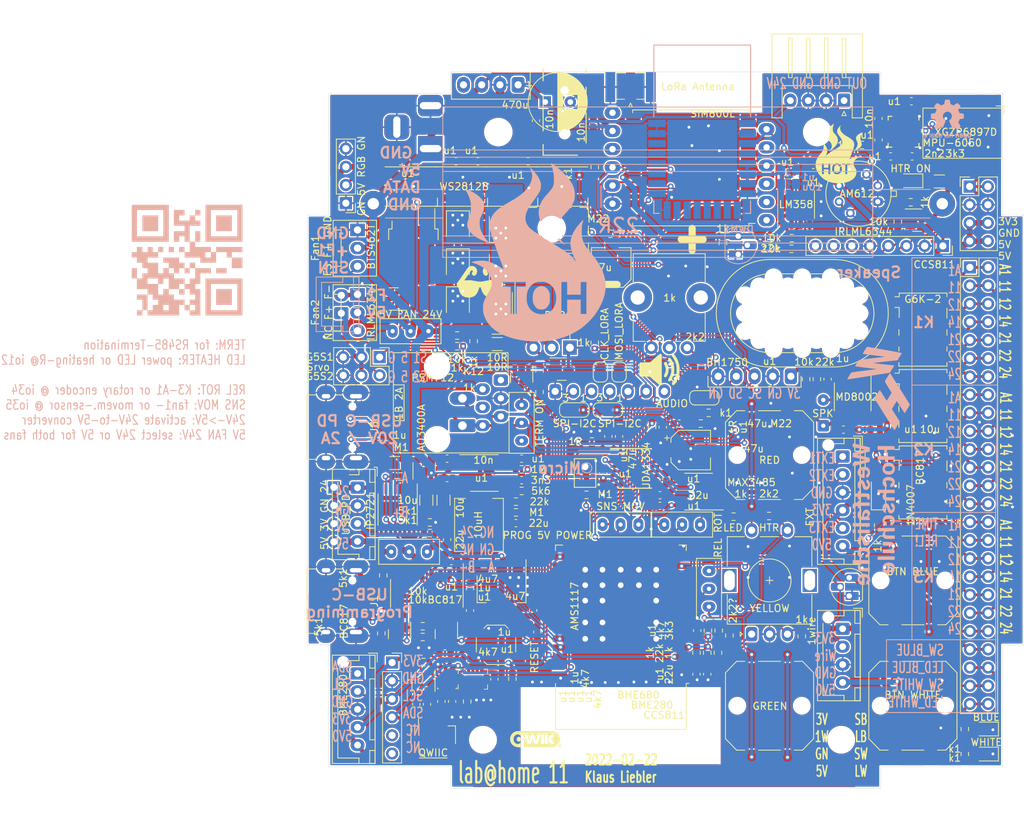
<source format=kicad_pcb>
(kicad_pcb (version 20211014) (generator pcbnew)
  (layers (0 "F.Cu" signal) (31 "B.Cu" signal) (34 "B.Paste" user) (35 "F.Paste" user) (36 "B.SilkS" user "B.Silkscreen") (37 "F.SilkS" user "F.Silkscreen") (38 "B.Mask" user) (39 "F.Mask" user) (44 "Edge.Cuts" user))
  (net 0 "")
  (net 1 "+5V")
  (net 2 "GND")
  (net 3 "+3V3")
  (net 4 "PROG_EN")
  (net 5 "/VBUS")
  (net 6 "+24V")
  (net 7 "SW")
  (net 8 "Net-(C23-Pad1)")
  (net 9 "Net-(C24-Pad2)")
  (net 10 "Net-(C24-Pad1)")
  (net 11 "+4V")
  (net 12 "Net-(D1-Pad2)")
  (net 13 "LED_RGB")
  (net 14 "Net-(D2-Pad2)")
  (net 15 "RS485A")
  (net 16 "RS485B")
  (net 17 "Net-(D5-Pad2)")
  (net 18 "Net-(D7-Pad2)")
  (net 19 "Net-(D8-Pad2)")
  (net 25 "SPI_MOSIx")
  (net 26 "SPI_MISO")
  (net 30 "Net-(J1-PadA5)")
  (net 32 "Net-(J1-PadB5)")
  (net 33 "FAN1_SENSE")
  (net 34 "485_DE")
  (net 35 "SCL")
  (net 36 "SDA")
  (net 37 "1wire")
  (net 38 "485_DI")
  (net 39 "485_RO")
  (net 43 "Net-(J8-PadA5)")
  (net 48 "Net-(J8-PadB5)")
  (net 50 "Net-(J10-Pad2)")
  (net 52 "Net-(J11-Pad1)")
  (net 53 "LED_WHITE")
  (net 54 "SW_WHITE")
  (net 55 "LED_BLUE")
  (net 56 "SW_BLUE")
  (net 57 "K3_24")
  (net 58 "K3_22")
  (net 59 "K3_21")
  (net 60 "K3_14")
  (net 61 "K3_12")
  (net 62 "K3_11")
  (net 63 "K3_A1")
  (net 64 "K2_24")
  (net 65 "K2_22")
  (net 66 "K2_21")
  (net 67 "K2_14")
  (net 68 "K2_12")
  (net 69 "K2_11")
  (net 70 "K2_A1")
  (net 71 "K1_24")
  (net 72 "K1_22")
  (net 73 "K1_21")
  (net 74 "K1_14")
  (net 75 "K1_12")
  (net 76 "K1_11")
  (net 77 "Net-(J13-Pad2)")
  (net 78 "Net-(J13-Pad1)")
  (net 79 "Net-(J14-Pad1)")
  (net 80 "SPI_CLK")
  (net 81 "SPI_MOSI")
  (net 82 "PROG_IO0")
  (net 83 "Net-(Q1-Pad1)")
  (net 84 "Net-(Q2-Pad1)")
  (net 85 "Net-(Q3-Pad1)")
  (net 86 "Net-(Q4-Pad1)")
  (net 87 "Net-(Q5-Pad1)")
  (net 88 "Net-(Q9-Pad1)")
  (net 89 "HEATER")
  (net 90 "ROT_A")
  (net 91 "Net-(R21-Pad1)")
  (net 92 "Net-(R22-Pad1)")
  (net 93 "LED_WHITE_P")
  (net 94 "FAN1_DRIVE")
  (net 95 "FAN2_DRIVE")
  (net 96 "K1_A1")
  (net 97 "Net-(R38-Pad1)")
  (net 98 "AUDIO")
  (net 99 "ROT_B")
  (net 100 "PROG_RX")
  (net 101 "PROG_TX")
  (net 109 "MOVE")
  (net 120 "/RTS")
  (net 121 "/DTR")
  (net 122 "Net-(D15-Pad4)")
  (net 123 "Net-(D15-Pad2)")
  (net 124 "Net-(J12-Pad29)")
  (net 125 "K3_ON")
  (net 126 "/wireless/SPI_CLKx")
  (net 127 "/C")
  (net 128 "/D")
  (net 129 "Net-(R41-Pad2)")
  (net 130 "Net-(R13-Pad2)")
  (net 132 "HEATER_LED")
  (net 133 "I34")
  (net 134 "I2S_SD")
  (net 135 "I2S_SCK")
  (net 136 "I2S_WS")
  (net 137 "SERVO2")
  (net 138 "I35")
  (net 139 "/D9_COOL")
  (net 140 "+5P")
  (net 146 "Net-(C34-Pad2)")
  (net 147 "Net-(C21-Pad2)")
  (net 148 "Net-(R27-Pad2)")
  (net 149 "Net-(C35-Pad1)")
  (net 150 "Net-(C21-Pad1)")
  (net 151 "Net-(R45-Pad2)")
  (net 152 "/psu/5Vx")
  (net 153 "Net-(J11-Pad2)")
  (net 154 "/psu/SW")
  (net 155 "/UD+")
  (net 156 "/UD-")
  (net 157 "Net-(R28-Pad1)")
  (net 163 "Net-(U15-Pad4)")
  (net 165 "Net-(R30-Pad2)")
  (net 169 "Net-(C10-Pad1)")
  (net 176 "/D12_COOL")
  (net 177 "/D10_COOL")
  (net 178 "/D11_COOL")
  (net 179 "/D14_COOL")
  (net 180 "/D13_COOL")
  (net 188 "Net-(C11-Pad2)")
  (net 189 "Net-(C42-Pad2)")
  (net 190 "Net-(C44-Pad2)")
  (net 191 "/analog_amp/LEFT")
  (net 192 "/analog_amp/RIGHT")
  (net 194 "Net-(JP1-Pad2)")
  (net 195 "Net-(C45-Pad1)")
  (net 196 "Net-(C45-Pad2)")
  (net 197 "Net-(C46-Pad1)")
  (net 198 "Net-(C46-Pad2)")
  (net 199 "Net-(C51-Pad2)")
  (net 200 "Net-(C53-Pad2)")
  (net 204 "Net-(R51-Pad2)")
  (net 205 "Net-(R53-Pad1)")
  (net 210 "Net-(D6-Pad1)")
  (net 211 "Net-(Q5-Pad3)")
  (net 212 "Net-(R54-Pad2)")
  (net 213 "Net-(J24-Pad1)")
  (net 214 "Net-(Q6-Pad1)")
  (net 215 "Net-(Q6-Pad3)")
  (footprint "Capacitor_SMD:C_0603_1608Metric" (layer "F.Cu") (at 72.7 119.2 90)
    (fp_text reference "C1" hide)
    (fp_text value "4u7")
  )
  (footprint "Capacitor_SMD:C_0603_1608Metric" (layer "F.Cu") (at 72.7 122.2 -90)
    (fp_text reference "C3" hide)
    (fp_text value "1u")
  )
  (footprint "Capacitor_SMD:C_0603_1608Metric" (layer "F.Cu") (at 104.3 134.1 90)
    (fp_text reference "C4" hide)
    (fp_text value "u1")
  )
  (footprint "Capacitor_SMD:C_0603_1608Metric" (layer "F.Cu") (at 69.2 131.2)
    (fp_text reference "C5" hide)
    (fp_text value "u1")
  )
  (footprint "Capacitor_SMD:C_0603_1608Metric" (layer "F.Cu") (at 81.5 125.2 -90)
    (fp_text reference "C8" hide)
    (fp_text value "4u7")
  )
  (footprint "Capacitor_SMD:C_0603_1608Metric" (layer "F.Cu") (at 82.1 128.2 -90)
    (fp_text reference "C9" hide)
    (fp_text value "1u")
  )
  (footprint "Capacitor_SMD:C_0603_1608Metric" (layer "F.Cu") (at 70.1 118.3)
    (fp_text reference "C10" hide)
    (fp_text value "u1")
  )
  (footprint "Capacitor_SMD:C_0603_1608Metric" (layer "F.Cu") (at 73.787 62.484)
    (fp_text reference "C14" hide)
    (fp_text value "u1")
  )
  (footprint "Capacitor_SMD:C_0603_1608Metric" (layer "F.Cu") (at 70.739 62.484 180)
    (fp_text reference "C16" hide)
    (fp_text value "u1")
  )
  (footprint "Capacitor_SMD:C_0603_1608Metric" (layer "F.Cu") (at 62.992 62.484 180)
    (fp_text reference "C18" hide)
    (fp_text value "u1")
  )
  (footprint "Capacitor_THT:CP_Radial_D8.0mm_P3.50mm" (layer "F.Cu") (at 83.194849 54.2)
    (fp_text reference "C27" hide)
    (fp_text value "470u")
  )
  (footprint "LED_SMD:LED_WS2812B_PLCC4_5.0x5.0mm_P3.2mm" (layer "F.Cu") (at 85.5 66)
    (fp_text reference "D1" hide)
    (fp_text value "WS2812B" hide)
  )
  (footprint "LED_SMD:LED_WS2812B_PLCC4_5.0x5.0mm_P3.2mm" (layer "F.Cu") (at 78.5 66)
    (fp_text reference "D2" hide)
    (fp_text value "WS2812B" hide)
  )
  (footprint "Diode_SMD:D_SOD-123" (layer "F.Cu") (at 129.7 108.9 90)
    (fp_text reference "D5" hide)
    (fp_text value "1N4007")
  )
  (footprint "LED_SMD:LED_0805_2012Metric" (layer "F.Cu") (at 134.2 65.2 180)
    (fp_text reference "D6" hide)
    (fp_text value "HTR ON")
  )
  (footprint "Diode_SMD:D_0805_2012Metric" (layer "F.Cu") (at 144.75 145.25 180)
    (fp_text reference "D7" hide)
    (fp_text value "WHITE")
  )
  (footprint "Diode_SMD:D_0805_2012Metric" (layer "F.Cu") (at 144.75 141.75 180)
    (fp_text reference "D8" hide)
    (fp_text value "BLUE")
  )
  (footprint "liebler_MODULES:SIM800L" (layer "F.Cu") (at 103.333 62)
    (fp_text reference "GSM_Module1" hide)
    (fp_text value "SIM800L")
  )
  (footprint "Connector_JST:JST_XH_B5B-XH-AM_1x05_P2.50mm_Vertical" (layer "F.Cu") (at 57 134 -90)
    (fp_text reference "J3" hide)
    (fp_text value "I2C" hide)
  )
  (footprint "liebler_CONN:USB_C_Receptacle_HRO_TYPE-C-31-M-12_IMPROVED" (layer "F.Cu") (at 52.6 99.6 -90)
    (fp_text reference "J8")
    (fp_text value "POWER")
  )
  (footprint "Connector_PinHeader_2.54mm:PinHeader_1x04_P2.54mm_Vertical" (layer "F.Cu") (at 55.372 68.326 180)
    (fp_text reference "J9" hide)
    (fp_text value "GN 5V RGB GN")
  )
  (footprint "Connector:FanPinHeader_1x03_P2.54mm_Vertical" (layer "F.Cu") (at 57 81.06 -90)
    (fp_text reference "J11" hide)
    (fp_text value "Fan2")
  )
  (footprint "Connector_PinHeader_2.54mm:PinHeader_2x25_P2.54mm_Vertical" (layer "F.Cu") (at 142.46 77.29)
    (fp_text reference "J12" hide)
    (fp_text value "VPS" hide)
  )
  (footprint "Connector_Coaxial:SMA_Samtec_SMA-J-P-X-ST-EM1_EdgeMount" (layer "F.Cu") (at 95.1 52.1 180)
    (fp_text reference "J14" hide)
    (fp_text value "LoRa Antenna")
  )
  (footprint "Jumper:SolderJumper-3_P1.3mm_Open_RoundedPad1.0x1.5mm_NumberLabels" (layer "F.Cu") (at 87.249 97.2 180)
    (fp_text reference "JP3" hide)
    (fp_text value "SPI-I2C")
  )
  (footprint "Jumper:SolderJumper-3_P1.3mm_Open_RoundedPad1.0x1.5mm_NumberLabels" (layer "F.Cu") (at 91.948 97.2 180)
    (fp_text reference "JP4" hide)
    (fp_text value "SPI-I2C")
  )
  (footprint "Jumper:SolderJumper-2_P1.3mm_Open_RoundedPad1.0x1.5mm" (layer "F.Cu") (at 93.5 91.9 90)
    (fp_text reference "JP6" hide)
    (fp_text value "MOSI_LORA")
  )
  (footprint "Jumper:SolderJumper-2_P1.3mm_Open_RoundedPad1.0x1.5mm" (layer "F.Cu") (at 90.9 91.9 90)
    (fp_text reference "JP7" hide)
    (fp_text value "CLK_LORA")
  )
  (footprint "Relay_SMD:Relay_DPDT_Omron_G6K-2F-Y" (layer "F.Cu") (at 135.89 85.979)
    (fp_text reference "K1" hide)
    (fp_text value "G6K-2")
  )
  (footprint "Relay_SMD:Relay_DPDT_Omron_G6K-2F-Y" (layer "F.Cu") (at 135.89 96.647)
    (fp_text reference "K2" hide)
    (fp_text value "G6K-2" hide)
  )
  (footprint "Relay_SMD:Relay_DPDT_Omron_G6K-2F-Y" (layer "F.Cu") (at 135.89 107.315)
    (fp_text reference "K3" hide)
    (fp_text value "G6K-2" hide)
  )
  (footprint "Package_TO_SOT_SMD:SOT-23" (layer "F.Cu") (at 62.865 128.5 -90)
    (fp_text reference "Q2" hide)
    (fp_text value "BC817")
  )
  (footprint "Package_TO_SOT_SMD:SOT-23" (layer "F.Cu") (at 129.4 103.8625 90)
    (fp_text reference "Q4" hide)
    (fp_text value "BC817")
  )
  (footprint "Package_TO_SOT_SMD:SOT-23" (layer "F.Cu") (at 135.1 70.7)
    (fp_text reference "Q5" hide)
    (fp_text value "IRLML6344")
  )
  (footprint "Package_TO_SOT_SMD:SOT-23" (layer "F.Cu") (at 62.05 81.7 180)
    (fp_text reference "Q9" hide)
    (fp_text value "IRLML6344")
  )
  (footprint "Resistor_SMD:R_0603_1608Metric" (layer "F.Cu") (at 104.3 131.1 -90)
    (fp_text reference "R1" hide)
    (fp_text value "1k")
  )
  (footprint "Resistor_SMD:R_0603_1608Metric" (layer "F.Cu") (at 60.6 120.3 -90)
    (fp_text reference "R2" hide)
    (fp_text value "5k1")
  )
  (footprint "Resistor_SMD:R_0603_1608Metric" (layer "F.Cu") (at 60.325 128.4 90)
    (fp_text reference "R3" hide)
    (fp_text value "5k1")
  )
  (footprint "Resistor_SMD:R_0603_1608Metric" (layer "F.Cu") (at 108 73.9 90)
    (fp_text reference "R4" hide)
    (fp_text value "1k")
  )
  (footprint "Resistor_SMD:R_0603_1608Metric" (layer "F.Cu") (at 66.1 128.905 180)
    (fp_text reference "R6" hide)
    (fp_text value "10k")
  )
  (footprint "Resistor_SMD:R_0603_1608Metric" (layer "F.Cu") (at 66.1 127.4)
    (fp_text reference "R7" hide)
    (fp_text value "10k")
  )
  (footprint "Resistor_SMD:R_0603_1608Metric" (layer "F.Cu") (at 134.2 68.2 180)
    (fp_text reference "R15" hide)
    (fp_text value "1k")
  )
  (footprint "Resistor_SMD:R_0603_1608Metric" (layer "F.Cu") (at 132.4 70.9 90)
    (fp_text reference "R16" hide)
    (fp_text value "10k")
  )
  (footprint "Resistor_SMD:R_0603_1608Metric" (layer "F.Cu") (at 107.3 131.1 -90)
    (fp_text reference "R17" hide)
    (fp_text value "1k")
  )
  (footprint "Resistor_SMD:R_1206_3216Metric" (layer "F.Cu") (at 138.2 65.3)
    (fp_text reference "R19" hide)
    (fp_text value "3k3")
  )
  (footprint "Resistor_SMD:R_0603_1608Metric" (layer "F.Cu") (at 105.8 131.1 90)
    (fp_text reference "R20" hide)
    (fp_text value "22k")
  )
  (footprint "Resistor_SMD:R_0603_1608Metric" (layer "F.Cu") (at 105.9 128 -90)
    (fp_text reference "R21" hide)
    (fp_text value "4k7")
  )
  (footprint "Resistor_SMD:R_0603_1608Metric" (layer "F.Cu") (at 114.427 112.014)
    (fp_text reference "R22" hide)
    (fp_text value "2k2")
  )
  (footprint "Resistor_SMD:R_0603_1608Metric" (layer "F.Cu") (at 109.474 112.1)
    (fp_text reference "R23" hide)
    (fp_text value "1k")
  )
  (footprint "Resistor_SMD:R_0603_1608Metric" (layer "F.Cu") (at 141.75 145.25 90)
    (fp_text reference "R24" hide)
    (fp_text value "k1")
  )
  (footprint "Resistor_SMD:R_0603_1608Metric" (layer "F.Cu") (at 141.75 141.75 90)
    (fp_text reference "R25" hide)
    (fp_text value "k1")
  )
  (footprint "liebler_MECH:Potentiometer_Alps_RK09K_Single_Vertical" (layer "F.Cu") (at 100.5 81.5 90)
    (fp_text reference "RV1" hide)
    (fp_text value "1k")
  )
  (footprint "liebler_MECH:SW_Push_1P1T_NO_CK_PTS125Sx43PSMTR" (layer "F.Cu") (at 134.5 121 90)
    (fp_text reference "SW1" hide)
    (fp_text value "BTN BLUE")
  )
  (footprint "liebler_MECH:SW_Push_1P1T_NO_CK_PTS125Sx43PSMTR" (layer "F.Cu") (at 134.5 138.5 90)
    (fp_text reference "SW5" hide)
    (fp_text value "BTN WHITE")
  )
  (footprint "Package_TO_SOT_SMD:SOT-223-3_TabPin2" (layer "F.Cu") (at 77.1 122.2 -90)
    (fp_text reference "U1" hide)
    (fp_text value "AMS1117")
  )
  (footprint "RF_Module:ESP32-WROOM-32" (layer "F.Cu") (at 93.75 125.9402 180)
    (fp_text reference "U2" hide)
    (fp_text value "ESP32-WROOM-32" hide)
  )
  (footprint "RF_Module:HOPERF_RFM9XW_SMD" (layer "F.Cu") (at 103.5 63.4 180)
    (fp_text reference "U17" hide)
    (fp_text value "RFM95W-868S2" hide)
  )
  (footprint "Connector_PinHeader_2.54mm:PinHeader_2x03_P2.54mm_Vertical" (layer "F.Cu") (at 60.08 89.825 -90)
    (fp_text reference "J2" hide)
    (fp_text value "Srvo")
  )
  (footprint "Resistor_SMD:R_0603_1608Metric" (layer "F.Cu") (at 82.4 94.7 90)
    (fp_text reference "R12" hide)
    (fp_text value "1k")
  )
  (footprint "Package_TO_SOT_SMD:SOT-23" (layer "F.Cu") (at 69.4 128.5 -90)
    (fp_text reference "Q1" hide)
    (fp_text value "BC817")
  )
  (footprint "LED_SMD:LED_WS2812B_PLCC4_5.0x5.0mm_P3.2mm" (layer "F.Cu") (at 71.5 66)
    (fp_text reference "D3" hide)
    (fp_text value "WS2812B")
  )
  (footprint "Capacitor_SMD:C_0603_1608Metric" (layer "F.Cu") (at 80.8 62.484)
    (fp_text reference "C7" hide)
    (fp_text value "u1")
  )
  (footprint "Package_TO_SOT_SMD:SOT-23" (layer "F.Cu") (at 79.9 92.7 -90)
    (fp_text reference "D4" hide)
    (fp_text value "PSM712")
  )
  (footprint "liebler_CONN:WR_MJ_Modular_Jack_Vertical_Plastic_6P6C" (layer "F.Cu") (at 77 96.2 90)
    (fp_text reference "J7" hide)
    (fp_text value "485" hide)
  )
  (footprint "Package_SO:SOIC-8_3.9x4.9mm_P1.27mm" (layer "F.Cu") (at 126.1 95.377 -90)
    (fp_text reference "U18" hide)
    (fp_text value "MD8002A")
  )
  (footprint "Capacitor_SMD:C_0603_1608Metric" (layer "F.Cu") (at 124.8 99.949 180)
    (fp_text reference "C25" hide)
    (fp_text value "u1")
  )
  (footprint "Resistor_SMD:R_0603_1608Metric" (layer "F.Cu") (at 121.1 92.9 90)
    (fp_text reference "R39" hide)
    (fp_text value "22k")
  )
  (footprint "Resistor_SMD:R_0603_1608Metric" (layer "F.Cu") (at 119.6 92.9 -90)
    (fp_text reference "R38" hide)
    (fp_text value "10k")
  )
  (footprint "Capacitor_SMD:C_0603_1608Metric" (layer "F.Cu") (at 122.6 92.9 90)
    (fp_text reference "C23" hide)
    (fp_text value "1u")
  )
  (footprint "Capacitor_SMD:C_0603_1608Metric" (layer "F.Cu") (at 127.8 99.949)
    (fp_text reference "C26" hide)
    (fp_text value "10u")
  )
  (footprint "Connector_Wire:SolderWire-0.1sqmm_1x02_P3.6mm_D0.4mm_OD1mm" (layer "F.Cu") (at 122 99.4 90)
    (fp_text reference "J13" hide)
    (fp_text value "SPK")
  )
  (footprint "Capacitor_SMD:C_0603_1608Metric" (layer "F.Cu") (at 105.8 134.1 -90)
    (fp_text reference "C2" hide)
    (fp_text value "22u")
  )
  (footprint "Capacitor_SMD:C_0603_1608Metric" (layer "F.Cu") (at 114.5 94.4 180)
    (fp_text reference "C24" hide)
    (fp_text value "u1")
  )
  (footprint "Resistor_SMD:R_0603_1608Metric" (layer "F.Cu") (at 108.9 128.7 90)
    (fp_text reference "R37" hide)
    (fp_text value "2k2?")
  )
  (footprint "Connector_JST:JST_XH_B4B-XH-AM_1x04_P2.50mm_Vertical" (layer "F.Cu") (at 124.7 127.75 -90)
    (fp_text reference "J4" hide)
    (fp_text value "1wire")
  )
  (footprint "liebler_MECH:SW_Push_1P1T_NO_CK_PTS125Sx43PSMTR" (layer "F.Cu") (at 114.5 138.5 90)
    (fp_text reference "SW3" hide)
    (fp_text value "GREEN")
  )
  (footprint "liebler_MECH:FAN_6024" (layer "F.Cu") (at 99.5 155.75)
    (fp_text reference "X1" hide)
    (fp_text value "FAN_6024" hide)
  )
  (footprint "Capacitor_SMD:C_0603_1608Metric" (layer "F.Cu") (at 99.2 110.6)
    (fp_text reference "C12" hide)
    (fp_text value "u1")
  )
  (footprint "Resistor_SMD:R_0603_1608Metric" (layer "F.Cu") (at 73.2 87.6 90)
    (fp_text reference "R11" hide)
    (fp_text value "1k")
  )
  (footprint "Capacitor_SMD:C_0603_1608Metric" (layer "F.Cu") (at 72.7 125.2 -90)
    (fp_text reference "C6" hide)
    (fp_text value "u1")
  )
  (footprint "liebler_MODULES:MODULE_STEPDOWN" (layer "F.Cu") (at 75.6 51.8 -90)
    (fp_text reference "U16" hide)
    (fp_text value "MODULE_STEPDOWN" hide)
  )
  (footprint "Connector_JST:JST_XH_B6B-XH-AM_1x06_P2.50mm_Vertical" (layer "F.Cu") (at 124.7 103.7 -90)
    (fp_text reference "J5" hide)
    (fp_text value "EXT")
  )
  (footprint "liebler_MECH:SW_Push_1P1T_NO_CK_PTS125Sx43PSMTR" (layer "F.Cu") (at 114.5 103.5 -90)
    (fp_text reference "SW4" hide)
    (fp_text value "RED")
  )
  (footprint "liebler_MECH:RotaryEncoder_Alps_EC11E-Switch_Vertical_H20mm" (layer "F.Cu") (at 114.5 121 90)
    (fp_text reference "SW2" hide)
    (fp_text value "YELLOW")
  )
  (footprint "Connector:FanPinHeader_1x03_P2.54mm_Vertical" (layer "F.Cu") (at 57 72.06 -90)
    (fp_text reference "J10" hide)
    (fp_text value "Fan1")
  )
  (footprint "Package_TO_SOT_SMD:SOT-23" (layer "F.Cu") (at 66.3 105.2 90)
    (fp_text reference "Q3" hide)
    (fp_text value "AO3400A")
  )
  (footprint "Package_SO:TSSOP-16_4.4x5mm_P0.65mm" (layer "F.Cu") (at 62.6 111.1 -90)
    (fp_text reference "U8" hide)
    (fp_text value "IP2721")
  )
  (footprint "Resistor_SMD:R_0603_1608Metric" (layer "F.Cu") (at 67.1 114.4 180)
    (fp_text reference "R10" hide)
    (fp_text value "5k1")
  )
  (footprint "Capacitor_SMD:C_1206_3216Metric" (layer "F.Cu") (at 66.6 109.8 -90)
    (fp_text reference "C19" hide)
    (fp_text value "10u")
  )
  (footprint "Resistor_SMD:R_0603_1608Metric" (layer "F.Cu") (at 78.613 134.747 -90)
    (fp_text reference "R8" hide)
    (fp_text value "4k7")
  )
  (footprint "Resistor_SMD:R_0603_1608Metric" (layer "F.Cu") (at 66.2 132.4 180)
    (fp_text reference "R5" hide)
    (fp_text value "4k7")
  )
  (footprint "Package_SO:SOIC-8_3.9x4.9mm_P1.27mm" (layer "F.Cu") (at 104.6 108.6 180)
    (fp_text reference "U6" hide)
    (fp_text value "MAX3485")
  )
  (footprint "LED_SMD:LED_WS2812B_PLCC4_5.0x5.0mm_P3.2mm" (layer "F.Cu") (at 64.5 66)
    (fp_text reference "D15" hide)
    (fp_text value "WS2812B" hide)
  )
  (footprint "Resistor_SMD:R_0603_1608Metric" (layer "F.Cu") (at 128.6 113.3 -90)
    (fp_text reference "R14" hide)
    (fp_text value "1k")
  )
  (footprint "liebler_OPTO:IPS_240_240_1.3" (layer "F.Cu") (at 92.2 94.6)
    (fp_text reference "U14" hide)
    (fp_text value "IPS_240_240" hide)
  )
  (footprint "Resistor_SMD:R_0603_1608Metric" (layer "F.Cu") (at 63 106.5 180)
    (fp_text reference "R41" hide)
    (fp_text value "M1")
  )
  (footprint "Resistor_SMD:R_0603_1608Metric" (layer "F.Cu") (at 105 91.3 90)
    (fp_text reference "R30" hide)
    (fp_text value "2k2")
  )
  (footprint "liebler_MECH:Switch_SS12D00" (layer "F.Cu") (at 79.9 99 90)
    (fp_text reference "SW6" hide)
    (fp_text value "TERM ON")
  )
  (footprint "Resistor_SMD:R_0603_1608Metric" (layer "F.Cu") (at 90.1 87.8 -90)
    (fp_text reference "R26" hide)
    (fp_text value "1k")
  )
  (footprint "Resistor_SMD:R_1206_3216Metric" (layer "F.Cu") (at 76.5 85.7 180)
    (fp_text reference "R33" hide)
    (fp_text value "10R")
  )
  (footprint "liebler_OPTO:LED_PLCC_2835" (layer "F.Cu") (at 77 76.9 90)
    (fp_text reference "D13" hide)
    (fp_text value "WHITE" hide)
  )
  (footprint "liebler_CONN:USB_C_Receptacle_HRO_TYPE-C-31-M-12_IMPROVED" (layer "F.Cu") (at 52.6 123.9 -90)
    (fp_text reference "J1")
    (fp_text value "PROG")
  )
  (footprint "liebler_MECH:Switch_SS12D00" (layer "F.Cu") (at 102.3 113.2 180)
    (fp_text reference "SW7" hide)
    (fp_text value "LED   HTR")
  )
  (footprint "liebler_MECH:Switch_SS12D00" (layer "F.Cu") (at 106.045 122.174 90)
    (fp_text reference "SW8" hide)
    (fp_text value "REL ROT")
  )
  (footprint "Fiducial:Fiducial_1mm_Mask2mm" (layer "F.Cu") (at 55.245 55.118)
    (fp_text reference "FID1" hide)
    (fp_text value "Fiducial" hide)
  )
  (footprint "Fiducial:Fiducial_1mm_Mask2mm" (layer "F.Cu") (at 120.015 146.431)
    (fp_text reference "FID2" hide)
    (fp_text value "Fiducial" hide)
  )
  (footprint "liebler_DRAWINGS:speaker" (layer "F.Cu") (at 99.1 91.5)
    (fp_text reference "IMG1" hide)
    (fp_text value "Speaker" hide)
  )
  (footprint "Capacitor_SMD:C_0603_1608Metric" (layer "F.Cu") (at 104.4 128 -90)
    (fp_text reference "C20" hide)
    (fp_text value "u1")
  )
  (footprint "Resistor_SMD:R_0603_1608Metric" (layer "F.Cu") (at 119 128.8 90)
    (fp_text reference "R44" hide)
    (fp_text value "1k")
  )
  (footprint "liebler_MECH:Switch_SS12D00" (layer "F.Cu") (at 64.2 117 180)
    (fp_text reference "SW11" hide)
    (fp_text value "PROG 5V POWER")
  )
  (footprint "Resistor_SMD:R_0603_1608Metric" (layer "F.Cu") (at 70.9 86.8 180)
    (fp_text reference "R35" hide)
    (fp_text value "10k")
  )
  (footprint "Capacitor_SMD:C_1206_3216Metric" (layer "F.Cu") (at 62.2 104.6)
    (fp_text reference "C17" hide)
    (fp_text value "1u")
  )
  (footprint "Capacitor_SMD:C_1206_3216Metric" (layer "F.Cu") (at 69 109.8 90)
    (fp_text reference "C22" hide)
    (fp_text value "10u")
  )
  (footprint "Capacitor_SMD:C_0603_1608Metric" (layer "F.Cu") (at 69.5 106.7 180)
    (fp_text reference "C33" hide)
    (fp_text value "u1")
  )
  (footprint "Capacitor_SMD:C_0603_1608Metric" (layer "F.Cu") (at 79.9 104 180)
    (fp_text reference "C34" hide)
    (fp_text value "u1")
  )
  (footprint "Capacitor_SMD:C_0603_1608Metric" (layer "F.Cu") (at 69.5 104 180)
    (fp_text reference "C35" hide)
    (fp_text value "10n")
  )
  (footprint "Capacitor_SMD:C_0603_1608Metric" (layer "F.Cu") (at 79.1 113)
    (fp_text reference "C36" hide)
    (fp_text value "22u")
  )
  (footprint "Capacitor_SMD:C_0603_1608Metric" (layer "F.Cu") (at 69.5 115.3 90)
    (fp_text reference "C37" hide)
    (fp_text value "22u")
  )
  (footprint "Inductor_SMD:L_Abracon_ASPI-0630LR" (layer "F.Cu") (at 73.95 113.25 90)
    (fp_text reference "L2" hide)
    (fp_text value "10uH")
  )
  (footprint "Resistor_SMD:R_0603_1608Metric" (layer "F.Cu") (at 79.9 105.5 180)
    (fp_text reference "R27" hide)
    (fp_text value "1M")
  )
  (footprint "Resistor_SMD:R_0603_1608Metric" (layer "F.Cu") (at 79.9 108.5)
    (fp_text reference "R31" hide)
    (fp_text value "5k6")
  )
  (footprint "Resistor_SMD:R_0603_1608Metric" (layer "F.Cu") (at 79.1 110 180)
    (fp_text reference "R45" hide)
    (fp_text value "22k")
  )
  (footprint "Resistor_SMD:R_0603_1608Metric" (layer "F.Cu") (at 79.1 111.5 180)
    (fp_text reference "R46" hide)
    (fp_text value "M1")
  )
  (footprint "liebler_OPTO:LED_PLCC_2835" (layer "F.Cu") (at 71 71.6 -90)
    (fp_text reference "D10" hide)
    (fp_text value "WHITE" hide)
  )
  (footprint "liebler_OPTO:LED_PLCC_2835" (layer "F.Cu") (at 71 82.2 -90)
    (fp_text reference "D14" hide)
    (fp_text value "WHITE" hide)
  )
  (footprint "liebler_OPTO:LED_PLCC_2835" (layer "F.Cu") (at 71 76.9 -90)
    (fp_text reference "D12" hide)
    (fp_text value "WHITE" hide)
  )
  (footprint "liebler_OPTO:LED_PLCC_2835" (layer "F.Cu") (at 77 71.6 90)
    (fp_text reference "D11" hide)
    (fp_text value "WHITE" hide)
  )
  (footprint "liebler_MECH:Switch_SS12D00" (layer "F.Cu") (at 93.7 113.2 180)
    (fp_text reference "SW9" hide)
    (fp_text value "SNS MOV")
  )
  (footprint "liebler_MECH:Switch_SS12D00" (layer "F.Cu") (at 64.4 86.2)
    (fp_text reference "SW10" hide)
    (fp_text value "5V FAN 24V")
  )
  (footprint "Resistor_SMD:R_0603_1608Metric" (layer "F.Cu") (at 70.9 88.3)
    (fp_text reference "R34" hide)
    (fp_text value "1k")
  )
  (footprint "Resistor_SMD:R_0603_1608Metric" (layer "F.Cu") (at 82.4 91.7 -90)
    (fp_text reference "R13" hide)
    (fp_text value "K12")
  )
  (footprint "Connector_JST:JST_XH_B4B-XH-AM_1x04_P2.50mm_Vertical" (layer "F.Cu") (at 57 108.05 -90)
    (fp_text reference "J6" hide)
    (fp_text value "5V 3V GN 24")
  )
  (footprint "Connector_BarrelJack:BarrelJack_Horizontal" (layer "F.Cu") (at 67.183 60.706 -90)
    (fp_text reference "J18" hide)
    (fp_text value "Power" hide)
  )
  (footprint "Connector_PinHeader_2.54mm:PinHeader_2x04_P2.54mm_Vertical" (layer "F.Cu") (at 142.425 66)
    (fp_text reference "J19" hide)
    (fp_text value "Supply" hide)
  )
  (footprint "Package_TO_SOT_SMD:TO-252-5_TabPin3" (layer "F.Cu") (at 64.8 74.4 -90)
    (fp_text reference "U21" hide)
    (fp_text value "BTS462T")
  )
  (footprint "Button_Switch_SMD:SW_SPST_TL3342" (layer "F.Cu") (at 76.327 130)
    (fp_text reference "SW12" hide)
    (fp_text value "RESET")
  )
  (footprint "Resistor_SMD:R_0603_1608Metric" (layer "F.Cu") (at 107.4 128 90)
    (fp_text reference "R36" hide)
    (fp_text value "3k3")
  )
  (footprint "liebler_DRAWINGS:hot" (layer "F.Cu") (at 124.2 61.4)
    (fp_text reference "IMG7" hide)
    (fp_text value "HOT" hide)
  )
  (footprint "liebler_DRAWINGS:googles" (layer "F.Cu") (at 74.1 79.3)
    (fp_text reference "IMG2" hide)
    (fp_text value "Augenschutz" hide)
  )
  (footprint "Capacitor_SMD:C_0603_1608Metric" (layer "F.Cu") (at 68.7 137.9 90)
    (fp_text reference "C15" hide)
    (fp_text value "u1")
  )
  (footprint "Capacitor_SMD:C_0603_1608Metric" (layer "F.Cu") (at 70.2 137.9 90)
    (fp_text reference "C29" hide)
    (fp_text value "u1")
  )
  (footprint "Capacitor_SMD:C_0603_1608Metric" (layer "F.Cu") (at 66.7 138.3 90)
    (fp_text reference "C30" hide)
    (fp_text value "u1")
  )
  (footprint "Capacitor_SMD:C_0603_1608Metric" (layer "F.Cu") (at 134.3 54.1)
    (fp_text reference "C31" hide)
    (fp_text value "u1")
  )
  (footprint "Capacitor_SMD:C_0603_1608Metric" (layer "F.Cu") (at 76.1 134.8 -90)
    (fp_text reference "C38" hide)
    (fp_text value "1u")
  )
  (footprint "Capacitor_SMD:C_0603_1608Metric" (layer "F.Cu") (at 91.3 106.1 -90)
    (fp_text reference "C39" hide)
    (fp_text value "u1")
  )
  (footprint "Connector_PinSocket_2.54mm:PinSocket_1x06_P2.54mm_Vertical" (layer "F.Cu") (at 61.825 132.475)
    (fp_text reference "J16" hide)
    (fp_text value "BME280")
  )
  (footprint "Connector_PinSocket_2.54mm:PinSocket_1x08_P2.54mm_Vertical" (layer "F.Cu") (at 138.684 74.295 -90)
    (fp_text reference "J17" hide)
    (fp_text value "CCS811")
  )
  (footprint "Resistor_SMD:R_0603_1608Metric" (layer "F.Cu") (at 72.3 137.9 -90)
    (fp_text reference "R28" hide)
    (fp_text value "4k7")
  )
  (footprint "Resistor_SMD:R_0603_1608Metric" (layer "F.Cu") (at 88.95 109.05)
    (fp_text reference "R29" hide)
    (fp_text value "M1")
  )
  (footprint "Package_SO:SOIC-16_3.9x9.9mm_P1.27mm" (layer "F.Cu") (at 66.675 122.809 -90)
    (fp_text reference "U4" hide)
    (fp_text value "CH340C" hide)
  )
  (footprint "Package_TO_SOT_THT:TO-92_HandSolder" (layer "F.Cu") (at 125.62 123.17 90)
    (fp_text reference "U7" hide)
    (fp_text value "DS18B20")
  )
  (footprint "Package_LGA:Bosch_LGA-8_3x3mm_P0.8mm_ClockwisePinNumbering" (layer "F.Cu") (at 66.2 135)
    (fp_text reference "U12" hide)
    (fp_text value "BME680")
  )
  (footprint "Package_LGA:Bosch_LGA-8_2.5x2.5mm_P0.65mm_ClockwisePinNumbering" (layer "F.Cu") (at 69.5 134.774)
    (fp_text reference "U13" hide)
    (fp_text value "BME280")
  )
  (footprint "liebler_SEMICONDUCTORS:AMS_LGA-10-1EP_2.7x4mm_P0.6mm" (layer "F.Cu") (at 73.1 134.8 90)
    (fp_text reference "U15" hide)
    (fp_text value "CCS811")
  )
  (footprint "liebler_MODULES:GY-302" (layer "F.Cu") (at 112.4 92.5 -90)
    (fp_text reference "U20" hide)
    (fp_text value "BH1750")
  )
  (footprint "liebler_SEMICONDUCTORS:AM612" (layer "F.Cu") (at 126.9 67)
    (fp_text reference "U22" hide)
    (fp_text value "AM612")
  )
  (footprint "Capacitor_SMD:C_0603_1608Metric" (layer "F.Cu") (at 65.2 138.3 90)
    (fp_text reference "C28" hide)
    (fp_text value "u1")
  )
  (footprint "Connector_JST:JST_SH_SM04B-SRSS-TB_1x04-1MP_P1.00mm_Horizontal" (layer "F.Cu") (at 67.564 143.1)
    (fp_text reference "J21" hide)
    (fp_text value "QWIIC")
  )
  (footprint "liebler_DRAWINGS:qwiic" (layer "F.Cu") (at 81.8 143.1)
    (fp_text reference "IMG9" hide)
    (fp_text value "Augenschutz" hide)
  )
  (footprint "liebler_MECH:SPEAKER_2415" (layer "F.Cu") (at 119.063 83.693 90)
    (fp_text reference "SP1" hide)
    (fp_text value "Speaker" hide)
  )
  (footprint "liebler_MODULES:XGZP6897D" (layer "F.Cu") (at 141.4 58.55 -90)
    (fp_text reference "X2" hide)
    (fp_text value "XGZP6897D")
  )
  (footprint "Capacitor_SMD:C_0603_1608Metric" (layer "F.Cu") (at 89.9 57.3 90)
    (fp_text reference "C49" hide)
    (fp_text value "10n")
  )
  (footprint "Capacitor_SMD:C_0603_1608Metric" (layer "F.Cu") (at 81.9 56.8 90)
    (fp_text reference "C48" hide)
    (fp_text value "10n")
  )
  (footprint "Resistor_SMD:R_0603_1608Metric" (layer "F.Cu") (at 67.1 112.9 180)
    (fp_text reference "R9" hide)
    (fp_text value "5k1")
  )
  (footprint "liebler_CONN:PJ-327A" (layer "F.Cu") (at 85.9 49.575)
    (fp_text reference "J22" hide)
    (fp_text value "AudioJack3_SwitchT" hide)
  )
  (footprint "Resistor_SMD:R_0603_1608Metric" (layer "F.Cu") (at 127.4 60.2 180)
    (fp_text reference "R54" hide)
    (fp_text value "1M")
  )
  (footprint "Capacitor_SMD:CP_Elec_5x5.4" (layer "F.Cu") (at 103.5 102.8)
    (fp_text reference "C45" hide)
    (fp_text value "47u")
  )
  (footprint "liebler_OPTO:LED_PLCC_2835" (layer "F.Cu") (at 77 82.2 90)
    (fp_text reference "D9" hide)
    (fp_text value "WHITE" hide)
  )
  (footprint "Resistor_SMD:R_0603_1608Metric" (layer "F.Cu") (at 117.6 73.2 180)
    (fp_text reference "R51" hide)
    (fp_text value "10k")
  )
  (footprint "Capacitor_SMD:C_0603_1608Metric" (layer "F.Cu") (at 100.1 106.8 90)
    (fp_text reference "C44" hide)
    (fp_text value "u1")
  )
  (footprint "Connector_JST:JST_XH_S4B-XH-A_1x04_P2.50mm_Horizontal" (layer "F.Cu") (at 124.9 54 180)
    (fp_text reference "J24")
    (fp_text value "AOUT")
  )
  (footprint "Capacitor_SMD:C_0603_1608Metric" (layer "F.Cu") (at 134.4 61.8)
    (fp_text reference "C53" hide)
    (fp_text value "2n2")
  )
  (footprint "Package_SO:SOIC-8_3.9x4.9mm_P1.27mm" (layer "F.Cu") (at 74.7 106)
    (fp_text reference "U9" hide)
    (fp_text value "TD1529" hide)
  )
  (footprint "Resistor_SMD:R_0603_1608Metric" (layer "F.Cu") (at 114.6 73.2)
    (fp_text reference "R53" hide)
    (fp_text value "22k")
  )
  (footprint "Resistor_SMD:R_0603_1608Metric" (layer "F.Cu") (at 117.55 74.7 180)
    (fp_text reference "R52" hide)
    (fp_text value "10k")
  )
  (footprint "Connector_PinHeader_2.54mm:PinHeader_1x04_P2.54mm_Vertical" (layer "F.Cu") (at 53.7 108)
    (fp_text reference "J23" hide)
    (fp_text value "USB_PD")
  )
  (footprint "Capacitor_SMD:C_0603_1608Metric" (layer "F.Cu") (at 99.225 109.1 180)
    (fp_text reference "C47" hide)
    (fp_text value "22u")
  )
  (footprint "Capacitor_SMD:C_0603_1608Metric" (layer "F.Cu") (at 117 64 180)
    (fp_text reference "C54" hide)
    (fp_text value "u1")
  )
  (footprint "Capacitor_SMD:C_0603_1608Metric" (layer "F.Cu") (at 129.7 59.5 90)
    (fp_text reference "C51" hide)
    (fp_text value "u1")
  )
  (footprint "Capacitor_SMD:C_0603_1608Metric" (layer "F.Cu") (at 101.9 99.1 180)
    (fp_text reference "C43" hide)
    (fp_text value "47u")
  )
  (footprint "Sensor_Motion:InvenSense_QFN-24_4x4mm_P0.5mm" (layer "F.Cu") (at 133.2 58.35 -90)
    (fp_text reference "U23" hide)
    (fp_text value "MPU-6050")
  )
  (footprint "Capacitor_SMD:C_0603_1608Metric" (layer "F.Cu") (at 99.6 99.6 -90)
    (fp_text reference "C42" hide)
    (fp_text value "u1")
  )
  (footprint "Capacitor_SMD:C_0603_1608Metric" (layer "F.Cu") (at 79.9 107 180)
    (fp_text reference "C21" hide)
    (fp_text value "3n3")
  )
  (footprint "Capacitor_SMD:C_0603_1608Metric" (layer "F.Cu") (at 93.5 100.9 -90)
    (fp_text reference "C13" hide)
    (fp_text value "47u")
  )
  (footprint "Resistor_SMD:R_0603_1608Metric" (layer "F.Cu") (at 106 97.6 180)
    (fp_text reference "R49" hide)
    (fp_text value "k1")
  )
  (footprint "Capacitor_SMD:C_0603_1608Metric" (layer "F.Cu") (at 131.4 61.8 180)
    (fp_text reference "C52" hide)
    (fp_text value "u1")
  )
  (footprint "Resistor_SMD:R_0603_1608Metric" (layer "F.Cu") (at 89.7 101.6 180)
    (fp_text reference "R40" hide)
    (fp_text value "1R")
  )
  (footprint "Jumper:SolderJumper-3_P1.3mm_Open_RoundedPad1.0x1.5mm_NumberLabels" (layer "F.Cu") (at 105.4 95.5 180)
    (fp_text reference "JP1" hide)
    (fp_text value "AUDIO")
  )
  (footprint "Resistor_SMD:R_0603_1608Metric" (layer "F.Cu") (at 104.9 99.1 180)
    (fp_text reference "R43" hide)
    (fp_text value "M22")
  )
  (footprint "Capacitor_SMD:CP_Elec_5x5.4" (layer "F.Cu") (at 92.4 77.3 90)
    (fp_text reference "C46" hide)
    (fp_text value "47u")
  )
  (footprint "Resistor_SMD:R_0603_1608Metric" (layer "F.Cu") (at 92.3 72.6)
    (fp_text reference "R48" hide)
    (fp_text value "M22")
  )
  (footprint "Resistor_SMD:R_1206_3216Metric" (layer "F.Cu") (at 76.5 88 180)
    (fp_text reference "R32" hide)
    (fp_text value "10R")
  )
  (footprint "Package_SO:SOIC-8_3.9x4.9mm_P1.27mm" (layer "F.Cu") (at 118.2 68.5 90)
    (fp_text reference "U10" hide)
    (fp_text value "LM358")
  )
  (footprint "Capacitor_SMD:C_0603_1608Metric" (layer "F.Cu") (at 92 100.9 -90)
    (fp_text reference "C11" hide)
    (fp_text value "u1")
  )
  (footprint "Package_TO_SOT_THT:TO-220-3_Horizontal_TabUp" (layer "F.Cu") (at 86.64 88.5 180)
    (fp_text reference "Q7")
    (fp_text value "TIP41")
  )
  (footprint "Capacitor_SMD:C_0603_1608Metric" (layer "F.Cu") (at 120.6 64)
    (fp_text reference "C55" hide)
    (fp_text value "u1")
  )
  (footprint "Connector_Phoenix_MC:PhoenixContact_MCV_1,5_2-G-3.81_1x02_P3.81mm_Vertical" (layer "F.Cu") (at 71.6425 99.3875 90)
    (fp_text reference "J15" hide)
    (fp_text value "1B 2A")
  )
  (footprint "Capacitor_SMD:C_0603_1608Metric" (layer "F.Cu") (at 129.7 56.5 90)
    (fp_text reference "C50" hide)
    (fp_text value "10n")
  )
  (footprint "Resistor_SMD:R_0603_1608Metric" (layer "F.Cu") (at 90.1 63.3 90)
    (fp_text reference "R50" hide)
    (fp_text value "k1")
  )
  (footprint "liebler_SEMICONDUCTORS:MIC_ICS-43432" (layer "F.Cu") (at 88.75 106 180)
    (fp_text reference "U3" hide)
    (fp_text value "ICS-43432" hide)
  )
  (footprint "Resistor_SMD:R_0603_1608Metric" (layer "F.Cu") (at 98.1 99.6 90)
    (fp_text reference "R42" hide)
    (fp_text value "1R")
  )
  (footprint "Package_TO_SOT_SMD:SOT-23" (layer "F.Cu") (at 85.5 91.5)
    (fp_text reference "Q6" hide)
    (fp_text value "BC817")
  )
  (footprint "Package_SO:SSOP-16_4.4x5.2mm_P0.65mm" (layer "F.Cu") (at 95.7 105.4)
    (fp_text reference "U5" hide)
    (fp_text value "UDA1334")
  )
  (footprint "liebler_PASSIVES:Resistor_100W" (layer "B.Cu") (at 98.9 68.4)
    (fp_text reference "R18" hide)
    (fp_text value "22R")
  )
  (footprint "liebler_DRAWINGS:QR_CODE_smopla_de" (layer "B.Cu") (at 33.2 76.3 180)
    (fp_text reference "IMG5" hide)
    (fp_text value "QR-CODE" hide)
  )
  (footprint "Symbol:OSHW-Logo2_7.3x6mm_SilkScreen" (layer "B.Cu") (at 139.319 56.642 180)
    (fp_text reference "IMG6" hide)
    (fp_text value "OPEN Hardware" hide)
  )
  (footprint "liebler_DRAWINGS:hot_big" (layer "B.Cu") (at 81.788 75.184 180)
    (fp_text reference "IMG8" hide)
    (fp_text value "HOT_BIG" hide)
  )
  (footprint "liebler_DRAWINGS:LOGO_WHS" (layer "B.Cu") (at 129.667 105 -90)
    (fp_text reference "IMG4" hide)
    (fp_text value "WHS" hide)
  )
  (footprint "Connector_JST:JST_XH_B2B-XH-A_1x02_P2.50mm_Vertical" (layer "B.Cu") (at 54.737 83.693 90)
    (fp_text reference "J20" hide)
    (fp_text value "FAN5V" hide)
  )
  (footprint "Package_TO_SOT_THT:TO-92_HandSolder" (layer "B.Cu") (at 110.13 75.47 90)
    (fp_text reference "U19" hide)
    (fp_text value "DS18B20" hide)
  )
  (footprint "Capacitor_SMD:C_0805_2012Metric_Pad1.18x1.45mm_HandSolder" (layer "B.Cu") (at 117.1575 65.659)
    (fp_text reference "C40" hide)
    (fp_text value "10u")
  )
  (footprint "Capacitor_SMD:C_0805_2012Metric_Pad1.18x1.45mm_HandSolder" (layer "B.Cu") (at 117.1575 63.627)
    (fp_text reference "C41" hide)
    (fp_text value "u1")
  )
  (footprint "RF_Module:DWM1000" (layer "B.Cu") (at 105.1 58 180)
    (fp_text reference "DWM1")
    (fp_text value "DWM1000")
  )
  (gr_line (start 146.304 75.946) (end 146.304 93.726) (layer "B.SilkS") (width 0.12))
  (gr_line (start 134.366 111.506) (end 134.366 93.726) (layer "B.SilkS") (width 0.12))
  (gr_line (start 134.366 129.286) (end 134.366 111.506) (layer "B.SilkS") (width 0.12))
  (gr_line (start 130.81 129.286) (end 134.366 129.286) (layer "B.SilkS") (width 0.12))
  (gr_line (start 146.05 111.506) (end 146.05 129.286) (layer "B.SilkS") (width 0.12))
  (gr_circle (center 89 105.3) (end 89 104.6015) (layer "B.SilkS") (width 0.12) (fill none))
  (gr_line (start 130.81 139.446) (end 130.81 129.286) (layer "B.SilkS") (width 0.12))
  (gr_line (start 146.304 93.726) (end 146.05 111.506) (layer "B.SilkS") (width 0.12))
  (gr_line (start 146.304 93.726) (end 134.366 93.726) (layer "B.SilkS") (width 0.12))
  (gr_line (start 134.366 93.726) (end 134.366 75.946) (layer "B.SilkS") (width 0.12))
  (gr_line (start 146.05 129.286) (end 146.05 139.446) (layer "B.SilkS") (width 0.12))
  (gr_line (start 146.05 111.506) (end 134.366 111.506) (layer "B.SilkS") (width 0.12))
  (gr_line (start 134.366 75.946) (end 146.304 75.946) (layer "B.SilkS") (width 0.12))
  (gr_line (start 146.05 129.286) (end 134.366 129.286) (layer "B.SilkS") (width 0.12))
  (gr_line (start 146.05 139.446) (end 130.81 139.446) (layer "B.SilkS") (width 0.12))
  (gr_line (start 50 130) (end 50 70) (layer "Edge.Cuts") (width 0.05))
  (gr_line (start 147 70) (end 147 53) (layer "Edge.Cuts") (width 0.05))
  (gr_line (start 70 50) (end 70 53) (layer "Edge.Cuts") (width 0.05))
  (gr_line (start 53 130) (end 50 130) (layer "Edge.Cuts") (width 0.05))
  (gr_line (start 70 150) (end 70 147) (layer "Edge.Cuts") (width 0.05))
  (gr_line (start 130 50) (end 130 53) (layer "Edge.Cuts") (width 0.05))
  (gr_line (start 130 53) (end 147 53) (layer "Edge.Cuts") (width 0.05))
  (gr_line (start 53 70) (end 50 70) (layer "Edge.Cuts") (width 0.05))
  (gr_line (start 70 147) (end 53 147) (layer "Edge.Cuts") (width 0.05))
  (gr_line (start 130 147) (end 147 147) (layer "Edge.Cuts") (width 0.05))
  (gr_line (start 53 147) (end 53 130) (layer "Edge.Cuts") (width 0.05))
  (gr_line (start 147 130) (end 150 130) (layer "Edge.Cuts") (width 0.05))
  (gr_line (start 70 50) (end 130 50) (layer "Edge.Cuts") (width 0.05))
  (gr_line (start 130 150) (end 130 147) (layer "Edge.Cuts") (width 0.05))
  (gr_line (start 147 147) (end 147 130) (layer "Edge.Cuts") (width 0.05))
  (gr_line (start 130 150) (end 70 150) (layer "Edge.Cuts") (width 0.05))
  (gr_line (start 53 53) (end 53 70) (layer "Edge.Cuts") (width 0.05))
  (gr_line (start 150 70) (end 147 70) (layer "Edge.Cuts") (width 0.05))
  (gr_line (start 70 53) (end 53 53) (layer "Edge.Cuts") (width 0.05))
  (gr_line (start 150 70) (end 150 130) (layer "Edge.Cuts") (width 0.05))
  (gr_text "S1 5 G" (at 64 89.9) (layer "B.SilkS") (effects (font (size 1.5 1) (thickness 0.2)) (justify mirror)))
  (gr_text "24\nNC\nB+" (at 72.263 116.713) (layer "B.SilkS") (effects (font (size 1.5 1) (thickness 0.2)) (justify mirror)))
  (gr_text "24\nGN\n3V\n5V" (at 54.864 112.268) (layer "B.SilkS") (effects (font (size 1.5 1) (thickness 0.2)) (justify mirror)))
  (gr_text "SDA\nSCL\nGND\n3V3\n5V0" (at 54.864 137.922) (layer "B.SilkS") (effects (font (size 1.5 1) (thickness 0.2)) (justify mirror)))
  (gr_text "3V3\nWire\nGND\n5V0" (at 122.301 132.715) (layer "B.SilkS") (effects (font (size 1.5 1) (thickness 0.2)) (justify mirror)))
  (gr_text "EXT1\nEXT2\nGND\n3V3\nEXT3\n5V0" (at 121.793 109.982) (layer "B.SilkS") (effects (font (size 1.5 1) (thickness 0.2)) (justify mirror)))
  (gr_text "GND\n+F1\nSEN" (at 56.007 74.93) (layer "B.SilkS") (effects (font (size 1.5 1.5) (thickness 0.3)) (justify left mirror)))
  (gr_text "F2\n5V\n" (at 61.214 82.423) (layer "B.SilkS") (effects (font (size 1.5 1.5) (thickness 0.3)) (justify left mirror)))
  (gr_text "SW_BLUE\nLED_BLUE\nSW_WHITE\nLED_WHITE" (at 138.938 134.366) (layer "B.SilkS") (effects (font (size 1.5 1) (thickness 0.2)) (justify left mirror)))
  (gr_text "NC\nGN\nA-" (at 75.057 116.713) (layer "B.SilkS") (effects (font (size 1.5 1) (thickness 0.2)) (justify mirror)))
  (gr_text "3V GN SC SD GN" (at 112.395 94.869) (layer "B.SilkS") (effects (font (size 1.5 1) (thickness 0.2)) (justify mirror)))
  (gr_text "A-\n\nB+" (at 62.992 109.093) (layer "B.SilkS") (effects (font (size 1.5 1) (thickness 0.2)) (justify mirror)))
  (gr_text "3V3\nGND\nSCL\nSDA\nNC\nNC" (at 64.77 138.303) (layer "B.SilkS") (effects (font (size 1.5 1) (thickness 0.2)) (justify mirror)))
  (gr_text "USB-C PD\n20V / 2A" (at 57.277 99.949) (layer "B.SilkS") (effects (font (size 1.5 1.5) (thickness 0.3)) (justify mirror)))
  (gr_text "USB-C\nProgramming" (at 57.277 124.206) (layer "B.SilkS") (effects (font (size 1.5 1.5) (thickness 0.3)) (justify mirror)))
  (gr_text "A1\n11\n12\n14\n21\n22\n24" (at 140.335 102.743) (layer "B.SilkS") (effects (font (size 1.5 1) (thickness 0.2)) (justify mirror)))
  (gr_text "A1\n11\n12\n14\n21\n22\n24" (at 140.335 84.963) (layer "B.SilkS") (effects (font (size 1.5 1) (thickness 0.2)) (justify mirror)))
  (gr_text "A1\n11\n12\n14\n21\n22\n24" (at 140.335 120.523) (layer "B.SilkS") (effects (font (size 1.5 1) (thickness 0.2)) (justify mirror)))
  (gr_text "K2" (at 136.017 102.743) (layer "B.SilkS") (effects (font (size 1.5 1.5) (thickness 0.3)) (justify mirror)))
  (gr_text "K1" (at 136.017 84.963) (layer "B.SilkS") (effects (font (size 1.5 1.5) (thickness 0.3)) (justify mirror)))
  (gr_text "TIME\nREL!" (at 136.398 114.3) (layer "B.SilkS") (effects (font (size 1.5 1) (thickness 0.2)) (justify mirror)))
  (gr_text "Micro" (at 82 105.3) (layer "B.SilkS") (effects (font (size 1.5 1.5) (thickness 0.3)) (justify right mirror)))
  (gr_text "Speaker" (at 128.397 77.978) (layer "B.SilkS") (effects (font (size 1.5 1.5) (thickness 0.3)) (justify mirror)))
  (gr_text "S2 5 G" (at 64 92.583) (layer "B.SilkS") (effects (font (size 1.5 1) (thickness 0.2)) (justify mirror)))
  (gr_text " GND\n5V\nDATA\nGND" (at 66 64.9) (layer "B.SilkS") (effects (font (size 1.5 1.5) (thickness 0.3)) (justify left mirror)))
  (gr_text "TERM: for RS485-Termination\nLED HEATER: power LED or heating-R@ io12\n\nREL ROT: K3-A1 or rotary encoder @ io34\nSNS MOV: fan1- or movem.-sensor @ io35\n24V->5V: activate 24V-to-5V converter\n5V FAN 24V: select 24V or 5V for both fans" (at 41.5 94.4) (layer "B.SilkS") (effects (font (size 1.3 1)) (justify left mirror)))
  (gr_text "K3" (at 136.017 120.523) (layer "B.SilkS") (effects (font (size 1.5 1.5) (thickness 0.3)) (justify mirror)))
  (gr_text "OUT GND GND 24V" (at 121.1 51.6) (layer "B.SilkS") (effects (font (size 1.5 1) (thickness 0.2)) (justify mirror)))
  (gr_text "A1 11 12 14 21 22 24" (at 147.447 102.743 270) (layer "F.SilkS") (effects (font (size 1.5 0.9) (thickness 0.2))))
  (gr_text "A1 11 12 14 21 22 24" (at 147.447 120.523 270) (layer "F.SilkS") (effects (font (size 1.5 0.9) (thickness 0.2))))
  (gr_text "+" (at 103.7 73.1) (layer "F.SilkS") (effects (font (size 4 4) (thickness 1))))
  (gr_text "SB\nLB\nSW\nLW" (at 127.254 144.018) (layer "F.SilkS") (effects (font (size 1.5 0.9) (thickness 0.2))))
  (gr_text "3V\n1W\nGN\n5V" (at 121.793 144.018) (layer "F.SilkS") (effects (font (size 1.5 0.9) (thickness 0.2))))
  (gr_text "G5S2" (at 49.7 92.5) (layer "F.SilkS") (effects (font (size 1 1)) (justify left)))
  (gr_text "NC F+ F-" (at 52.959 83.566 90) (layer "F.SilkS") (effects (font (size 1 1))))
  (gr_text "FS F+ GND" (at 52.832 74.295 90) (layer "F.SilkS") (effects (font (size 1 1))))
  (gr_text "A1 11 12 14 21 22 24" (at 147.32 84.836 270) (layer "F.SilkS") (effects (font (size 1.5 0.9) (thickness 0.2))))
  (gr_text "-" (at 91.7 79.4) (layer "F.SilkS") (effects (font (size 4 4) (thickness 1))))
  (gr_text "3V3\nGND\n5V\n5V" (at 146.3 73.3) (layer "F.SilkS") (effects (font (size 1 1)) (justify left)))
  (gr_text "G5S1" (at 49.7 89.8) (layer "F.SilkS") (effects (font (size 1 1)) (justify left)))
  (gr_text "2022-02-22\nKlaus Liebler" (at 88.5825 147.2565) (layer "F.SilkS") (effects (font (size 1.5 1) (thickness 0.25)) (justify left)))
  (gr_text "lab@home 11" (at 70.866 147.828) (layer "F.SilkS") (effects (font (size 3 1.5) (thickness 0.3)) (justify left)))
  (segment (start 57.54 89.825) (end 56.837787 89.825) (width 0.6) (layer "F.Cu") (net 1))
  (segment (start 131.866 134.666) (end 131.866 131.3816) (width 0.8) (layer "F.Cu") (net 1))
  (segment (start 76.29 64.44) (end 79.27052 61.45948) (width 0.8) (layer "F.Cu") (net 1))
  (segment (start 142.4305 74.100081) (end 141.599919 74.100081) (width 0.8) (layer "F.Cu") (net 1))
  (segment (start 131.75 113.85) (end 130.9 113) (width 0.8) (layer "F.Cu") (net 1))
  (segment (start 144.965 71.08) (end 142.425 71.08) (width 0.8) (layer "F.Cu") (net 1))
  (segment (start 132.39 103.515) (end 130.9 102.025) (width 0.8) (layer "F.Cu") (net 1))
  (segment (start 132.39 104.61) (end 132.39 103.515) (width 0.8) (layer "F.Cu") (net 1))
  (segment (start 83.275 64.184) (end 83.275 64.44) (width 0.8) (layer "F.Cu") (net 1))
  (segment (start 51.379446 88.5) (end 51.379446 87.820554) (width 0.6) (layer "F.Cu") (net 1))
  (segment (start 56.025824 115.55) (end 54.275824 117.3) (width 0.8) (layer "F.Cu") (net 1))
  (segment (start 129.7 110.55) (end 130.85 110.55) (width 0.6) (layer "F.Cu") (net 1))
  (segment (start 61.126 63.246) (end 62.32 64.44) (width 0.8) (layer "F.Cu") (net 1))
  (segment (start 62.220736 115.55) (end 63.670736 117) (width 0.8) (layer "F.Cu") (net 1))
  (segment (start 52.5 117.3) (end 51.8 116.6) (width 0.8) (layer "F.Cu") (net 1))
  (segment (start 53.750479 130.010873) (end 53.750479 140.750479) (width 0.8) (layer "F.Cu") (net 1))
  (segment (start 130.9 106.1) (end 132.39 104.61) (width 0.8) (layer "F.Cu") (net 1))
  (segment (start 69.964 62.484) (end 69.964 63.781) (width 0.8) (layer "F.Cu") (net 1))
  (segment (start 133.3 144.2476) (end 133.3 136.1) (width 0.8) (layer "F.Cu") (net 1))
  (segment (start 135.798781 76.644031) (end 130.390978 82.051834) (width 0.8) (layer "F.Cu") (net 1))
  (segment (start 57 115.55) (end 62.220736 115.55) (width 0.8) (layer "F.Cu") (net 1))
  (segment (start 80.570816 61.45948) (end 81.575 62.463664) (width 0.8) (layer "F.Cu") (net 1))
  (segment (start 51.379446 87.820554) (end 50.7 88.5) (width 0.8) (layer "F.Cu") (net 1))
  (segment (start 57.54 89.825) (end 57.54 92.365) (width 0.6) (layer "F.Cu") (net 1))
  (segment (start 54.4 126.04296) (end 54.4 129.361352) (width 0.8) (layer "F.Cu") (net 1))
  (segment (start 132.249031 127.650969) (end 132.249031 116.691531) (width 0.6) (layer "F.Cu") (net 1))
  (segment (start 67.258989 118.54952) (end 68.533029 117.27548) (width 0.8) (layer "F.Cu") (net 1))
  (segment (start 130.85 110.55) (end 130.9 110.6) (width 0.6) (layer "F.Cu") (net 1))
  (segment (start 72.820336 121.425) (end 73.72452 120.520816) (width 0.8) (layer "F.Cu") (net 1))
  (segment (start 73.291986 149.54951) (end 70.217466 146.47499) (width 0.6) (layer "F.Cu") (net 1))
  (segment (start 51.8 116.6) (end 50.80048 117.59952) (width 0.8) (layer "F.Cu") (net 1))
  (segment (start 55.512787 88.5) (end 51.379446 88.5) (width 0.6) (layer "F.Cu") (net 1))
  (segment (start 130.9 102.025) (end 130.9 99.4) (width 0.8) (layer "F.Cu") (net 1))
  (segment (start 70.217466 146.47499) (end 59.34999 146.47499) (width 0.6) (layer "F.Cu") (net 1))
  (segment (start 68.533029 117.27548) (end 71.420816 117.27548) (width 0.8) (layer "F.Cu") (net 1))
  (segment (start 144.965 73.62) (end 142.425 73.62) (width 0.8) (layer "F.Cu") (net 1))
  (segment (start 65.549511 63.350489) (end 68.215489 63.350489) (width 0.8) (layer "F.Cu") (net 1))
  (segment (start 50.7 88.5) (end 50.7 115.5) (width 0.8) (layer "F.Cu") (net 1))
  (segment (start 73.75 118.95) (end 74.8 118.95) (width 0.8) (layer "F.Cu") (net 1))
  (segment (start 53.9 64.718) (end 53.9 79) (width 0.8) (layer "F.Cu") (net 1))
  (segment (start 56.837787 89.825) (end 55.512787 88.5) (width 0.6) (layer "F.Cu") (net 1))
  (segment (start 54.4 129.361352) (end 53.750479 130.010873) (width 0.8) (layer "F.Cu") (net 1))
  (segment (start 126.29449 149.54951) (end 73.291986 149.54951) (width 0.6) (layer "F.Cu") (net 1))
  (segment (start 79.27052 61.45948) (end 80.570816 61.45948) (width 0.8) (layer "F.Cu") (net 1))
  (segment (start 50.80048 122.44344) (end 54.4 126.04296) (width 0.8) (layer "F.Cu") (net 1))
  (segment (start 127.025 99.949) (end 125.575 99.949) (width 0.6) (layer "F.Cu") (net 1))
  (segment (start 131.7625 116.205) (end 131.7625 113.8625) (width 0.6) (layer "F.Cu") (net 1))
  (segment (start 130.1624 145.6816) (end 126.29449 149.54951) (width 0.6) (layer "F.Cu") (net 1))
  (segment (start 54.275824 117.3) (end 52.5 117.3) (width 0.8) (layer "F.Cu") (net 1))
  (segment (start 63.670736 117) (end 64.2 117) (width 0.8) (layer "F.Cu") (net 1))
  (segment (start 76.29 64.212) (end 74.562 62.484) (width 0.8) (layer "F.Cu") (net 1))
  (segment (start 50.80048 117.59952) (end 50.80048 122.44344) (width 0.8) (layer "F.Cu") (net 1))
  (segment (start 132.3 135.1) (end 131.866 134.666) (width 0.8) (layer "F.Cu") (net 1))
  (segment (start 125.465 97.852) (end 125.465 99.839) (width 0.6) (layer "F.Cu") (net 1))
  (segment (start 59.34999 146.47499) (end 57 144.125) (width 0.6) (layer "F.Cu") (net 1))
  (segment (start 62.32 64.44) (end 62.32 62.587) (width 0.4) (layer "F.Cu") (net 1))
  (segment (start 65.74952 118.54952) (end 67.258989 118.54952) (width 0.8) (layer "F.Cu") (net 1))
  (segment (start 131.866 145.6816) (end 130.1624 145.6816) (width 0.6) (layer "F.Cu") (net 1))
  (segment (start 76.29 64.44) (end 76.29 64.212) (width 0.8) (layer "F.Cu") (net 1))
  (segment (start 69.964 63.781) (end 69.305 64.44) (width 0.8) (layer "F.Cu") (net 1))
  (segment (start 62.32 64.44) (end 64.46 64.44) (width 0.8) (layer "F.Cu") (net 1))
  (segment (start 131.866 145.6816) (end 133.3 144.2476) (width 0.8) (layer "F.Cu") (net 1))
  (segment (start 71.420816 117.27548) (end 73.095336 118.95) (width 0.8) (layer "F.Cu") (net 1))
  (segment (start 141.599919 74.100081) (end 139.055969 76.644031) (width 0.8) (layer "F.Cu") (net 1))
  (segment (start 132.249031 116.691531) (end 131.7625 116.205) (width 0.6) (layer "F.Cu") (net 1))
  (segment (start 130.9 89.257189) (end 130.9 99.4) (width 0.8) (layer "F.Cu") (net 1))
  (segment (start 53.9 79) (end 51.379446 81.520554) (width 0.8) (layer "F.Cu") (net 1))
  (segment (start 133.3 136.1) (end 132.3 135.1) (width 0.8) (layer "F.Cu") (net 1))
  (segment (start 64.46 64.44) (end 65.549511 63.350489) (width 0.8) (layer "F.Cu") (net 1))
  (segment (start 50.7 115.5) (end 51.8 116.6) (width 0.8) (layer "F.Cu") (net 1))
  (segment (start 142.425 73.62) (end 142.425 71.08) (width 0.8) (layer "F.Cu") (net 1))
  (segment (start 55.372 63.246) (end 61.126 63.246) (width 0.8) (layer "F.Cu") (net 1))
  (segment (start 73.72452 118.97548) (end 73.75 118.95) (width 0.8) (layer "F.Cu") (net 1))
  (segment (start 55.372 63.246) (end 53.9 64.718) (width 0.8) (layer "F.Cu") (net 1))
  (segment (start 73.095336 118.95) (end 73.75 118.95) (width 0.8) (layer "F.Cu") (net 1))
  (segment (start 51.379446 81.520554) (end 51.379446 87.820554) (width 0.8) (layer "F.Cu") (net 1))
  (segment (start 73.72452 120.520816) (end 73.72452 118.97548) (width 0.8) (layer "F.Cu") (net 1))
  (segment (start 53.750479 140.750479) (end 57 144) (width 0.8) (layer "F.Cu") (net 1))
  (segment (start 72.7 121.425) (end 72.820336 121.425) (width 0.8) (layer "F.Cu") (net 1))
  (segment (start 131.75 128.15) (end 131.75 131.2656) (width 0.6) (layer "F.Cu") (net 1))
  (segment (start 64.2 117) (end 65.74952 118.54952) (width 0.8) (layer "F.Cu") (net 1))
  (segment (start 69.305 64.44) (end 70.33648 63.40852) (width 0.6) (layer "F.Cu") (net 1))
  (segment (start 73.63748 63.40852) (end 74.562 62.484) (width 0.6) (layer "F.Cu") (net 1))
  (segment (start 139.055969 76.644031) (end 135.798781 76.644031) (width 0.8) (layer "F.Cu") (net 1))
  (segment (start 68.215489 63.350489) (end 69.305 64.44) (width 0.8) (layer "F.Cu") (net 1))
  (segment (start 57 115.55) (end 56.025824 115.55) (width 0.8) (layer "F.Cu") (net 1))
  (segment (start 130.9 110.6) (end 130.9 106.1) (width 0.8) (layer "F.Cu") (net 1))
  (segment (start 130.9 113) (end 130.9 110.6) (width 0.8) (layer "F.Cu") (net 1))
  (segment (start 70.33648 63.40852) (end 73.63748 63.40852) (width 0.6) (layer "F.Cu") (net 1))
  (segment (start 81.575 62.484) (end 83.275 64.184) (width 0.8) (layer "F.Cu") (net 1))
  (segment (start 130.390978 82.051834) (end 130.390978 88.748167) (width 0.8) (layer "F.Cu") (net 1))
  (segment (start 130.390978 88.748167) (end 130.9 89.257189) (width 0.8) (layer "F.Cu") (net 1))
  (via (at 132.3 135.1) (size 0.8) (drill 0.4) (layers "F.Cu" "B.Cu") (net 1))
  (via (at 131.7625 116.205) (size 0.8) (drill 0.4) (layers "F.Cu" "B.Cu") (net 1))
  (via (at 130.9 99.4) (size 0.8) (drill 0.4) (layers "F.Cu" "B.Cu") (net 1))
  (via (at 127.025 99.949) (size 0.8) (drill 0.4) (layers "F.Cu" "B.Cu") (net 1))
  (segment (start 61.34952 85.64952) (end 59.80048 85.64952) (width 0.8) (layer "B.Cu") (net 1))
  (segment (start 127.074 99.9) (end 130.4 99.9) (width 0.6) (layer "B.Cu") (net 1))
  (segment (start 130.4 99.9) (end 130.9 99.4) (width 0.6) (layer "B.Cu") (net 1))
  (segment (start 127.025 99.949) (end 127.074 99.9) (width 0.6) (layer "B.Cu") (net 1))
  (segment (start 132.2 135.2) (end 132.3 135.1) (width 0.8) (layer "B.Cu") (net 1))
  (segment (start 57.405 88.755) (end 56.29752 87.64752) (width 0.8) (layer "B.Cu") (net 1))
  (segment (start 55.3 84.256) (end 54.737 83.693) (width 0.8) (layer "B.Cu") (net 1))
  (segment (start 55.3 86.660433) (end 55.3 84.256) (width 0.8) (layer "B.Cu") (net 1))
  (segment (start 124.841 135.2) (end 132.2 135.2) (width 0.8) (layer "B.Cu") (net 1))
  (segment (start 131.0675 116.9) (end 125.536 116.9) (width 0.6) (layer "B.Cu") (net 1))
  (segment (start 56.287087 87.64752) (end 55.3 86.660433) (width 0.8) (layer "B.Cu") (net 1))
  (segment (start 57.54 87.91) (end 57.54 89.825) (width 0.8) (layer "B.Cu") (net 1))
  (segment (start 56.29752 87.64752) (end 56.287087 87.64752) (width 0.8) (layer "B.Cu") (net 1))
  (segment (start 125.536 116.9) (end 124.841 116.205) (width 0.6) (layer "B.Cu") (net 1))
  (segment (start 131.7625 116.205) (end 131.0675 116.9) (width 0.6) (layer "B.Cu") (net 1))
  (segment (start 59.80048 85.64952) (end 57.54 87.91) (width 0.8) (layer "B.Cu") (net 1))
  (segment (start 61.9 86.2) (end 61.34952 85.64952) (width 0.8) (layer "B.Cu") (net 1))
  (segment (start 57.405 89.825) (end 57.405 88.755) (width 0.8) (layer "B.Cu") (net 1))
  (segment (start 62.87452 106.981907) (end 62.87452 106.018093) (width 0.3) (layer "F.Cu") (net 2))
  (segment (start 100.98 106.695) (end 100.1 107.575) (width 0.4) (layer "F.Cu") (net 2))
  (segment (start 89.374521 104.841314) (end 88.983207 104.45) (width 0.25) (layer "F.Cu") (net 2))
  (segment (start 71.12 118.545) (end 70.875 118.3) (width 0.6) (layer "F.Cu") (net 2))
  (segment (start 88.75 103.92404) (end 89.87404 103.92404) (width 0.25) (layer "F.Cu") (net 2))
  (segment (start 61.456427 104.6) (end 60.725 104.6) (width 0.3) (layer "F.Cu") (net 2))
  (segment (start 98.5 110.6) (end 100 109.1) (width 0.4) (layer "F.Cu") (net 2))
  (segment (start 103.5 102.6) (end 103.5 102.1) (width 0.3) (layer "F.Cu") (net 2))
  (segment (start 98 86.290034) (end 98 88.5) (width 0.25) (layer "F.Cu") (net 2))
  (segment (start 89.775 109.05) (end 91.3 109.05) (width 0.25) (layer "F.Cu") (net 2))
  (segment (start 89.325 107.025) (end 88.75 106.45) (width 0.25) (layer "F.Cu") (net 2))
  (segment (start 103 101.6) (end 99.5 101.6) (width 0.3) (layer "F.Cu") (net 2))
  (segment (start 62.275 108.2375) (end 62.275 107.581427) (width 0.3) (layer "F.Cu") (net 2))
  (segment (start 100.4 78.5) (end 100.4 79.109964) (width 0.25) (layer "F.Cu") (net 2))
  (segment (start 57.5 120.7) (end 57.5 120.3) (width 0.6) (layer "F.Cu") (net 2))
  (segment (start 82.025 52.175) (end 80.55048 53.64952) (width 1.2) (layer "F.Cu") (net 2))
  (segment (start 102.125 106.695) (end 100.98 106.695) (width 0.4) (layer "F.Cu") (net 2))
  (segment (start 99.5 101.6) (end 99.3 101.8) (width 0.3) (layer "F.Cu") (net 2))
  (segment (start 71.12 120.334) (end 71.12 122.22) (width 0.6) (layer "F.Cu") (net 2))
  (segment (start 100 109.1) (end 100 107.675) (width 0.4) (layer "F.Cu") (net 2))
  (segment (start 100.4 79.109964) (end 100.797118 79.507082) (width 0.25) (layer "F.Cu") (net 2))
  (segment (start 99.50048 102.00048) (end 99.3 101.8) (width 0.3) (layer "F.Cu") (net 2))
  (segment (start 102.896082 98.878918) (end 102.5 98.482836) (width 0.25) (layer "F.Cu") (net 2))
  (segment (start 102.675 99.1) (end 104.075 99.1) (width 0.25) (layer "F.Cu") (net 2))
  (segment (start 100.804502 90.09952) (end 99.599519 90.099519) (width 0.25) (layer "F.Cu") (net 2))
  (segment (start 62.87452 106.018093) (end 61.456427 104.6) (width 0.3) (layer "F.Cu") (net 2))
  (segment (start 88.75 105.983207) (end 89.374521 105.358686) (width 0.25) (layer "F.Cu") (net 2))
  (segment (start 104.4 126.206) (end 104.394 126.2) (width 0.25) (layer "F.Cu") (net 2))
  (segment (start 68.525 133.749) (end 68.525 133.0065) (width 0.25) (layer "F.Cu") (net 2))
  (segment (start 71.12 120.334) (end 71.12 118.545) (width 0.6) (layer "F.Cu") (net 2))
  (segment (start 88.75 106.45) (end 88.75 105.983207) (width 0.25) (layer "F.Cu") (net 2))
  (segment (start 77.44952 53.64952) (end 76.87 53.07) (width 1.2) (layer "F.Cu") (net 2))
  (segment (start 130.525 58.1) (end 129.7 57.275) (width 0.25) (layer "F.Cu") (net 2))
  (segment (start 89.87404 103.92404) (end 90.25 104.3) (width 0.25) (layer "F.Cu") (net 2))
  (segment (start 103.5 102.1) (end 103 101.6) (width 0.3) (layer "F.Cu") (net 2))
  (segment (start 88.983207 104.45) (end 88.75 104.45) (width 0.25) (layer "F.Cu") (net 2))
  (segment (start 88.75 104.45) (end 88.75 103.92404) (width 0.25) (layer "F.Cu") (net 2))
  (segment (start 71.875 122.975) (end 72.7 122.975) (width 0.6) (layer "F.Cu") (net 2))
  (segment (start 104.4 127.325) (end 104.4 126.206) (width 0.25) (layer "F.Cu") (net 2))
  (segment (start 76.87 53.07) (end 76.87 51.8) (width 1.2) (layer "F.Cu") (net 2))
  (segment (start 68.525 133.0065) (end 68.229273 132.710773) (width 0.25) (layer "F.Cu") (net 2))
  (segment (start 100.797115 83.492919) (end 98 86.290034) (width 0.25) (layer "F.Cu") (net 2))
  (segment (start 57.5 120.3) (end 56.78 119.58) (width 0.6) (layer "F.Cu") (net 2))
  (segment (start 130.7 59.1) (end 129.7 60.1) (width 0.25) (layer "F.Cu") (net 2))
  (segment (start 102.5 91.795018) (end 100.804502 90.09952) (width 0.25) (layer "F.Cu") (net 2))
  (segment (start 89.825 107.575) (end 91.3 109.05) (width 0.25) (layer "F.Cu") (net 2))
  (segment (start 99.599519 90.099519) (end 98 88.5) (width 0.25) (layer "F.Cu") (net 2))
  (segment (start 99.50048 103.523542) (end 99.50048 102.00048) (width 0.3) (layer "F.Cu") (net 2))
  (segment (start 80.55048 53.64952) (end 77.44952 53.64952) (width 1.2) (layer "F.Cu") (net 2))
  (segment (start 71.12 122.22) (end 71.875 122.975) (width 0.6) (layer "F.Cu") (net 2))
  (segment (start 133.625 61.8) (end 132.175 61.8) (width 0.25) (layer "F.Cu") (net 2))
  (segment (start 102.5 98.482836) (end 102.5 91.795018) (width 0.25) (layer "F.Cu") (net 2))
  (segment (start 72.7 119.975) (end 71.479 119.975) (width 0.6) (layer "F.Cu") (net 2))
  (segment (start 89.374521 105.358686) (end 89.374521 104.841314) (width 0.25) (layer "F.Cu") (net 2))
  (segment (start 57.5 127.5) (end 56.78 128.22) (width 0.6) (layer "F.Cu") (net 2))
  (segment (start 71.479 119.975) (end 71.12 120.334) (width 0.6) (layer "F.Cu") (net 2))
  (segment (start 134.45 60.3) (end 134.45 60.975) (width 0.25) (layer "F.Cu") (net 2))
  (segment (start 98.6 103.775) (end 99.249022 103.775) (width 0.3) (layer "F.Cu") (net 2))
  (segment (start 134.45 60.975) (end 133.625 61.8) (width 0.25) (layer "F.Cu") (net 2))
  (segment (start 100.797118 79.507082) (end 100.797115 83.492919) (width 0.25) (layer "F.Cu") (net 2))
  (segment (start 62.275 107.581427) (end 62.87452 106.981907) (width 0.3) (layer "F.Cu") (net 2))
  (segment (start 99.249022 103.775) (end 99.50048 103.523542) (width 0.3) (layer "F.Cu") (net 2))
  (segment (start 131.25 59.1) (end 130.7 59.1) (width 0.25) (layer "F.Cu") (net 2))
  (segment (start 131.25 58.1) (end 130.525 58.1) (width 0.25) (layer "F.Cu") (net 2))
  (segment (start 89.825 107.025) (end 89.325 107.025) (width 0.25) (layer "F.Cu") (net 2))
  (segment (start 57.5 127.1) (end 57.5 127.5) (width 0.6) (layer "F.Cu") (net 2))
  (segment (start 89.825 107.025) (end 89.825 107.575) (width 0.25) (layer "F.Cu") (net 2))
  (via (at 130.6 119.2) (size 0.8) (drill 0.4) (layers "F.Cu" "B.Cu") (net 2))
  (via (at 91.567 135.255) (size 0.8) (drill 0.4) (layers "F.Cu" "B.Cu") (net 2))
  (via (at 52.328947 86.971054) (size 0.8) (drill 0.4) (layers "F.Cu" "B.Cu") (net 2))
  (via (at 117.2845 100.965) (size 0.8) (drill 0.4) (layers "F.Cu" "B.Cu") (net 2))
  (via (at 93.4085 135.255) (size 0.8) (drill 0.4) (layers "F.Cu" "B.Cu") (net 2))
  (via (at 99.3 101.8) (size 0.8) (drill 0.4) (layers "F.Cu" "B.Cu") (net 2))
  (via (at 114.5 99.5) (size 0.8) (drill 0.4) (layers "F.Cu" "B.Cu") (net 2))
  (via (at 98.6 112.4) (size 0.8) (drill 0.4) (layers "F.Cu" "B.Cu") (net 2))
  (via (at 107.5 61) (size 0.8) (drill 0.4) (layers "F.Cu" "B.Cu") (net 2))
  (via (at 98.679 119.507) (size 1.6) (drill 0.8) (layers "F.Cu" "B.Cu") (net 2))
  (via (at 89.6 100.2) (size 0.8) (drill 0.4) (layers "F.Cu" "B.Cu") (net 2))
  (via (at 88.138 135.255) (size 0.8) (drill 0.4) (layers "F.Cu" "B.Cu") (net 2))
  (via (at 135.636 118.364) (size 0.8) (drill 0.4) (layers "F.Cu" "B.Cu") (net 2))
  (via (at 138.577138 134.9605) (size 0.8) (drill 0.4) (layers "F.Cu" "B.Cu") (net 2))
  (via (at 111.506 116.2685) (size 0.8) (drill 0.4) (layers "F.Cu" "B.Cu") (net 2))
  (via (at 136.0805 107.188) (size 0.8) (drill 0.4) (layers "F.Cu" "B.Cu") (net 2))
  (via (at 80.7 120.6) (size 0.8) (drill 0.4) (layers "F.Cu" "B.Cu") (net 2))
  (via (at 120.9675 100.965) (size 0.8) (drill 0.4) (layers "F.Cu" "B.Cu") (net 2))
  (via (at 80.7 123) (size 0.8) (drill 0.4) (layers "F.Cu" "B.Cu") (net 2))
  (via (at 75.3 127.7) (size 0.8) (drill 0.4) (layers "F.Cu" "B.Cu") (net 2))
  (via (at 97.986583 113.827815) (size 0.8) (drill 0.4) (layers "F.Cu" "B.Cu") (net 2))
  (via (at 88.773 119.507) (size 1.6) (drill 0.8) (layers "F.Cu" "B.Cu") (net 2))
  (via (at 98.679 129.159) (size 1.6) (drill 0.8) (layers "F.Cu" "B.Cu") (net 2))
  (via (at 91.186 126.873) (size 1.6) (drill 0.8) (layers "F.Cu" "B.Cu") (net 2))
  (via (at 88.773 126.873) (size 1.6) (drill 0.8) (layers "F.Cu" "B.Cu") (net 2))
  (via (at 138 60.8) (size 0.8) (drill 0.4) (layers "F.Cu" "B.Cu") (net 2))
  (via (at 117.677609 106.0205) (size 0.8) (drill 0.4) (layers "F.Cu" "B.Cu") (net 2))
  (via (at 103.5 102.6) (size 0.8) (drill 0.4) (layers "F.Cu" "B.Cu") (net 2))
  (via (at 79.4 121.8) (size 0.8) (drill 0.4) (layers "F.Cu" "B.Cu") (net 2))
  (via (at 129.7 108.9) (size 0.8) (drill 0.4) (layers "F.Cu" "B.Cu") (net 2))
  (via (at 103.667944 60.289056) (size 0.8) (drill 0.4) (layers "F.Cu" "B.Cu") (net 2))
  (via (at 57.65 79.55) (size 0.8) (drill 0.4) (layers "F.Cu" "B.Cu") (net 2))
  (via (at 71.4 140.1) (size 0.8) (drill 0.4) (layers "F.Cu" "B.Cu") (net 2))
  (via (at 91.186 123.825) (size 1.6) (drill 0.8) (layers "F.Cu" "B.Cu") (net 2))
  (via (at 85.5 66) (size 0.8) (drill 0.4) (layers "F.Cu" "B.Cu") (net 2))
  (via (at 105.918 134.874) (size 0.8) (drill 0.4) (layers "F.Cu" "B.Cu") (net 2))
  (via (at 70.2 140.1) (size 0.8) (drill 0.4) (layers "F.Cu" "B.Cu") (net 2))
  (via (at 138.176 118.364) (size 0.8) (drill 0.4) (layers "F.Cu" "B.Cu") (net 2))
  (via (at 137.5 100.4) (size 0.8) (drill 0.4) (layers "F.Cu" "B.Cu") (net 2))
  (via (at 73.6 137.7) (size 0.8) (drill 0.4) (layers "F.Cu" "B.Cu") (net 2))
  (via (at 88.773 129.159) (size 1.6) (drill 0.8) (layers "F.Cu" "B.Cu") (net 2))
  (via (at 102.5 116.2) (size 0.8) (drill 0.4) (layers "F.Cu" "B.Cu") (net 2))
  (via (at 121.7 68.1) (size 0.8) (drill 0.4) (layers "F.Cu" "B.Cu") (net 2))
  (via (at 104.4 94) (size 0.8) (drill 0.4) (layers "F.Cu" "B.Cu") (net 2))
  (via (at 98.933 135.1915) (size 0.8) (drill 0.4) (layers "F.Cu" "B.Cu") (net 2))
  (via (at 136.3345 98.044) (size 0.8) (drill 0.4) (layers "F.Cu" "B.Cu") (net 2))
  (via (at 140.9 58.3) (size 0.8) (drill 0.4) (layers "F.Cu" "B.Cu") (net 2))
  (via (at 148.3995 100.7745) (size 0.8) (drill 0.4) (layers "F.Cu" "B.Cu") (net 2))
  (via (at 117.2845 116.205) (size 0.8) (drill 0.4) (layers "F.Cu" "B.Cu") (net 2))
  (via (at 98.679 123.825) (size 1.6) (drill 0.8) (layers "F.Cu" "B.Cu") (net 2))
  (via (at 111.506 120.5865) (size 0.8) (drill 0.4) (layers "F.Cu" "B.Cu") (net 2))
  (via (at 81.407 135.1915) (size 0.8) (drill 0.4) (layers "F.Cu" "B.Cu") (net 2))
  (via (at 91.186 129.159) (size 1.6) (drill 0.8) (layers "F.Cu" "B.Cu") (net 2))
  (via (at 142.4 60) (size 0.8) (drill 0.4) (layers "F.Cu" "B.Cu") (net 2))
  (via (at 135.5 60.6) (size 0.8) (drill 0.4) (layers "F.Cu" "B.Cu") (net 2))
  (via (at 97.282 135.1915) (size 0.8) (drill 0.4) (layers "F.Cu" "B.Cu") (net 2))
  (via (at 100.838 67.5005) (size 0.8) (drill 0.4) (layers "F.Cu" "B.Cu") (net 2))
  (via (at 132.08 107.823) (size 0.8) (drill 0.4) (layers "F.Cu" "B.Cu") (net 2))
  (via (at 101.9 104.4) (size 0.8) (drill 0.4) (layers "F.Cu" "B.Cu") (net 2))
  (via (at 93.726 121.666) (size 1.6) (drill 0.8) (layers "F.Cu" "B.Cu") (net 2))
  (via (at 109.9185 107.3695) (size 0.8) (drill 0.4) (layers "F.Cu" "B.Cu") (net 2))
  (via (at 135.4 56.2) (size 0.8) (drill 0.4) (layers "F.Cu" "B.Cu") (net 2))
  (via (at 104.394 126.2) (size 0.8) (drill 0.4) (layers "F.Cu" "B.Cu") (net 2))
  (via (at 89.662 135.255) (size 0.8) (drill 0.4) (layers "F.Cu" "B.Cu") (net 2))
  (via (at 75.6 137.7) (size 0.8) (drill 0.4) (layers "F.Cu" "B.Cu") (net 2))
  (via (at 105.974897 57.524397) (size 0.8) (drill 0.4) (layers "F.Cu" "B.Cu") (net 2))
  (via (at 113.4 107.3695) (size 0.8) (drill 0.4) (layers "F.Cu" "B.Cu") (net 2))
  (via (at 127.5 66.3) (size 0.8) (drill 0.4) (layers "F.Cu" "B.Cu") (net 2))
  (via (at 93.726 119.507) (size 1.6) (drill 0.8) (layers "F.Cu" "B.Cu") (net 2))
  (via (at 88.773 123.825) (size 1.6) (drill 0.8) (layers "F.Cu" "B.Cu") (net 2))
  (via (at 89.6 96.4) (size 0.8) (drill 0.4) (layers "F.Cu" "B.Cu") (net 2))
  (via (at 67.9 112.9) (size 0.8) (drill 0.4) (layers "F.Cu" "B.Cu") (net 2))
  (via (at 87.2 100.3) (size 0.8) (drill 0.4) (layers "F.Cu" "B.Cu") (net 2))
  (via (at 85.344 134.6495) (size 0.8) (drill 0.4) (layers "F.Cu" "B.Cu") (net 2))
  (via (at 98.679 121.666) (size 1.6) (drill 0.8) (layers "F.Cu" "B.Cu") (net 2))
  (via (at 145.1 56.1) (size 0.8) (drill 0.4) (layers "F.Cu" "B.Cu") (net 2))
  (via (at 96.266 119.507) (size 1.6) (drill 0.8) (layers "F.Cu" "B.Cu") (net 2))
  (via (at 143.8 98.9) (size 0.8) (drill 0.4) (layers "F.Cu" "B.Cu") (net 2))
  (via (at 78.3 120.6) (size 0.8) (drill 0.4) (layers "F.Cu" "B.Cu") (net 2))
  (via (at 125.7 63.6) (size 0.8) (drill 0.4) (layers "F.Cu" "B.Cu") (net 2))
  (via (at 90.8 100.1) (size 0.8) (drill 0.4) (layers "F.Cu" "B.Cu") (net 2))
  (via (at 104.394 134.874) (size 0.8) (drill 0.4) (layers "F.Cu" "B.Cu") (net 2))
  (via (at 145 60.5) (size 0.8) (drill 0.4) (layers "F.Cu" "B.Cu") (net 2))
  (via (at 130.9 60.5) (size 0.8) (drill 0.4) (layers "F.Cu" "B.Cu") (net 2))
  (via (at 91.186 119.507) (size 1.6) (drill 0.8) (layers "F.Cu" "B.Cu") (net 2))
  (via (at 80.7 121.8) (size 0.8) (drill 0.4) (layers "F.Cu" "B.Cu") (net 2))
  (via (at 95.5675 135.1915) (size 0.8) (drill 0.4) (layers "F.Cu" "B.Cu") (net 2))
  (via (at 121.7 70.1) (size 0.8) (drill 0.4) (layers "F.Cu" "B.Cu") (net 2))
  (via (at 106.9 99.8) (size 0.8) (drill 0.4) (layers "F.Cu" "B.Cu") (net 2))
  (via (at 148.3995 110.744) (size 0.8) (drill 0.4) (layers "F.Cu" "B.Cu") (net 2))
  (via (at 103.5 104.1) (size 0.8) (drill 0.4) (layers "F.Cu" "B.Cu") (net 2))
  (via (at 110.109 100.965) (size 0.8) (drill 0.4) (layers "F.Cu" "B.Cu") (net 2))
  (via (at 132.334 109.982) (size 0.8) (drill 0.4) (layers "F.Cu" "B.Cu") (net 2))
  (via (at 90.25 104.3) (size 0.8) (drill 0.4) (layers "F.Cu" "B.Cu") (net 2))
  (via (at 100.5205 135.1915) (size 0.8) (drill 0.4) (layers "F.Cu" "B.Cu") (net 2))
  (via (at 121.435668 107.3695) (size 0.8) (drill 0.4) (layers "F.Cu" "B.Cu") (net 2))
  (via (at 131.5 66.2) (size 0.8) (drill 0.4) (layers "F.Cu" "B.Cu") (net 2))
  (via (at 105.8 77.2) (size 0.8) (drill 0.4) (layers "F.Cu" "B.Cu") (net 2))
  (via (at 91.3 109.05) (size 0.8) (drill 0.4) (layers "F.Cu" "B.Cu") (net 2))
  (via (at 65.5 130.4) (size 0.8) (drill 0.4) (layers "F.Cu" "B.Cu") (net 2))
  (via (at 88.773 121.666) (size 1.6) (drill 0.8) (layers "F.Cu" "B.Cu") (net 2))
  (via (at 68.229273 132.710773) (size 0.8) (drill 0.4) (layers "F.Cu" "B.Cu") (net 2))
  (via (at 145.669 145.2245) (size 0.8) (drill 0.4) (layers "F.Cu" "B.Cu") (net 2))
  (via (at 139.8 105) (size 0.8) (drill 0.4) (layers "F.Cu" "B.Cu") (net 2))
  (via (at 91.186 121.666) (size 1.6) (drill 0.8) (layers "F.Cu" "B.Cu") (net 2))
  (via (at 103.251 57.7215) (size 0.8) (drill 0.4) (layers "F.Cu" "B.Cu") (net 2))
  (via (at 129.8 72.9) (size 0.8) (drill 0.4) (layers "F.Cu" "B.Cu") (net 2))
  (via (at 121.7 65.9) (size 0.8) (drill 0.4) (layers "F.Cu" "B.Cu") (net 2))
  (via (at 100.4 78.5) (size 0.8) (drill 0.4) (layers "F.Cu" "B.Cu") (net 2))
  (via (at 114.681 96.266) (size 0.8) (drill 0.4) (layers "F.Cu" "B.Cu") (net 2))
  (via (at 80.9 66.2) (size 0.8) (drill 0.4) (layers "F.Cu" "B.Cu") (net 2))
  (via (at 102.235 134.1755) (size 0.8) (drill 0.4) (layers "F.Cu" "B.Cu") (net 2))
  (via (at 117.2845 120.5865) (size 0.8) (drill 0.4) (layers "F.Cu" "B.Cu") (net 2))
  (via (at 67 130.4) (size 0.8) (drill 0.4) (layers "F.Cu" "B.Cu") (net 2))
  (via (at 130.6 103.4) (size 0.8) (drill 0.4) (layers "F.Cu" "B.Cu") (net 2))
  (via (at 138.4 141.6) (size 0.8) (drill 0.4) (layers "F.Cu" "B.Cu") (net 2))
  (via (at 96.266 121.666) (size 1.6) (drill 0.8) (layers "F.Cu" "B.Cu") (net 2))
  (via (at 127.426773 119.226773) (size 0.8) (drill 0.4) (layers "F.Cu" "B.Cu") (net 2))
  (via (at 88.2 111.2) (size 0.8) (drill 0.4) (layers "F.Cu" "B.Cu") (net 2))
  (via (at 73.9 131.79649) (size 0.8) (drill 0.4) (layers "F.Cu" "B.Cu") (net 2))
  (via (at 72.6 140.1) (size 0.8) (drill 0.4) (layers "F.Cu" "B.Cu") (net 2))
  (via (at 100.2 104.8) (size 0.8) (drill 0.4) (layers "F.Cu" "B.Cu") (net 2))
  (via (at 102.8 77.1) (size 0.8) (drill 0.4) (layers "F.Cu" "B.Cu") (net 2))
  (via (at 79.5 120.6) (size 0.8) (drill 0.4) (layers "F.Cu" "B.Cu") (net 2))
  (via (at 78.2 64.7) (size 0.8) (drill 0.4) (layers "F.Cu" "B.Cu") (net 2))
  (via (at 71.7 64.7) (size 0.8) (drill 0.4) (layers "F.Cu" "B.Cu") (net 2))
  (via (at 107.5 65) (size 0.8) (drill 0.4) (layers "F.Cu" "B.Cu") (net 2))
  (via (at 82.677 135.1915) (size 0.8) (drill 0.4) (layers "F.Cu" "B.Cu") (net 2))
  (via (at 148.336 118.491) (size 0.8) (drill 0.4) (layers "F.Cu" "B.Cu") (net 2))
  (via (at 145.669 141.859) (size 0.8) (drill 0.4) (layers "F.Cu" "B.Cu") (net 2))
  (via (at 139.065 109.982) (size 0.8) (drill 0.4) (layers "F.Cu" "B.Cu") (net 2))
  (via (at 139.1 56.5) (size 0.8) (drill 0.4) (layers "F.Cu" "B.Cu") (net 2))
  (via (at 64.8335 65.9765) (size 0.8) (drill 0.4) (layers "F.Cu" "B.Cu") (net 2))
  (via (at 74.6 137.7) (size 0.8) (drill 0.4) (layers "F.Cu" "B.Cu") (net 2))
  (via (at 98.679 126.873) (size 1.6) (drill 0.8) (layers "F.Cu" "B.Cu") (net 2))
  (segment (start 105.944 92.456) (end 107.315 92.456) (width 0.25) (layer "B.Cu") (net 2))
  (segment (start 104.4 94) (end 105.944 92.456) (width 0.25) (layer "B.Cu") (net 2))
  (segment (start 69.300489 133.623511) (end 69.300489 133.177489) (width 0.4) (layer "F.Cu") (net 3))
  (segment (start 98.1 98.775) (end 98.1 99.0745) (width 0.4) (layer "F.Cu") (net 3))
  (segment (start 141.560489 69.739511) (end 142.921855 69.739511) (width 0.4) (layer "F.Cu") (net 3))
  (segment (start 130.625 61.8) (end 129.4 61.8) (width 0.4) (layer "F.Cu") (net 3))
  (segment (start 122.32 64) (end 124.2 65.88) (width 0.8) (layer "F.Cu") (net 3))
  (segment (start 77.825 125.975) (end 81.5 125.975) (width 0.8) (layer "F.Cu") (net 3))
  (segment (start 66.6 136.1875) (end 66.6 137.425) (width 0.4) (layer "F.Cu") (net 3))
  (segment (start 94.553889 64.2) (end 94.027669 64.72622) (width 0.6) (layer "F.Cu") (net 3))
  (segment (start 82.4 95.525) (end 83.015701 96.140701) (width 0.4) (layer "F.Cu") (net 3))
  (segment (start 107.332 148.7) (end 108.09602 147.93598) (width 0.8) (layer "F.Cu") (net 3))
  (segment (start 83.65241 98.735096) (end 84.999489 97.388017) (width 0.6) (layer "F.Cu") (net 3))
  (segment (start 83.652409 101.852409) (end 83.652409 106.247591) (width 0.6) (layer "F.Cu") (net 3))
  (segment (start 76.1 134.025) (end 77.12404 134.025) (width 0.4) (layer "F.Cu") (net 3))
  (segment (start 108.09602 134.83202) (end 106.601 133.337) (width 0.8) (layer "F.Cu") (net 3))
  (segment (start 130.450489 124.650489) (end 130.450489 135.350489) (width 0.8) (layer "F.Cu") (net 3))
  (segment (start 69.175 132.675) (end 69.175 133.749) (width 0.25) (layer "F.Cu") (net 3))
  (segment (start 76.875 138.725) (end 77.12452 138.47548) (width 0.4) (layer "F.Cu") (net 3))
  (segment (start 69.300489 133.177489) (end 71.553458 130.92452) (width 0.4) (layer "F.Cu") (net 3))
  (segment (start 68.525 135.799) (end 68.525 136.95) (width 0.4) (layer "F.Cu") (net 3))
  (segment (start 75.825 133.75) (end 74.3 133.75) (width 0.4) (layer "F.Cu") (net 3))
  (segment (start 130.830705 57.6) (end 130.44952 57.218815) (width 0.25) (layer "F.Cu") (net 3))
  (segment (start 77.12452 134.02452) (end 77.12452 135.32452) (width 0.8) (layer "F.Cu") (net 3))
  (segment (start 78.613 135.572) (end 77.372 135.572) (width 0.4) (layer "F.Cu") (net 3))
  (segment (start 105.918 133.337) (end 105.918 131.889) (width 0.8) (layer "F.Cu") (net 3))
  (segment (start 79.233159 117.500489) (end 78.200489 117.500489) (width 0.6) (layer "F.Cu") (net 3))
  (segment (start 137.284489 75.694511) (end 138.684 74.295) (width 0.8) (layer "F.Cu") (net 3))
  (segment (start 70.2 137.125) (end 70.7 137.125) (width 0.4) (layer "F.Cu") (net 3))
  (segment (start 129.3 81.527167) (end 135.132656 75.694511) (width 0.8) (layer "F.Cu") (net 3))
  (segment (start 65 136.1875) (end 65 137.325) (width 0.4) (layer "F.Cu") (net 3))
  (segment (start 77.1 118.95) (end 77.1 117.6) (width 0.4) (layer "F.Cu") (net 3))
  (segment (start 65.8 132.825) (end 65.375 132.4) (width 0.25) (layer "F.Cu") (net 3))
  (segment (start 130.225 55.2) (end 141.52 55.2) (width 0.4) (layer "F.Cu") (net 3))
  (segment (start 102.25 132.9252) (end 103.9822 132.9252) (width 0.8) (layer "F.Cu") (net 3))
  (segment (start 84.999489 97.388017) (end 84.999489 96.381913) (width 0.6) (layer "F.Cu") (net 3))
  (segment (start 130.44952 57.218815) (end 130.44952 56.47452) (width 0.25) (layer "F.Cu") (net 3))
  (segment (start 69.175 133.749) (end 69.300489 133.623511) (width 0.4) (layer "F.Cu") (net 3))
  (segment (start 67.6 139.462493) (end 67.6 138.425) (width 0.4) (layer "F.Cu") (net 3))
  (segment (start 142.67 54.05) (end 141.52 55.2) (width 0.4) (layer "F.Cu") (net 3))
  (segment (start 67.064 139.998493) (end 67.6 139.462493) (width 0.4) (layer "F.Cu") (net 3))
  (segment (start 127.32648 100.97352) (end 129.42648 100.97352) (width 0.8) (layer "F.Cu") (net 3))
  (segment (start 108.2 73.075) (end 110.235 73.075) (width 0.25) (layer "F.Cu") (net 3))
  (segment (start 143.624511 69.036855) (end 143.624511 67.199511) (width 0.4) (layer "F.Cu") (net 3))
  (segment (start 130.44952 56.47452) (end 129.7 55.725) (width 0.25) (layer "F.Cu") (net 3))
  (segment (start 124.841 127.7) (end 130.100978 127.7) (width 0.8) (layer "F.Cu") (net 3))
  (segment (start 70.2 137.125) (end 68.7 137.125) (width 0.4) (layer "F.Cu") (net 3))
  (segment (start 129.57452 90.22548) (end 129.57452 89.27452) (width 0.8) (layer "F.Cu") (net 3))
  (segment (start 83.652409 106.247591) (end 83.4 106.5) (width 0.6) (layer "F.Cu") (net 3))
  (segment (start 64.928 131.953) (end 62.128 131.953) (width 0.6) (layer "F.Cu") (net 3))
  (segment (start 131.25 57.6) (end 130.830705 57.6) (width 0.25) (layer "F.Cu") (net 3))
  (segment (start 119.231 90.7) (end 129.1 90.7) (width 0.6) (layer "F.Cu") (net 3))
  (segment (start 89.825 106.375) (end 90.8 106.375) (width 0.25) (layer "F.Cu") (net 3))
  (segment (start 65.375 132.4) (end 66.175 131.6) (width 0.25) (layer "F.Cu") (net 3))
  (segment (start 83.652409 113.081239) (end 79.233159 117.500489) (width 0.6) (layer "F.Cu") (net 3))
  (segment (start 103.9822 132.9252) (end 104.394 133.337) (width 0.8) (layer "F.Cu") (net 3))
  (segment (start 83.015701 96.140701) (end 85.240701 96.140701) (width 0.4) (layer "F.Cu") (net 3))
  (segment (start 65.8 133.8125) (end 65.8 132.825) (width 0.25) (layer "F.Cu") (net 3))
  (segment (start 143.6 64.825) (end 143.6 54.98) (width 0.4) (layer "F.Cu") (net 3))
  (segment (start 85.240701 96.140701) (end 86.781402 94.6) (width 0.6) (layer "F.Cu") (net 3))
  (segment (start 69.825 135.799) (end 69.825 136.75) (width 0.4) (layer "F.Cu") (net 3))
  (segment (start 143.6 54.98) (end 142.67 54.05) (width 0.4) (layer "F.Cu") (net 3))
  (segment (start 77.12404 134.025) (end 77.12452 134.02452) (width 0.4) (layer "F.Cu") (net 3))
  (segment (start 95.377 64.2) (end 94.553889 64.2) (width 0.6) (layer "F.Cu") (net 3))
  (segment (start 130.100978 127.7) (end 130.450489 127.350489) (width 0.8) (layer "F.Cu") (net 3))
  (segment (start 104.394 131.889) (end 104.394 133.337) (width 0.8) (layer "F.Cu") (net 3))
  (segment (start 126.43 120.63) (end 130.450489 124.650489) (width 0.8) (layer "F.Cu") (net 3))
  (segment (start 143.624511 67.199511) (end 142.425 66) (width 0.4) (layer "F.Cu") (net 3))
  (segment (start 83.4 106.5) (end 83.652409 106.752409) (width 0.6) (layer "F.Cu") (net 3))
  (segment (start 131.95 60.475) (end 130.625 61.8) (width 0.25) (layer "F.Cu") (net 3))
  (segment (start 76.1 134.025) (end 75.825 133.75) (width 0.4) (layer "F.Cu") (net 3))
  (segment (start 132.1 142.3) (end 125.7 148.7) (width 0.8) (layer "F.Cu") (net 3))
  (segment (start 144.965 66) (end 142.425 66) (width 0.4) (layer "F.Cu") (net 3))
  (segment (start 124.625 111.205) (end 126.8 109.03) (width 0.8) (layer "F.Cu") (net 3))
  (segment (start 83.65241 101.34759) (end 83.65241 98.735096) (width 0.6) (layer "F.Cu") (net 3))
  (segment (start 64.928 131.953) (end 65.375 132.4) (width 0.6) (layer "F.Cu") (net 3))
  (segment (start 70.7 137.125) (end 72.3 138.725) (width 0.4) (layer "F.Cu") (net 3))
  (segment (start 128.1 57.325) (end 129.7 55.725) (width 0.4) (layer "F.Cu") (net 3))
  (segment (start 126.8 101.5) (end 127.32648 100.97352) (width 0.8) (layer "F.Cu") (net 3))
  (segment (start 83.4 101.6) (end 83.65241 101.34759) (width 0.6) (layer "F.Cu") (net 3))
  (segment (start 138.684 72.616) (end 141.560489 69.739511) (width 0.4) (layer "F.Cu") (net 3))
  (segment (start 83.652409 106.752409) (end 83.652409 113.081239) (width 0.6) (layer "F.Cu") (net 3))
  (segment (start 82.1 126.575) (end 81.5 125.975) (width 0.8) (layer "F.Cu") (net 3))
  (segment (start 90.8 106.375) (end 91.3 106.875) (width 0.25) (layer "F.Cu") (net 3))
  (segment (start 77.1 118.95) (end 77.1 125.25) (width 0.8) (layer "F.Cu") (net 3))
  (segment (start 121.375 64) (end 122.32 64) (width 0.8) (layer "F.Cu") (net 3))
  (segment (start 77.12452 130.92452) (end 77.12452 134.02452) (width 0.8) (layer "F.Cu") (net 3))
  (segment (start 132.1 137) (end 132.1 142.3) (width 0.8) (layer "F.Cu") (net 3))
  (segment (start 67.513612 131.6) (end 67.949884 132.036272) (width 0.25) (layer "F.Cu") (net 3))
  (segment (start 66.175 131.6) (end 67.513612 131.6) (width 0.25) (layer "F.Cu") (net 3))
  (segment (start 77.12452 125.27452) (end 77.12452 130.92452) (width 0.8) (layer "F.Cu") (net 3))
  (segment (start 117.475 92.456) (end 119.231 90.7) (width 0.6) (layer "F.Cu") (net 3))
  (segment (start 71.553458 130.92452) (end 77.12452 130.92452) (width 0.4) (layer "F.Cu") (net 3))
  (segment (start 68.3 137.525) (end 68.7 137.125) (width 0.4) (layer "F.Cu") (net 3))
  (segment (start 108.09602 147.93598) (end 108.09602 134.83202) (width 0.8) (layer "F.Cu") (net 3))
  (segment (start 82.1 127.425) (end 82.1 126.575) (width 0.8) (layer "F.Cu") (net 3))
  (segment (start 77.12452 135.32452) (end 77.12452 138.47548) (width 0.8) (layer "F.Cu") (net 3))
  (segment (start 100.805 110.505) (end 100.07 110.505) (width 0.4) (layer "F.Cu") (net 3))
  (segment (start 135.132656 75.694511) (end 137.284489 75.694511) (width 0.8) (layer "F.Cu") (net 3))
  (segment (start 138.684 74.295) (end 138.684 72.616) (width 0.4) (layer "F.Cu") (net 3))
  (segment (start 126.8 109.03) (end 126.8 101.5) (width 0.8) (layer "F.Cu") (net 3))
  (segment (start 84.999489 96.381913) (end 85.240701 96.140701) (width 0.6) (layer "F.Cu") (net 3))
  (segment (start 130.450489 135.350489) (end 132.1 137) (width 0.8) (layer "F.Cu") (net 3))
  (segment (start 102.125 110.505) (end 100.805 110.505) (width 0.4) (layer "F.Cu") (net 3))
  (segment (start 129.9 100.5) (end 129.9 89.6) (width 0.8) (layer "F.Cu") (net 3))
  (segment (start 129.4 61.8) (end 128.1 60.5) (width 0.4) (layer "F.Cu") (net 3))
  (segment (start 142.921855 69.739511) (end 143.624511 69.036855) (width 0.4) (layer "F.Cu") (net 3))
  (segment (start 107.442 131.889) (end 105.918 131.889) (width 0.8) (layer "F.Cu") (net 3))
  (segment (start 68.536272 132.036272) (end 69.175 132.675) (width 0.25) (layer "F.Cu") (net 3))
  (segment (start 125.7 148.7) (end 107.332 148.7) (width 0.8) (layer "F.Cu") (net 3))
  (segment (start 142.425 66) (end 143.6 64.825) (width 0.4) (layer "F.Cu") (net 3))
  (segment (start 130.225 55.2) (end 129.7 55.725) (width 0.4) (layer "F.Cu") (net 3))
  (segment (start 78.200489 117.500489) (end 77.1 118.600978) (width 0.6) (layer "F.Cu") (net 3))
  (segment (start 129.3 89) (end 129.3 81.527167) (width 0.8) (layer "F.Cu") (net 3))
  (segment (start 67.064 141.1) (end 67.064 139.998493) (width 0.4) (layer "F.Cu") (net 3))
  (segment (start 72.3 138.725) (end 76.875 138.725) (width 0.4) (layer "F.Cu") (net 3))
  (segment (start 129.1 90.7) (end 129.57452 90.22548) (width 0.6) (layer "F.Cu") (net 3))
  (segment (start 77.12452 138.47548) (end 77.12452 147.02452) (width 0.8) (layer "F.Cu") (net 3))
  (segment (start 129.42648 100.97352) (end 129.9 100.5) (width 0.8) (layer "F.Cu") (net 3))
  (segment (start 67.949884 132.036272) (end 68.536272 132.036272) (width 0.25) (layer "F.Cu") (net 3))
  (segment (start 83.4 101.6) (end 83.652409 101.852409) (width 0.6) (layer "F.Cu") (net 3))
  (segment (start 88.875 101.6) (end 87.8 101.6) (width 0.4) (layer "F.Cu") (net 3))
  (segment (start 65.2 137.525) (end 66.7 137.525) (width 0.4) (layer "F.Cu") (net 3))
  (segment (start 124.841 127.7) (end 120.925 127.7) (width 0.8) (layer "F.Cu") (net 3))
  (segment (start 69.825 136.75) (end 70.2 137.125) (width 0.4) (layer "F.Cu") (net 3))
  (segment (start 120.925 127.7) (end 119 129.625) (width 0.8) (layer "F.Cu") (net 3))
  (segment (start 106.601 133.337) (end 104.394 133.337) (width 0.8) (layer "F.Cu") (net 3))
  (segment (start 77.1 125.25) (end 77.825 125.975) (width 0.8) (layer "F.Cu") (net 3))
  (segment (start 129.57452 89.27452) (end 129.3 89) (width 0.8) (layer "F.Cu") (net 3))
  (segment (start 129.9 89.6) (end 129.57452 89.27452) (width 0.8) (layer "F.Cu") (net 3))
  (segment (start 66.7 137.525) (end 68.3 137.525) (width 0.4) (layer "F.Cu") (net 3))
  (segment (start 67.6 138.425) (end 66.7 137.525) (width 0.4) (layer "F.Cu") (net 3))
  (segment (start 77.372 135.572) (end 77.12452 135.32452) (width 0.4) (layer "F.Cu") (net 3))
  (segment (start 136.175 55.2) (end 135.075 54.1) (width 0.4) (layer "F.Cu") (net 3))
  (segment (start 78.8 148.7) (end 107.332 148.7) (width 0.8) (layer "F.Cu") (net 3))
  (segment (start 77.12452 147.02452) (end 78.8 148.7) (width 0.8) (layer "F.Cu") (net 3))
  (segment (start 128.1 60.5) (end 128.1 57.325) (width 0.4) (layer "F.Cu") (net 3))
  (via (at 100.805 110.505) (size 0.8) (drill 0.4) (layers "F.Cu" "B.Cu") (net 3))
  (via (at 98.1 99.0745) (size 0.8) (drill 0.4) (layers "F.Cu" "B.Cu") (net 3))
  (via (at 94.027669 64.72622) (size 0.8) (drill 0.4) (layers "F.Cu" "B.Cu") (net 3))
  (via (at 83.4 101.6) (size 0.8) (drill 0.4) (layers "F.Cu" "B.Cu") (net 3))
  (via (at 77.1 117.6) (size 0.8) (drill 0.4) (layers "F.Cu" "B.Cu") (net 3))
  (via (at 91.3 106.675) (size 0.8) (drill 0.4) (layers "F.Cu" "B.Cu") (net 3))
  (via (at 83.4 106.5) (size 0.8) (drill 0.4) (layers "F.Cu" "B.Cu") (net 3))
  (via (at 87.8 101.6) (size 0.8) (drill 0.4) (layers "F.Cu" "B.Cu") (net 3))
  (segment (start 70.2 117.6) (end 77.1 117.6) (width 0.6) (layer "B.Cu") (net 3))
  (segment (start 122.3 118.2) (end 124.73 120.63) (width 0.8) (layer "B.Cu") (net 3))
  (segment (start 58.55 114.6) (end 67.2 114.6) (width 0.6) (layer "B.Cu") (net 3))
  (segment (start 88.1 101.9) (end 95.2745 101.9) (width 0.4) (layer "B.Cu") (net 3))
  (segment (start 99.71 111.6) (end 100.805 110.505) (width 0.4) (layer "B.Cu") (net 3))
  (segment (start 111.4 65.6012) (end 111.4 64.2012) (width 0.4) (layer "B.Cu") (net 3))
  (segment (start 87.5 101.9) (end 87.8 101.6) (width 0.4) (layer "B.Cu") (net 3))
  (segment (start 93.7 110.2) (end 95.1 111.6) (width 0.4) (layer "B.Cu") (net 3))
  (segment (start 92.3 106.5) (end 93.7 107.9) (width 0.4) (layer "B.Cu") (net 3))
  (segment (start 99.83 72.93) (end 95.7 68.8) (width 0.8) (layer "B.Cu") (net 3))
  (segment (start 95.2745 101.9) (end 98.1 99.0745) (width 0.4) (layer "B.Cu") (net 3))
  (segment (start 116.12 65.659) (end 116.12 63.627) (width 0.4) (layer "B.Cu") (net 3))
  (segment (start 116.8 71.4) (end 116.12 70.72) (width 0.8) (layer "B.Cu") (net 3))
  (segment (start 95.1 111.6) (end 99.71 111.6) (width 0.4) (layer "B.Cu") (net 3))
  (segment (start 122.3 118.2) (end 122.3 113.53) (width 0.8) (layer "B.Cu") (net 3))
  (segment (start 110.38 72.93) (end 99.83 72.93) (width 0.8) (layer "B.Cu") (net 3))
  (segment (start 87.8 101.6) (end 88.1 101.9) (width 0.4) (layer "B.Cu") (net 3))
  (segment (start 124.73 120.63) (end 125.62 120.63) (width 0.8) (layer "B.Cu") (net 3))
  (segment (start 129.72 71.4) (end 124.2 65.88) (width 0.8) (layer "B.Cu") (net 3))
  (segment (start 83.7 101.9) (end 87.5 101.9) (width 0.4) (layer "B.Cu") (net 3))
  (segment (start 116.12 70.72) (end 116.12 65.659) (width 0.8) (layer "B.Cu") (net 3))
  (segment (start 67.2 114.6) (end 70.2 117.6) (width 0.6) (layer "B.Cu") (net 3))
  (segment (start 115.3 72.9) (end 110.41 72.9) (width 0.8) (layer "B.Cu") (net 3))
  (segment (start 122.3 113.53) (end 124.625 111.205) (width 0.8) (layer "B.Cu") (net 3))
  (segment (start 57 113.05) (end 58.55 114.6) (width 0.6) (layer "B.Cu") (net 3))
  (segment (start 59.9 139.1) (end 57.5 141.5) (width 0.6) (layer "B.Cu") (net 3))
  (segment (start 115.46748 64.27952) (end 116.12 63.627) (width 0.4) (layer "B.Cu") (net 3))
  (segment (start 83.4 101.6) (end 83.7 101.9) (width 0.4) (layer "B.Cu") (net 3))
  (segment (start 95.7 66.398551) (end 94.027669 64.72622) (width 0.8) (layer "B.Cu") (net 3))
  (segment (start 93.7 107.9) (end 93.7 110.2) (width 0.4) (layer "B.Cu") (net 3))
  (segment (start 135.789 71.4) (end 129.72 71.4) (width 0.8) (layer "B.Cu") (net 3))
  (segment (start 111.47832 64.27952) (end 115.46748 64.27952) (width 0.4) (layer "B.Cu") (net 3))
  (segment (start 95.7 68.8) (end 95.7 66.398551) (width 0.8) (layer "B.Cu") (net 3))
  (segment (start 83.4 106.5) (end 92.3 106.5) (width 0.4) (layer "B.Cu") (net 3))
  (segment (start 59.9 134.181) (end 59.9 139.1) (width 0.6) (layer "B.Cu") (net 3))
  (segment (start 129.72 71.4) (end 116.8 71.4) (width 0.8) (layer "B.Cu") (net 3))
  (segment (start 116.8 71.4) (end 115.3 72.9) (width 0.8) (layer "B.Cu") (net 3))
  (segment (start 138.684 74.295) (end 135.789 71.4) (width 0.8) (layer "B.Cu") (net 3))
  (segment (start 111.4 62.8012) (end 111.4 64.2012) (width 0.4) (layer "B.Cu") (net 3))
  (segment (start 62.128 131.953) (end 59.9 134.181) (width 0.6) (layer "B.Cu") (net 3))
  (segment (start 103.124 131.318) (end 103.315 131.318) (width 0.25) (layer "F.Cu") (net 4))
  (segment (start 102.7868 131.6552) (end 103.124 131.318) (width 0.25) (layer "F.Cu") (net 4))
  (segment (start 80.518 129.141) (end 79.477 128.1) (width 0.25) (layer "F.Cu") (net 4))
  (segment (start 101.219002 131.6552) (end 101.219 131.655198) (width 0.25) (layer "F.Cu") (net 4))
  (segment (start 103.315 131.318) (end 104.394 130.239) (width 0.25) (layer "F.Cu") (net 4))
  (segment (start 70.244 129.556) (end 70.403 129.397) (width 0.4) (layer "F.Cu") (net 4))
  (segment (start 73.177 128.1) (end 72.8 128.1) (width 0.25) (layer "F.Cu") (net 4))
  (segment (start 72.8 128.1) (end 71.5 129.4) (width 0.25) (layer "F.Cu") (net 4))
  (segment (start 101.219 131.655198) (end 102.249998 131.655198) (width 0.4) (layer "F.Cu") (net 4))
  (segment (start 70.244 130.937) (end 70.244 129.556) (width 0.4) (layer "F.Cu") (net 4))
  (segment (start 70.403 129.397) (end 69.469 129.397) (width 0.25) (layer "F.Cu") (net 4))
  (segment (start 71.5 129.4) (end 69.472 129.4) (width 0.4) (layer "F.Cu") (net 4))
  (segment (start 80.518 129.413) (end 80.518 129.141) (width 0.25) (layer "F.Cu") (net 4))
  (via (at 80.518 129.413) (size 0.8) (drill 0.4) (layers "F.Cu" "B.Cu") (net 4))
  (via (at 101.219 131.655198) (size 0.8) (drill 0.4) (layers "F.Cu" "B.Cu") (net 4))
  (via (at 71.5 129.4) (size 0.8) (drill 0.4) (layers "F.Cu" "B.Cu") (net 4))
  (segment (start 83.3755 129.413) (end 80.518 129.413) (width 0.4) (layer "B.Cu") (net 4))
  (segment (start 85.617698 131.655198) (end 83.3755 129.413) (width 0.4) (layer "B.Cu") (net 4))
  (segment (start 80.518 129.413) (end 71.513 129.413) (width 0.4) (layer "B.Cu") (net 4))
  (segment (start 101.219 131.655198) (end 85.617698 131.655198) (width 0.4) (layer "B.Cu") (net 4))
  (segment (start 71.513 129.413) (end 71.5 129.4) (width 0.4) (layer "B.Cu") (net 4))
  (segment (start 59.448511 98.248511) (end 59.448511 101.949511) (width 0.6) (layer "F.Cu") (net 5))
  (segment (start 66.3 104.2) (end 64.075 104.2) (width 0.8) (layer "F.Cu") (net 5))
  (segment (start 59.448511 101.949511) (end 59.348022 102.05) (width 0.6) (layer "F.Cu") (net 5))
  (segment (start 58.4 97.2) (end 59.448511 98.248511) (width 0.6) (layer "F.Cu") (net 5))
  (segment (start 61.024511 101.949511) (end 63.675 104.6) (width 0.8) (layer "F.Cu") (net 5))
  (segment (start 57.5 102) (end 59.398022 102) (width 0.6) (layer "F.Cu") (net 5))
  (segment (start 59.398022 102) (end 59.448511 101.949511) (width 0.6) (layer "F.Cu") (net 5))
  (segment (start 64.225 108.2375) (end 64.225 106.9) (width 0.4) (layer "F.Cu") (net 5))
  (segment (start 57.5 97.2) (end 58.4 97.2) (width 0.6) (layer "F.Cu") (net 5))
  (segment (start 64.075 104.2) (end 63.675 104.6) (width 0.8) (layer "F.Cu") (net 5))
  (segment (start 63.675 104.6) (end 63.675 106.35) (width 0.4) (layer "F.Cu") (net 5))
  (segment (start 59.448511 101.949511) (end 61.024511 101.949511) (width 0.8) (layer "F.Cu") (net 5))
  (segment (start 64.225 106.9) (end 63.825 106.5) (width 0.4) (layer "F.Cu") (net 5))
  (segment (start 68.725 106.7) (end 68.725 108.05) (width 0.6) (layer "F.Cu") (net 6))
  (segment (start 130.971072 65.2) (end 128.8 63.028928) (width 0.4) (layer "F.Cu") (net 6))
  (segment (start 53.85 108.05) (end 53.8 108) (width 0.8) (layer "F.Cu") (net 6))
  (segment (start 116.225 60.875) (end 116.225 64) (width 0.4) (layer "F.Cu") (net 6))
  (segment (start 53.8 110.54) (end 53.8 108) (width 0.8) (layer "F.Cu") (net 6))
  (segment (start 67.183 58.947) (end 74.33 51.8) (width 0.8) (layer "F.Cu") (net 6))
  (segment (start 69 108.325) (end 66.6 108.325) (width 0.6) (layer "F.Cu") (net 6))
  (segment (start 65.425 109.5) (end 66.6 108.325) (width 0.6) (layer "F.Cu") (net 6))
  (segment (start 57 108.05) (end 53.85 108.05) (width 0.8) (layer "F.Cu") (net 6))
  (segment (start 128.8 63.028928) (end 128.8 62.5) (width 0.4) (layer "F.Cu") (net 6))
  (segment (start 85.626022 55.473978) (end 85.626022 55.326022) (width 0.4) (layer "F.Cu") (net 6))
  (segment (start 67.935 105.365) (end 67.3 106) (width 0.6) (layer "F.Cu") (net 6))
  (segment (start 64.875 113.9625) (end 64.875 110.05) (width 0.3) (layer "F.Cu") (net 6))
  (segment (start 116.295 65.925) (end 116.295 64.07) (width 0.4) (layer "F.Cu") (net 6))
  (segment (start 133.2625 65.2) (end 130.971072 65.2) (width 0.4) (layer "F.Cu") (net 6))
  (segment (start 84.6 50.9) (end 84 50.3) (width 0.4) (layer "F.Cu") (net 6))
  (segment (start 67.935 105.365) (end 72.225 105.365) (width 0.6) (layer "F.Cu") (net 6))
  (segment (start 84 50.3) (end 75.83 50.3) (width 0.4) (layer "F.Cu") (net 6))
  (segment (start 75.83 50.3) (end 74.33 51.8) (width 0.4) (layer "F.Cu") (net 6))
  (segment (start 59.9 109.5) (end 65.425 109.5) (width 0.6) (layer "F.Cu") (net 6))
  (segment (start 68.375 86.2) (end 71 83.575) (width 0.8) (layer "F.Cu") (net 6))
  (segment (start 84.6 54.3) (end 84.6 50.9) (width 0.4) (layer "F.Cu") (net 6))
  (segment (start 116.5 60.6) (end 116.225 60.875) (width 0.4) (layer "F.Cu") (net 6))
  (segment (start 67.183 60.706) (end 67.183 58.947) (width 0.8) (layer "F.Cu") (net 6))
  (segment (start 64.875 110.05) (end 66.6 108.325) (width 0.3) (layer "F.Cu") (net 6))
  (segment (start 57 108.05) (end 58.45 108.05) (width 0.6) (layer "F.Cu") (net 6))
  (segment (start 58.45 108.05) (end 59.9 109.5) (width 0.6) (layer "F.Cu") (net 6))
  (segment (start 70.06 105.365) (end 68.725 106.7) (width 0.6) (layer "F.Cu") (net 6))
  (segment (start 66.9 86.2) (end 68.375 86.2) (width 0.8) (layer "F.Cu") (net 6))
  (segment (start 85.626022 55.326022) (end 84.6 54.3) (width 0.4) (layer "F.Cu") (net 6))
  (via (at 85.626022 55.473978) (size 0.8) (drill 0.4) (layers "F.Cu" "B.Cu") (net 6))
  (via (at 67.3 106) (size 0.8) (drill 0.4) (layers "F.Cu" "B.Cu") (net 6))
  (via (at 80.725 105.5) (size 0.8) (drill 0.4) (layers "F.Cu" "B.Cu") (net 6))
  (via (at 128.8 62.5) (size 0.8) (drill 0.4) (layers "F.Cu" "B.Cu") (net 6))
  (via (at 116.5 60.6) (size 0.8) (drill 0.4) (layers "F.Cu" "B.Cu") (net 6))
  (segment (start 59.2 78.5) (end 66.9 86.2) (width 1.2) (layer "B.Cu") (net 6))
  (segment (start 85.626022 55.756793) (end 86.769229 56.9) (width 0.4) (layer "B.Cu") (net 6))
  (segment (start 73.495 94.295) (end 72.9 93.7) (width 0.8) (layer "B.Cu") (net 6))
  (segment (start 116.5 60.6) (end 117.4 61.5) (width 0.4) (layer "B.Cu") (net 6))
  (segment (start 67.3 105.2) (end 65.1 103) (width 1.2) (layer "B.Cu") (net 6))
  (segment (start 127.8 61.5) (end 128.8 62.5) (width 0.4) (layer "B.Cu") (net 6))
  (segment (start 65.1 103) (end 65.1 93.7) (width 1.2) (layer "B.Cu") (net 6))
  (segment (start 115.2 56.3) (end 115.2 56.2) (width 0.4) (layer "B.Cu") (net 6))
  (segment (start 67.3 106) (end 67.3 105.2) (width 1.2) (layer "B.Cu") (net 6))
  (segment (start 72.9 93.7) (end 65.1 93.7) (width 0.8) (layer "B.Cu") (net 6))
  (segment (start 115.2 56.2) (end 117.4 54) (width 0.4) (layer "B.Cu") (net 6))
  (segment (start 96.732511 56.9) (end 97.332511 56.3) (width 0.4) (layer "B.Cu") (net 6))
  (segment (start 59.2 68.471) (end 59.2 78.5) (width 1.2) (layer "B.Cu") (net 6))
  (segment (start 117.4 61.5) (end 127.8 61.5) (width 0.4) (layer "B.Cu") (net 6))
  (segment (start 116.5 57.6) (end 115.2 56.3) (width 0.4) (layer "B.Cu") (net 6))
  (segment (start 66.9 86.2) (end 65.1 88) (width 1.2) (layer "B.Cu") (net 6))
  (segment (start 66.929 60.706) (end 59.182 68.453) (width 1.2) (layer "B.Cu") (net 6))
  (segment (start 85.626022 55.473978) (end 85.626022 55.756793) (width 0.4) (layer "B.Cu") (net 6))
  (segment (start 80.225 106) (end 80.725 105.5) (width 0.25) (layer "B.Cu") (net 6))
  (segment (start 86.769229 56.9) (end 96.732511 56.9) (width 0.4) (layer "B.Cu") (net 6))
  (segment (start 65.1 88) (end 65.1 93.7) (width 1.2) (layer "B.Cu") (net 6))
  (segment (start 74.46 94.295) (end 73.495 94.295) (width 0.8) (layer "B.Cu") (net 6))
  (segment (start 116.5 60.6) (end 116.5 57.6) (width 0.4) (layer "B.Cu") (net 6))
  (segment (start 67.3 106) (end 80.225 106) (width 0.25) (layer "B.Cu") (net 6))
  (segment (start 97.332511 56.3) (end 115.2 56.3) (width 0.4) (layer "B.Cu") (net 6))
  (segment (start 110.045308 131) (end 111.251308 129.794) (width 0.25) (layer "F.Cu") (net 7))
  (segment (start 102.25 130.3852) (end 103.167804 130.3852) (width 0.25) (layer "F.Cu") (net 7))
  (segment (start 105.918 128.841) (end 104.444 128.841) (width 0.25) (layer "F.Cu") (net 7))
  (segment (start 105.918 130.239) (end 106.679 131) (width 0.25) (layer "F.Cu") (net 7))
  (segment (start 103.167804 130.3852) (end 103.251 130.302004) (width 0.25) (layer "F.Cu") (net 7))
  (segment (start 115.444 129.794) (end 117 131.35) (width 0.25) (layer "F.Cu") (net 7))
  (segment (start 111.251308 129.794) (end 115.444 129.794) (width 0.25) (layer "F.Cu") (net 7))
  (segment (start 106.679 131) (end 110.045308 131) (width 0.25) (layer "F.Cu") (net 7))
  (via (at 105.918 130.239) (size 0.8) (drill 0.4) (layers "F.Cu" "B.Cu") (net 7))
  (via (at 103.251 130.302004) (size 0.8) (drill 0.4) (layers "F.Cu" "B.Cu") (net 7))
  (via (at 117 131.35) (size 0.8) (drill 0.4) (layers "F.Cu" "B.Cu") (net 7))
  (via (at 105.918 128.841) (size 0.8) (drill 0.4) (layers "F.Cu" "B.Cu") (net 7))
  (via (at 117 145.7) (size 0.8) (drill 0.4) (layers "F.Cu" "B.Cu") (net 7))
  (segment (start 105.918 130.239) (end 105.918 128.841) (width 0.25) (layer "B.Cu") (net 7))
  (segment (start 105.918 130.239) (end 103.314004 130.239) (width 0.25) (layer "B.Cu") (net 7))
  (segment (start 117 145.7) (end 117 131.35) (width 0.4) (layer "B.Cu") (net 7))
  (segment (start 103.314004 130.239) (end 103.251 130.302004) (width 0.25) (layer "B.Cu") (net 7))
  (segment (start 123.10152 94.17652) (end 125.12348 94.17652) (width 0.3) (layer "F.Cu") (net 8))
  (segment (start 125.465 93.835) (end 125.465 92.902) (width 0.3) (layer "F.Cu") (net 8))
  (segment (start 125.465 92.902) (end 126.735 92.902) (width 0.4) (layer "F.Cu") (net 8))
  (segment (start 125.12348 94.17652) (end 125.465 93.835) (width 0.3) (layer "F.Cu") (net 8))
  (segment (start 122.6 93.675) (end 123.10152 94.17652) (width 0.3) (layer "F.Cu") (net 8))
  (segment (start 112.7 94.4) (end 113.725 94.4) (width 0.4) (layer "F.Cu") (net 9))
  (via (at 112.7 94.4) (size 0.8) (drill 0.4) (layers "F.Cu" "B.Cu") (net 9))
  (segment (start 101.7 86.8) (end 100.5 88) (width 0.3) (layer "B.Cu") (net 9))
  (segment (start 112.7 94.4) (end 112.3 94.4) (width 0.3) (layer "B.Cu") (net 9))
  (segment (start 108.8 86.8) (end 101.7 86.8) (width 0.3) (layer "B.Cu") (net 9))
  (segment (start 111.1 93.2) (end 111.1 89.1) (width 0.3) (layer "B.Cu") (net 9))
  (segment (start 112.3 94.4) (end 111.1 93.2) (width 0.3) (layer "B.Cu") (net 9))
  (segment (start 111.1 89.1) (end 108.8 86.8) (width 0.3) (layer "B.Cu") (net 9))
  (segment (start 115.275 94.4) (end 118.925 94.4) (width 0.4) (layer "F.Cu") (net 10))
  (segment (start 118.925 94.4) (end 119.6 93.725) (width 0.4) (layer "F.Cu") (net 10))
  (segment (start 83.194849 54.24418) (end 86.550669 57.6) (width 0.6) (layer "B.Cu") (net 11))
  (segment (start 79.41 51.8) (end 80.794849 51.8) (width 0.6) (layer "B.Cu") (net 11))
  (segment (start 86.550669 57.6) (end 91.943 57.6) (width 0.6) (layer "B.Cu") (net 11))
  (segment (start 91.943 57.6) (end 92.583 58.24) (width 0.6) (layer "B.Cu") (net 11))
  (segment (start 80.794849 51.8) (end 83.194849 54.2) (width 0.6) (layer "B.Cu") (net 11))
  (segment (start 82.767 66.525) (end 80.682 64.44) (width 0.25) (layer "F.Cu") (net 12))
  (segment (start 82.767 67.64) (end 82.767 66.525) (width 0.25) (layer "F.Cu") (net 12))
  (segment (start 89.497563 113.16585) (end 89.497564 116.492636) (width 0.25) (layer "F.Cu") (net 13))
  (segment (start 96.020064 108.61493) (end 92.703287 111.931707) (width 0.25) (layer "F.Cu") (net 13))
  (segment (start 100.9 93.9) (end 100.9 95.2396) (width 0.25) (layer "F.Cu") (net 13))
  (segment (start 100.9 95.2396) (end 99.466041 96.673559) (width 0.25) (layer "F.Cu") (net 13))
  (segment (start 98.3 74.9) (end 97.6 75.6) (width 0.25) (layer "F.Cu") (net 13))
  (segment (start 100.3 93.3) (end 100.9 93.9) (width 0.25) (layer "F.Cu") (net 13))
  (segment (start 100.397596 83.327432) (end 96.825489 86.899539) (width 0.25) (layer "F.Cu") (net 13))
  (segment (start 97.6 75.6) (end 97.6 76.87497) (width 0.25) (layer "F.Cu") (net 13))
  (segment (start 96.825489 91.860483) (end 98.265006 93.3) (width 0.25) (layer "F.Cu") (net 13))
  (segment (start 92.703287 111.931707) (end 90.731707 111.931707) (width 0.25) (layer "F.Cu") (net 13))
  (segment (start 90.731707 111.931707) (end 89.497563 113.16585) (width 0.25) (layer "F.Cu") (net 13))
  (segment (start 96.825489 86.899539) (end 96.825489 91.860483) (width 0.25) (layer "F.Cu") (net 13))
  (segment (start 96.020065 97.579935) (end 96.020064 108.61493) (width 0.25) (layer "F.Cu") (net 13))
  (segment (start 96.926441 96.673559) (end 96.020065 97.579935) (width 0.25) (layer "F.Cu") (net 13))
  (segment (start 100.397598 79.672568) (end 100.397596 83.327432) (width 0.25) (layer "F.Cu") (net 13))
  (segment (start 98.265006 93.3) (end 100.3 93.3) (width 0.25) (layer "F.Cu") (net 13))
  (segment (start 97.6 76.87497) (end 100.397598 79.672568) (width 0.25) (layer "F.Cu") (net 13))
  (segment (start 99.466041 96.673559) (end 96.926441 96.673559) (width 0.25) (layer "F.Cu") (net 13))
  (via (at 87.95 64.4) (size 0.8) (drill 0.4) (layers "F.Cu" "B.Cu") (net 13))
  (via (at 98.3 74.9) (size 0.8) (drill 0.4) (layers "F.Cu" "B.Cu") (net 13))
  (segment (start 96.174511 72.774511) (end 93.074511 72.774511) (width 0.25) (layer "B.Cu") (net 13))
  (segment (start 87.95 67.65) (end 87.95 64.4) (width 0.25) (layer "B.Cu") (net 13))
  (segment (start 98.3 74.9) (end 96.174511 72.774511) (width 0.25) (layer "B.Cu") (net 13))
  (segment (start 93.074511 72.774511) (end 87.95 67.65) (width 0.25) (layer "B.Cu") (net 13))
  (segment (start 75.782 66.525) (end 73.697 64.44) (width 0.25) (layer "F.Cu") (net 14))
  (segment (start 75.782 67.64) (end 75.782 66.525) (width 0.25) (layer "F.Cu") (net 14))
  (segment (start 81.4 94.875) (end 81.4 96.8) (width 0.4) (layer "F.Cu") (net 15))
  (segment (start 82.4 93.875) (end 83.22452 93.05048) (width 0.4) (layer "F.Cu") (net 15))
  (segment (start 83.22452 91.69952) (end 82.4 90.875) (width 0.4) (layer "F.Cu") (net 15))
  (segment (start 103.465 107.965) (end 103.5 108) (width 0.4) (layer "F.Cu") (net 15))
  (segment (start 102.125 107.965) (end 103.465 107.965) (width 0.4) (layer "F.Cu") (net 15))
  (segment (start 81.325 90.875) (end 82.4 90.875) (width 0.4) (layer "F.Cu") (net 15))
  (segment (start 81.4 96.8) (end 80.4 97.8) (width 0.4) (layer "F.Cu") (net 15))
  (segment (start 83.22452 93.05048) (end 83.22452 91.69952) (width 0.4) (layer "F.Cu") (net 15))
  (segment (start 73.805 98.105) (end 71.6425 95.9425) (width 0.4) (layer "F.Cu") (net 15))
  (segment (start 77 98.105) (end 73.805 98.105) (width 0.4) (layer "F.Cu") (net 15))
  (segment (start 80.85 91.35) (end 81.325 90.875) (width 0.4) (layer "F.Cu") (net 15))
  (segment (start 80.4 97.8) (end 77.305 97.8) (width 0.4) (layer "F.Cu") (net 15))
  (segment (start 82.4 93.875) (end 81.4 94.875) (width 0.4) (layer "F.Cu") (net 15))
  (via (at 103.5 108) (size 0.8) (drill 0.4) (layers "F.Cu" "B.Cu") (net 15))
  (segment (start 103.5 108) (end 103.3 108.2) (width 0.4) (layer "B.Cu") (net 15))
  (segment (start 82.3 102.5) (end 81.70001 101.90001) (width 0.4) (layer "B.Cu") (net 15))
  (segment (start 81.70001 99.115765) (end 80.384245 97.8) (width 0.4) (layer "B.Cu") (net 15))
  (segment (start 80.384245 97.8) (end 77.305 97.8) (width 0.4) (layer "B.Cu") (net 15))
  (segment (start 96 102.5) (end 82.3 102.5) (width 0.4) (layer "B.Cu") (net 15))
  (segment (start 81.70001 101.90001) (end 81.70001 99.115765) (width 0.4) (layer "B.Cu") (net 15))
  (segment (start 101.7 108.2) (end 96 102.5) (width 0.4) (layer "B.Cu") (net 15))
  (segment (start 103.3 108.2) (end 101.7 108.2) (width 0.4) (layer "B.Cu") (net 15))
  (segment (start 69.4 94.9) (end 69.4 97.145) (width 0.4) (layer "F.Cu") (net 16))
  (segment (start 74.46 99.375) (end 79.525 99.375) (width 0.4) (layer "F.Cu") (net 16))
  (segment (start 72.8 91.5) (end 78.6875 91.5) (width 0.4) (layer "F.Cu") (net 16))
  (segment (start 78.6875 91.5) (end 78.95 91.7625) (width 0.4) (layer "F.Cu") (net 16))
  (segment (start 69.4 97.145) (end 71.6425 99.3875) (width 0.4) (layer "F.Cu") (net 16))
  (segment (start 73.2 91.1) (end 72.8 91.5) (width 0.4) (layer "F.Cu") (net 16))
  (segment (start 74.46 99.375) (end 71.655 99.375) (width 0.4) (layer "F.Cu") (net 16))
  (segment (start 73.2 88.425) (end 73.2 91.1) (width 0.4) (layer "F.Cu") (net 16))
  (segment (start 72.8 91.5) (end 69.4 94.9) (width 0.4) (layer "F.Cu") (net 16))
  (segment (start 103.5 109.2) (end 102.16 109.2) (width 0.4) (layer "F.Cu") (net 16))
  (via (at 103.5 109.2) (size 0.8) (drill 0.4) (layers "F.Cu" "B.Cu") (net 16))
  (segment (start 82.072385 103.049511) (end 81.15049 102.127616) (width 0.4) (layer "B.Cu") (net 16))
  (segment (start 81.15049 102.127616) (end 81.15049 99.75049) (width 0.4) (layer "B.Cu") (net 16))
  (segment (start 103.5 109.2) (end 103.1 108.8) (width 0.4) (layer "B.Cu") (net 16))
  (segment (start 95.772385 103.049511) (end 82.072385 103.049511) (width 0.4) (layer "B.Cu") (net 16))
  (segment (start 101.522874 108.8) (end 95.772385 103.049511) (width 0.4) (layer "B.Cu") (net 16))
  (segment (start 81.15049 99.75049) (end 79.9 98.5) (width 0.4) (layer "B.Cu") (net 16))
  (segment (start 103.1 108.8) (end 101.522874 108.8) (width 0.4) (layer "B.Cu") (net 16))
  (segment (start 129.4 106.95) (end 129.4 103.5) (width 0.6) (layer "F.Cu") (net 17))
  (segment (start 129.4 102.4625) (end 129.4 103.5) (width 0.4) (layer "F.Cu") (net 17))
  (segment (start 129.7 107.25) (end 129.4 106.95) (width 0.6) (layer "F.Cu") (net 17))
  (segment (start 137.715 103.515) (end 137.7 103.5) (width 0.4) (layer "F.Cu") (net 17))
  (segment (start 129.4 103.5) (end 129.4 102.6625) (width 0.6) (layer "F.Cu") (net 17))
  (segment (start 139.39 103.515) (end 137.715 103.515) (width 0.4) (layer "F.Cu") (net 17))
  (via (at 129.4 103.5) (size 0.8) (drill 0.4) (layers "F.Cu" "B.Cu") (net 17))
  (via (at 137.7 103.5) (size 0.8) (drill 0.4) (layers "F.Cu" "B.Cu") (net 17))
  (segment (start 136.6 104.6) (end 130.5 104.6) (width 0.4) (layer "B.Cu") (net 17))
  (segment (start 137.7 103.5) (end 136.6 104.6) (width 0.4) (layer "B.Cu") (net 17))
  (segment (start 130.5 104.6) (end 129.4 103.5) (width 0.4) (layer "B.Cu") (net 17))
  (segment (start 141.75 146.075) (end 142.55 146.075) (width 0.4) (layer "F.Cu") (net 18))
  (segment (start 142.55 146.075) (end 143.375 145.25) (width 0.4) (layer "F.Cu") (net 18))
  (segment (start 141.75 142.575) (end 142.55 142.575) (width 0.4) (layer "F.Cu") (net 19))
  (segment (start 142.55 142.575) (end 143.375 141.75) (width 0.4) (layer "F.Cu") (net 19))
  (segment (start 101.0345 66.3) (end 104.178194 66.3) (width 0.25) (layer "F.Cu") (net 25))
  (segment (start 96 73.657312) (end 91.2 68.857311) (width 0.25) (layer "F.Cu") (net 25))
  (segment (start 96.500721 65.400721) (end 93.042279 65.400721) (width 0.25) (layer "F.Cu") (net 25))
  (segment (start 93.874992 90.875008) (end 93.5 91.25) (width 0.25) (layer "F.Cu") (net 25))
  (segment (start 95.22741 86.237594) (end 98.79952 82.665484) (width 0.25) (layer "F.Cu") (net 25))
  (segment (start 104.678194 66.8) (end 111.1 66.8) (width 0.25) (layer "F.Cu") (net 25))
  (segment (start 111.1 66.8) (end 111.5 66.4) (width 0.25) (layer "F.Cu") (net 25))
  (segment (start 100.711 65.9765) (end 101.0345 66.3) (width 0.25) (layer "F.Cu") (net 25))
  (segment (start 100.33 66.3575) (end 97.4575 66.3575) (width 0.25) (layer "F.Cu") (net 25))
  (segment (start 91.2 68.857311) (end 91.2 66.993) (width 0.25) (layer "F.Cu") (net 25))
  (segment (start 104.178194 66.3) (end 104.678194 66.8) (width 0.25) (layer "F.Cu") (net 25))
  (segment (start 98.79952 80.334514) (end 96 77.534994) (width 0.25) (layer "F.Cu") (net 25))
  (segment (start 94.289998 90.875008) (end 95.22741 89.937596) (width 0.25) (layer "F.Cu") (net 25))
  (segment (start 95.22741 89.937596) (end 95.22741 86.237594) (width 0.25) (layer "F.Cu") (net 25))
  (segment (start 96 77.534994) (end 96 73.657312) (width 0.25) (layer "F.Cu") (net 25))
  (segment (start 91.2 66.993) (end 92.333 65.86) (width 0.25) (layer "F.Cu") (net 25))
  (segment (start 94.289998 90.875008) (end 93.874992 90.875008) (width 0.25) (layer "F.Cu") (net 25))
  (segment (start 97.4575 66.3575) (end 96.500721 65.400721) (width 0.25) (layer "F.Cu") (net 25))
  (segment (start 98.79952 82.665484) (end 98.79952 80.334514) (width 0.25) (layer "F.Cu") (net 25))
  (segment (start 100.711 65.9765) (end 100.33 66.3575) (width 0.25) (layer "F.Cu") (net 25))
  (via (at 100.711 65.9765) (size 0.8) (drill 0.4) (layers "F.Cu" "B.Cu") (net 25))
  (segment (start 99.1235 65.9765) (end 100.711 65.9765) (width 0.25) (layer "B.Cu") (net 25))
  (segment (start 96.52548 95.87452) (end 95.221042 97.178958) (width 0.25) (layer "F.Cu") (net 26))
  (segment (start 98.35452 93.95452) (end 98.35452 95.24508) (width 0.25) (layer "F.Cu") (net 26))
  (segment (start 97.72508 95.87452) (end 96.52548 95.87452) (width 0.25) (layer "F.Cu") (net 26))
  (segment (start 92.405959 111.099023) (end 95.12788 108.377102) (width 0.25) (layer "F.Cu") (net 26))
  (segment (start 98.35452 95.24508) (end 97.72508 95.87452) (width 0.25) (layer "F.Cu") (net 26))
  (segment (start 96.425969 86.734053) (end 96.425969 92.025969) (width 0.25) (layer "F.Cu") (net 26))
  (segment (start 97.20048 77.040456) (end 99.998078 79.838054) (width 0.25) (layer "F.Cu") (net 26))
  (segment (start 96.425969 92.025969) (end 98.35452 93.95452) (width 0.25) (layer "F.Cu") (net 26))
  (segment (start 85.25 120.2252) (end 86.5 120.2252) (width 0.25) (layer "F.Cu") (net 26))
  (segment (start 95.12788 108.377102) (end 95.12788 108.377076) (width 0.25) (layer "F.Cu") (net 26))
  (segment (start 95.12788 108.377076) (end 95.221043 108.283912) (width 0.25) (layer "F.Cu") (net 26))
  (segment (start 98.3 73.8) (end 97.20048 74.89952) (width 0.25) (layer "F.Cu") (net 26))
  (segment (start 90.43439 111.099023) (end 92.405959 111.099023) (width 0.25) (layer "F.Cu") (net 26))
  (segment (start 88.698542 113.932654) (end 88.698542 112.834871) (width 0.25) (layer "F.Cu") (net 26))
  (segment (start 87.310488 119.414712) (end 87.310488 115.320708) (width 0.25) (layer "F.Cu") (net 26))
  (segment (start 98.3 73.8) (end 103.7 68.4) (width 0.25) (layer "F.Cu") (net 26))
  (segment (start 86.5 120.2252) (end 87.310488 119.414712) (width 0.25) (layer "F.Cu") (net 26))
  (segment (start 97.20048 74.89952) (end 97.20048 77.040456) (width 0.25) (layer "F.Cu") (net 26))
  (segment (start 87.310488 115.320708) (end 88.698542 113.932654) (width 0.25) (layer "F.Cu") (net 26))
  (segment (start 95.221042 97.178958) (end 95.221042 108.283912) (width 0.25) (layer "F.Cu") (net 26))
  (segment (start 88.698542 112.834871) (end 90.43439 111.099023) (width 0.25) (layer "F.Cu") (net 26))
  (segment (start 103.7 68.4) (end 111.5 68.4) (width 0.25) (layer "F.Cu") (net 26))
  (segment (start 99.998077 83.161945) (end 96.425969 86.734053) (width 0.25) (layer "F.Cu") (net 26))
  (segment (start 99.998078 79.838054) (end 99.998077 83.161945) (width 0.25) (layer "F.Cu") (net 26))
  (via (at 98.3 73.8) (size 0.8) (drill 0.4) (layers "F.Cu" "B.Cu") (net 26))
  (segment (start 93.239997 72.374991) (end 90.678 69.812994) (width 0.25) (layer "B.Cu") (net 26))
  (segment (start 94.8532 64.2402) (end 98.856 64.2402) (width 0.25) (layer "B.Cu") (net 26))
  (segment (start 98.3 73.8) (end 97.765006 73.8) (width 0.25) (layer "B.Cu") (net 26))
  (segment (start 97.765006 73.8) (end 96.339998 72.374992) (width 0.25) (layer "B.Cu") (net 26))
  (segment (start 90.678 65.225) (end 92.583 63.32) (width 0.25) (layer "B.Cu") (net 26))
  (segment (start 92.583 63.32) (end 93.933 63.32) (width 0.25) (layer "B.Cu") (net 26))
  (segment (start 93.933 63.32) (end 94.8532 64.2402) (width 0.25) (layer "B.Cu") (net 26))
  (segment (start 90.678 69.812994) (end 90.678 65.225) (width 0.25) (layer "B.Cu") (net 26))
  (segment (start 96.339998 72.374992) (end 93.239997 72.374991) (width 0.25) (layer "B.Cu") (net 26))
  (segment (start 57.5 122.65) (end 59.075 122.65) (width 0.3) (layer "F.Cu") (net 30))
  (segment (start 59.075 122.65) (end 60.6 121.125) (width 0.3) (layer "F.Cu") (net 30))
  (segment (start 60.325 126.825) (end 60.325 127.575) (width 0.3) (layer "F.Cu") (net 32))
  (segment (start 57.5 125.65) (end 59.15 125.65) (width 0.3) (layer "F.Cu") (net 32))
  (segment (start 59.15 125.65) (end 60.325 126.825) (width 0.3) (layer "F.Cu") (net 32))
  (segment (start 97.809447 91.846394) (end 97.809447 92.279435) (width 0.25) (layer "F.Cu") (net 33))
  (segment (start 97.091926 97.07308) (end 96.419567 97.745439) (width 0.25) (layer "F.Cu") (net 33))
  (segment (start 52.712969 84.820732) (end 52.712969 81.399031) (width 0.25) (layer "F.Cu") (net 33))
  (segment (start 92.043 113.157) (end 91.226 113.157) (width 0.25) (layer "F.Cu") (net 33))
  (segment (start 52.712969 81.399031) (end 57.023 77.089) (width 0.25) (layer "F.Cu") (net 33))
  (segment (start 100.465486 92.90048) (end 101.299519 93.734513) (width 0.25) (layer "F.Cu") (net 33))
  (segment (start 98.430492 92.90048) (end 100.465486 92.90048) (width 0.25) (layer "F.Cu") (net 33))
  (segment (start 72.174511 90.274511) (end 71.476455 89.576455) (width 0.25) (layer "F.Cu") (net 33))
  (segment (start 71.476455 89.568663) (end 71.053271 89.145479) (width 0.25) (layer "F.Cu") (net 33))
  (segment (start 101.299519 95.405087) (end 99.631526 97.07308) (width 0.25) (layer "F.Cu") (net 33))
  (segment (start 99.631526 97.07308) (end 97.091926 97.07308) (width 0.25) (layer "F.Cu") (net 33))
  (segment (start 68.428928 87.8) (end 55.692237 87.8) (width 0.25) (layer "F.Cu") (net 33))
  (segment (start 69.774407 89.145479) (end 68.428928 87.8) (width 0.25) (layer "F.Cu") (net 33))
  (segment (start 71.476455 89.576455) (end 71.476455 89.568663) (width 0.25) (layer "F.Cu") (net 33))
  (segment (start 101.299519 93.734513) (end 101.299519 95.405087) (width 0.25) (layer "F.Cu") (net 33))
  (segment (start 72.372551 90.274511) (end 72.174511 90.274511) (width 0.25) (layer "F.Cu") (net 33))
  (segment (start 96.419567 97.745439) (end 96.419567 108.780433) (width 0.25) (layer "F.Cu") (net 33))
  (segment (start 71.053271 89.145479) (end 69.774407 89.145479) (width 0.25) (layer "F.Cu") (net 33))
  (segment (start 55.692237 87.8) (end 52.712969 84.820732) (width 0.25) (layer "F.Cu") (net 33))
  (segment (start 97.809447 92.279435) (end 98.430492 92.90048) (width 0.25) (layer "F.Cu") (net 33))
  (segment (start 72.4245 90.32646) (end 72.372551 90.274511) (width 0.25) (layer "F.Cu") (net 33))
  (segment (start 96.419567 108.780433) (end 92.043 113.157) (width 0.25) (layer "F.Cu") (net 33))
  (via (at 72.4245 90.32646) (size 0.8) (drill 0.4) (layers "F.Cu" "B.Cu") (net 33))
  (via (at 97.809447 91.846394) (size 0.8) (drill 0.4) (layers "F.Cu" "B.Cu") (net 33))
  (segment (start 96.811 91.846394) (end 97.809447 91.846394) (width 0.25) (layer "B.Cu") (net 33))
  (segment (start 95.566047 90.601441) (end 96.811 91.846394) (width 0.25) (layer "B.Cu") (net 33))
  (segment (start 72.4245 90.32646) (end 72.699481 90.601441) (width 0.25) (layer "B.Cu") (net 33))
  (segment (start 72.699481 90.601441) (end 95.566047 90.601441) (width 0.25) (layer "B.Cu") (net 33))
  (segment (start 104.369979 119.130021) (end 104.370479 119.129521) (width 0.25) (layer "F.Cu") (net 34))
  (segment (start 106.737032 113.997974) (end 106.737032 112.181033) (width 0.25) (layer "F.Cu") (net 34))
  (segment (start 103.060801 121.3672) (end 104.369979 120.058022) (width 0.25) (layer "F.Cu") (net 34))
  (segment (start 104.369979 120.058022) (end 104.369979 119.130021) (width 0.25) (layer "F.Cu") (net 34))
  (segment (start 104.37048 116.364526) (end 106.737032 113.997974) (width 0.25) (layer "F.Cu") (net 34))
  (segment (start 106.869 109.235) (end 106.869 107.965) (width 0.25) (layer "F.Cu") (net 34))
  (segment (start 106.737032 112.181033) (end 105.82548 111.269481) (width 0.25) (layer "F.Cu") (net 34))
  (segment (start 107.154001 108.044001) (end 123.001999 108.044001) (width 0.25) (layer "F.Cu") (net 34))
  (segment (start 105.82548 109.973159) (end 106.563639 109.235) (width 0.25) (layer "F.Cu") (net 34))
  (segment (start 105.82548 111.269481) (end 105.82548 109.973159) (width 0.25) (layer "F.Cu") (net 34))
  (segment (start 104.370479 119.129521) (end 104.37048 116.364526) (width 0.25) (layer "F.Cu") (net 34))
  (segment (start 123.001999 108.044001) (end 124.841 106.205) (width 0.25) (layer "F.Cu") (net 34))
  (segment (start 137.226944 57.626944) (end 142.65 63.05) (width 0.25) (layer "F.Cu") (net 35))
  (segment (start 137.226944 57.273056) (end 137.226944 57.626944) (width 0.25) (layer "F.Cu") (net 35))
  (segment (start 83.39401 131.08251) (end 83.39401 125.329016) (width 0.25) (layer "F.Cu") (net 35))
  (segment (start 70.050969 134.673031) (end 70.475 134.249) (width 0.25) (layer "F.Cu") (net 35))
  (segment (start 67.4 133.840006) (end 66.140006 135.1) (width 0.25) (layer "F.Cu") (net 35))
  (segment (start 109.3976 80.7024) (end 113 77.1) (width 0.25) (layer "F.Cu") (net 35))
  (segment (start 83.9667 131.6552) (end 83.693 131.3815) (width 0.25) (layer "F.Cu") (net 35))
  (segment (start 67.795907 142.84952) (end 64.04952 142.84952) (width 0.4) (layer "F.Cu") (net 35))
  (segment (start 62.128 137.033) (end 57.533 137.033) (width 0.25) (layer "F.Cu") (net 35))
  (segment (start 111.02048 91.08148) (end 109.776498 91.08148) (width 0.25) (layer "F.Cu") (net 35))
  (segment (start 64.061 135.1) (end 62.128 137.033) (width 0.25) (layer "F.Cu") (net 35))
  (segment (start 60.625489 140.591855) (end 60.625489 138.535511) (width 0.4) (layer "F.Cu") (net 35))
  (segment (start 81.935487 123.070493) (end 81.935487 116.175661) (width 0.25) (layer "F.Cu") (net 35))
  (segment (start 66.140006 135.1) (end 64.061 135.1) (width 0.25) (layer "F.Cu") (net 35))
  (segment (start 110.5 97.8) (end 110.5 94.9) (width 0.25) (layer "F.Cu") (net 35))
  (segment (start 85.464994 98.3) (end 87.948022 98.3) (width 0.25) (layer "F.Cu") (net 35))
  (segment (start 67.4 134.163028) (end 67.4 133.8125) (width 0.25) (layer "F.Cu") (net 35))
  (segment (start 64.04952 142.84952) (end 62.494511 141.294511) (width 0.4) (layer "F.Cu") (net 35))
  (segment (start 83.149511 125.084517) (end 83.14951 124.284516) (width 0.25) (layer "F.Cu") (net 35))
  (segment (start 83.693 131.3815) (end 83.39401 131.08251) (width 0.25) (layer "F.Cu") (net 35))
  (segment (start 70.475 133.749) (end 71.899 133.749) (width 0.25) (layer "F.Cu") (net 35))
  (segment (start 60.625489 138.535511) (end 62.128 137.033) (width 0.4) (layer "F.Cu") (net 35))
  (segment (start 134.728511 73.170489) (end 137.394518 73.170488) (width 0.25) (layer "F.Cu") (net 35))
  (segment (start 83.39401 125.329016) (end 83.149511 125.084517) (width 0.25) (layer "F.Cu") (net 35))
  (segment (start 112.395 92.456) (end 111.02048 91.08148) (width 0.25) (layer "F.Cu") (net 35))
  (segment (start 130.2 77.1) (end 133.005 74.295) (width 0.25) (layer "F.Cu") (net 35))
  (segment (start 133.604 74.295) (end 134.728511 73.170489) (width 0.25) (layer "F.Cu") (net 35))
  (segment (start 137.394518 73.170488) (end 141.157011 69.407995) (width 0.25) (layer "F.Cu") (net 35))
  (segment (start 87.948022 98.3) (end 88.549 97.699022) (width 0.25) (layer "F.Cu") (net 35))
  (segment (start 78.07402 132.5) (end 78.613 133.03898) (width 0.4) (layer "F.Cu") (net 35))
  (segment (start 135.15 57.6) (end 135.646112 57.6) (width 0.25) (layer "F.Cu") (net 35))
  (segment (start 70.475 133.749) (end 70.475 134.249) (width 0.25) (layer "F.Cu") (net 35))
  (segment (start 84.626449 99.138545) (end 85.464994 98.3) (width 0.25) (layer "F.Cu") (net 35))
  (segment (start 67.910003 134.673031) (end 67.4 134.163028) (width 0.25) (layer "F.Cu") (net 35))
  (segment (start 109.3976 90.702582) (end 109.3976 80.7024) (width 0.25) (layer "F.Cu") (net 35))
  (segment (start 78.613 133.03898) (end 78.613 133.922) (width 0.4) (layer "F.Cu") (net 35))
  (segment (start 61.328145 141.294511) (end 60.625489 140.591855) (width 0.4) (layer "F.Cu") (net 35))
  (segment (start 84.626449 113.484699) (end 84.626449 99.138545) (width 0.25) (layer "F.Cu") (net 35))
  (segment (start 113 77.1) (end 130.2 77.1) (width 0.25) (layer "F.Cu") (net 35))
  (segment (start 85.25 131.6552) (end 83.9667 131.6552) (width 0.25) (layer "F.Cu") (net 35))
  (segment (start 110.5 94.9) (end 112.395 93.005) (width 0.25) (layer "F.Cu") (net 35))
  (segment (start 81.935487 116.175661) (end 84.626449 113.484699) (width 0.25) (layer "F.Cu") (net 35))
  (segment (start 62.494511 141.294511) (end 61.328145 141.294511) (width 0.4) (layer "F.Cu") (net 35))
  (segment (start 135.646112 57.6) (end 136.273056 58.226944) (width 0.25) (layer "F.Cu") (net 35))
  (segment (start 70.050969 134.673031) (end 67.910003 134.673031) (width 0.25) (layer "F.Cu") (net 35))
  (segment (start 141.157011 64.742989) (end 142.67 63.23) (width 0.25) (layer "F.Cu") (net 35))
  (segment (start 83.14951 124.284516) (end 81.935487 123.070493) (width 0.25) (layer "F.Cu") (net 35))
  (segment (start 111 98.3) (end 110.5 97.8) (width 0.25) (layer "F.Cu") (net 35))
  (segment (start 69.064 141.581427) (end 67.795907 142.84952) (width 0.4) (layer "F.Cu") (net 35))
  (segment (start 111 101.8) (end 111 98.3) (width 0.25) (layer "F.Cu") (net 35))
  (segment (start 109.776498 91.08148) (end 109.3976 90.702582) (width 0.25) (layer "F.Cu") (net 35))
  (segment (start 141.157011 69.407995) (end 141.157011 64.742989) (width 0.25) (layer "F.Cu") (net 35))
  (via (at 136.273056 58.226944) (size 0.8) (drill 0.4) (layers "F.Cu" "B.Cu") (net 35))
  (via (at 83.693 131.3815) (size 0.8) (drill 0.4) (layers "F.Cu" "B.Cu") (net 35))
  (via (at 111 101.8) (size 0.8) (drill 0.4) (layers "F.Cu" "B.Cu") (net 35))
  (via (at 78.07402 132.5) (size 0.8) (drill 0.4) (layers "F.Cu" "B.Cu") (net 35))
  (via (at 137.226944 57.273056) (size 0.8) (drill 0.4) (layers "F.Cu" "B.Cu") (net 35))
  (via (at 88.5 97.2) (size 0.8) (drill 0.4) (layers "F.Cu" "B.Cu") (net 35))
  (segment (start 82.52851 132.54599) (end 72.94599 132.54599) (width 0.4) (layer "B.Cu") (net 35))
  (segment (start 83.693 131.3815) (end 82.52851 132.54599) (width 0.4) (layer "B.Cu") (net 35))
  (segment (start 94.85 98.4) (end 91.2 98.4) (width 0.25) (layer "B.Cu") (net 35))
  (segment (start 99.29952 97.59952) (end 95.65048 97.59952) (width 0.25) (layer "B.Cu") (net 35))
  (segment (start 71.7 131.3) (end 68.2 131.3) (width 0.4) (layer "B.Cu") (net 35))
  (segment (start 72.94599 132.54599) (end 71.7 131.3) (width 0.4) (layer "B.Cu") (net 35))
  (segment (start 111 101.8) (end 103.5 101.8) (width 0.25) (layer "B.Cu") (net 35))
  (segment (start 90 97.2) (end 88.5 97.2) (width 0.25) (layer "B.Cu") (net 35))
  (segment (start 137.226944 57.273056) (end 136.273056 58.226944) (width 0.25) (layer "B.Cu") (net 35))
  (segment (start 95.65048 97.59952) (end 94.85 98.4) (width 0.25) (layer "B.Cu") (net 35))
  (segment (start 68.2 131.3) (end 62.467 137.033) (width 0.4) (layer "B.Cu") (net 35))
  (segment (start 62.467 137.033) (end 62.128 137.033) (width 0.4) (layer "B.Cu") (net 35))
  (segment (start 91.2 98.4) (end 90 97.2) (width 0.25) (layer "B.Cu") (net 35))
  (segment (start 103.5 101.8) (end 99.29952 97.59952) (width 0.25) (layer "B.Cu") (net 35))
  (segment (start 62.1303 136.3) (end 59.3 136.3) (width 0.25) (layer "F.Cu") (net 36))
  (segment (start 68.064 141.581427) (end 67.345427 142.3) (width 0.4) (layer "F.Cu") (net 36))
  (segment (start 63.729811 134.700489) (end 62.1303 136.3) (width 0.25) (layer "F.Cu") (net 36))
  (segment (start 67.184994 133.2) (end 66.6 133.784994) (width 0.25) (layer "F.Cu") (net 36))
  (segment (start 140.13 63.05) (end 140.13 61.13) (width 0.25) (layer "F.Cu") (net 36))
  (segment (start 67.184994 133.2) (end 67.184994 132.559994) (width 0.25) (layer "F.Cu") (net 36))
  (segment (start 72.5 133.2) (end 72.475489 133.175489) (width 0.25) (layer "F.Cu") (net 36))
  (segment (start 72.475489 133.175489) (end 71.024511 133.175489) (width 0.25) (layer "F.Cu") (net 36))
  (segment (start 85.25 125.3052) (end 86.5 125.3052) (width 0.25) (layer "F.Cu") (net 36))
  (segment (start 108.99952 99.29952) (end 108.99952 93.31148) (width 0.25) (layer "F.Cu") (net 36))
  (segment (start 86.5 125.3052) (end 86.487 125.3182) (width 0.25) (layer "F.Cu") (net 36))
  (segment (start 67.345427 142.3) (end 64.855 142.3) (width 0.4) (layer "F.Cu") (net 36))
  (segment (start 140.13 61.13) (end 136.1 57.1) (width 0.25) (layer "F.Cu") (net 36))
  (segment (start 140.757 63.677) (end 140.13 63.05) (width 0.25) (layer "F.Cu") (net 36))
  (segment (start 136.1 57.1) (end 135.15 57.1) (width 0.25) (layer "F.Cu") (net 36))
  (segment (start 59.3 136.3) (end 57 134) (width 0.25) (layer "F.Cu") (net 36))
  (segment (start 71.027498 132.9) (end 71.027498 133.172502) (width 0.25) (layer "F.Cu") (net 36))
  (segment (start 86.487 125.3182) (end 86.487 125.867198) (width 0.25) (layer "F.Cu") (net 36))
  (segment (start 69.825 134.249) (end 69.800489 134.273511) (width 0.25) (layer "F.Cu") (net 36))
  (segment (start 85.425488 113.815671) (end 85.425489 99.469493) (width 0.25) (layer "F.Cu") (net 36))
  (segment (start 128.65852 76.70048) (end 131.064 74.295) (width 0.25) (layer "F.Cu") (net 36))
  (segment (start 131.064 74.295) (end 131.826 74.295) (width 0.25) (layer "F.Cu") (net 36))
  (segment (start 65.739517 134.700489) (end 63.729811 134.700489) (width 0.25) (layer "F.Cu") (net 36))
  (segment (start 82.734525 122.739543) (end 82.734525 116.506635) (width 0.25) (layer "F.Cu") (net 36))
  (segment (start 91.847022 99.1) (end 93.248 97.699022) (width 0.25) (layer "F.Cu") (net 36))
  (segment (start 137.229031 72.770969) (end 140.757 69.243) (width 0.25) (layer "F.Cu") (net 36))
  (segment (start 71.024511 133.175489) (end 70.074489 133.175489) (width 0.25) (layer "F.Cu") (net 36))
  (segment (start 86.487 125.867198) (end 86.525001 125.905199) (width 0.25) (layer "F.Cu") (net 36))
  (segment (start 85.425489 99.469493) (end 85.794982 99.1) (width 0.25) (layer "F.Cu") (net 36))
  (segment (start 86.525001 125.905199) (end 86.525001 132.820979) (width 0.25) (layer "F.Cu") (net 36))
  (segment (start 131.826 74.295) (end 133.350031 72.770969) (width 0.25) (layer "F.Cu") (net 36))
  (segment (start 67.615006 133.2) (end 67.184994 133.2) (width 0.25) (layer "F.Cu") (net 36))
  (segment (start 112.79952 76.70048) (end 128.65852 76.70048) (width 0.25) (layer "F.Cu") (net 36))
  (segment (start 69.825 133.749) (end 69.825 134.249) (width 0.25) (layer "F.Cu") (net 36))
  (segment (start 83.975489 124.754172) (end 83.975489 123.980509) (width 0.25) (layer "F.Cu") (net 36))
  (segment (start 83.975489 123.980509) (end 82.734525 122.739543) (width 0.25) (layer "F.Cu") (net 36))
  (segment (start 69.800489 134.273511) (end 68.075489 134.273511) (width 0.25) (layer "F.Cu") (net 36))
  (segment (start 109.855 91.724988) (end 108.99808 90.868068) (width 0.25) (layer "F.Cu") (net 36))
  (segment (start 109.7 100) (end 108.99952 99.29952) (width 0.25) (layer "F.Cu") (net 36))
  (segment (start 140.757 69.243) (end 140.757 63.677) (width 0.25) (layer "F.Cu") (net 36))
  (segment (start 68.075489 134.273511) (end 68.075489 133.660483) (width 0.25) (layer "F.Cu") (net 36))
  (segment (start 71.027498 133.172502) (end 71.024511 133.175489) (width 0.25) (layer "F.Cu") (net 36))
  (segment (start 84.526517 125.3052) (end 83.975489 124.754172) (width 0.25) (layer "F.Cu") (net 36))
  (segment (start 68.075489 133.660483) (end 67.615006 133.2) (width 0.25) (layer "F.Cu") (net 36))
  (segment (start 108.99952 93.31148) (end 109.7 92.611) (width 0.25) (layer "F.Cu") (net 36))
  (segment (start 85.794982 99.1) (end 91.847022 99.1) (width 0.25) (layer "F.Cu") (net 36))
  (segment (start 70.074489 133.175489) (end 69.825 133.424978) (width 0.25) (layer "F.Cu") (net 36))
  (segment (start 133.350031 72.770969) (end 137.229031 72.770969) (width 0.25) (layer "F.Cu") (net 36))
  (segment (start 69.825 133.424978) (end 69.825 133.749) (width 0.25) (layer "F.Cu") (net 36))
  (segment (start 86.525001 132.820979) (end 86.800022 133.096) (width 0.25) (layer "F.Cu") (net 36))
  (segment (start 108.99808 90.868068) (end 108.99808 80.50192) (width 0.25) (layer "F.Cu") (net 36))
  (segment (start 72.5 133.75) (end 72.5 133.2) (width 0.25) (layer "F.Cu") (net 36))
  (segment (start 64.855 142.3) (end 62.128 139.573) (width 0.4) (layer "F.Cu") (net 36))
  (segment (start 66.6 133.840006) (end 65.739517 134.700489) (width 0.25) (layer "F.Cu") (net 36))
  (segment (start 108.99808 80.50192) (end 112.79952 76.70048) (width 0.25) (layer "F.Cu") (net 36))
  (segment (start 82.734525 116.506635) (end 85.425489 113.815671) (width 0.25) (layer "F.Cu") (net 36))
  (via (at 93.2 97.2) (size 0.8) (drill 0.4) (layers "F.Cu" "B.Cu") (net 36))
  (via (at 109.7 100) (size 0.8) (drill 0.4) (layers "F.Cu" "B.Cu") (net 36))
  (via (at 86.800022 133.096) (size 0.8) (drill 0.4) (layers "F.Cu" "B.Cu") (net 36))
  (via (at 71.027498 132.9) (size 0.8) (drill 0.4) (layers "F.Cu" "B.Cu") (net 36))
  (segment (start 103.70048 101.40048) (end 108.49952 101.40048) (width 0.25) (layer "B.Cu") (net 36))
  (segment (start 72.027498 133.9) (end 85.996022 133.9) (width 0.4) (layer "B.Cu") (net 36))
  (segment (start 69.1 132.9) (end 61.905 140.095) (width 0.4) (layer "B.Cu") (net 36))
  (segment (start 71.027498 132.9) (end 69.1 132.9) (width 0.4) (layer "B.Cu") (net 36))
  (segment (start 108.49952 101.40048) (end 109.7 100.2) (width 0.25) (layer "B.Cu") (net 36))
  (segment (start 85.996022 133.9) (end 86.800022 133.096) (width 0.4) (layer "B.Cu") (net 36))
  (segment (start 99.5 97.2) (end 103.70048 101.40048) (width 0.25) (layer "B.Cu") (net 36))
  (segment (start 71.027498 132.9) (end 72.027498 133.9) (width 0.4) (layer "B.Cu") (net 36))
  (segment (start 93.2 97.2) (end 99.5 97.2) (width 0.25) (layer "B.Cu") (net 36))
  (segment (start 109.7 100.2) (end 109.7 100) (width 0.25) (layer "B.Cu") (net 36))
  (segment (start 111.70048 118.49952) (end 111.1 119.1) (width 0.25) (layer "F.Cu") (net 37))
  (segment (start 105.665486 104.89952) (end 107.500481 104.899519) (width 0.25) (layer "F.Cu") (net 37))
  (segment (start 107.500481 104.899519) (end 108.09952 104.30048) (width 0.25) (layer "F.Cu") (net 37))
  (segment (start 103.55 118.9052) (end 103.55 112.615006) (width 0.25) (layer "F.Cu") (net 37))
  (segment (start 108.525 74.2) (end 108 74.725) (width 0.25) (layer "F.Cu") (net 37))
  (segment (start 106.19048 84.424526) (end 107.64952 82.965486) (width 0.25) (layer "F.Cu") (net 37))
  (segment (start 103.5 118.9552) (end 103.55 118.9052) (width 0.25) (layer "F.Cu") (net 37))
  (segment (start 108.09952 104.30048) (end 108.09952 95.44952) (width 0.25) (layer "F.Cu") (net 37))
  (segment (start 104.626921 105.938085) (end 105.665486 104.89952) (width 0.25) (layer "F.Cu") (net 37))
  (segment (start 106.19048 93.54048) (end 106.19048 84.424526) (width 0.25) (layer "F.Cu") (net 37))
  (segment (start 104.626921 111.538085) (end 104.626921 105.938085) (width 0.25) (layer "F.Cu") (net 37))
  (segment (start 103.55 112.615006) (end 104.626921 111.538085) (width 0.25) (layer "F.Cu") (net 37))
  (segment (start 102.25 118.9552) (end 103.5 118.9552) (width 0.25) (layer "F.Cu") (net 37))
  (segment (start 108.09952 95.44952) (end 106.19048 93.54048) (width 0.25) (layer "F.Cu") (net 37))
  (segment (start 124.35 121.9) (end 120.94952 118.49952) (width 0.25) (layer "F.Cu") (net 37))
  (segment (start 107.64952 82.965486) (end 107.64952 75.07548) (width 0.25) (layer "F.Cu") (net 37))
  (segment (start 120.94952 118.49952) (end 111.70048 118.49952) (width 0.25) (layer "F.Cu") (net 37))
  (segment (start 107.64952 75.07548) (end 108 74.725) (width 0.25) (layer "F.Cu") (net 37))
  (segment (start 111.4 74.2) (end 108.525 74.2) (width 0.25) (layer "F.Cu") (net 37))
  (via (at 111.1 119.1) (size 0.8) (drill 0.4) (layers "F.Cu" "B.Cu") (net 37))
  (via (at 102.235 118.999) (size 0.8) (drill 0.4) (layers "F.Cu" "B.Cu") (net 37))
  (segment (start 123.359591 128.718591) (end 123.359591 126.868591) (width 0.25) (layer "B.Cu") (net 37))
  (segment (start 124.841 130.2) (end 123.359591 128.718591) (width 0.25) (layer "B.Cu") (net 37))
  (segment (start 111.1 119.1) (end 110.699471 118.699471) (width 0.25) (layer "B.Cu") (net 37))
  (segment (start 123.359591 126.868591) (end 124.35 125.878182) (width 0.25) (layer "B.Cu") (net 37))
  (segment (start 124.35 125.878182) (end 124.35 121.9) (width 0.25) (layer "B.Cu") (net 37))
  (segment (start 102.534529 118.699471) (end 102.235 118.999) (width 0.25) (layer "B.Cu") (net 37))
  (segment (start 110.699471 118.699471) (end 102.534529 118.699471) (width 0.25) (layer "B.Cu") (net 37))
  (segment (start 105.42596 111.434967) (end 105.42596 107.832679) (width 0.25) (layer "F.Cu") (net 38))
  (segment (start 105.42596 107.832679) (end 106.563639 106.695) (width 0.25) (layer "F.Cu") (net 38))
  (segment (start 107.075 106.695) (end 121.851 106.695) (width 0.25) (layer "F.Cu") (net 38))
  (segment (start 106.337021 113.832991) (end 106.337021 112.346028) (width 0.25) (layer "F.Cu") (net 38))
  (segment (start 103.97097 116.199041) (end 104.439026 115.730988) (width 0.25) (layer "F.Cu") (net 38))
  (segment (start 106.337021 112.346028) (end 105.42596 111.434967) (width 0.25) (layer "F.Cu") (net 38))
  (segment (start 104.439026 115.730988) (end 106.337021 113.832991) (width 0.25) (layer "F.Cu") (net 38))
  (segment (start 102.25 120.2252) (end 103.5 120.2252) (width 0.25) (layer "F.Cu") (net 38))
  (segment (start 103.5 120.2252) (end 103.969968 119.755232) (width 0.25) (layer "F.Cu") (net 38))
  (segment (start 103.969968 119.755232) (end 103.969968 118.930032) (width 0.25) (layer "F.Cu") (net 38))
  (segment (start 121.851 106.695) (end 124.841 103.705) (width 0.25) (layer "F.Cu") (net 38))
  (segment (start 103.969968 118.930032) (end 103.970968 118.929032) (width 0.25) (layer "F.Cu") (net 38))
  (segment (start 103.970968 118.929032) (end 103.97097 116.199041) (width 0.25) (layer "F.Cu") (net 38))
  (segment (start 107.169 114.131) (end 107.169 110.805) (width 0.25) (layer "F.Cu") (net 39))
  (segment (start 103.525001 123.435201) (end 103.525001 121.560499) (width 0.25) (layer "F.Cu") (net 39))
  (segment (start 109.845978 110.505) (end 111.050978 109.3) (width 0.25) (layer "F.Cu") (net 39))
  (segment (start 104.76999 120.31551) (end 104.76999 116.53001) (width 0.25) (layer "F.Cu") (net 39))
  (segment (start 107.169 110.805) (end 106.869 110.505) (width 0.25) (layer "F.Cu") (net 39))
  (segment (start 120.436 109.3) (end 124.841 113.705) (width 0.25) (layer "F.Cu") (net 39))
  (segment (start 102.925002 124.0352) (end 103.525001 123.435201) (width 0.25) (layer "F.Cu") (net 39))
  (segment (start 104.76999 116.53001) (end 107.169 114.131) (width 0.25) (layer "F.Cu") (net 39))
  (segment (start 111.050978 109.3) (end 120.436 109.3) (width 0.25) (layer "F.Cu") (net 39))
  (segment (start 107.075 110.505) (end 109.845978 110.505) (width 0.25) (layer "F.Cu") (net 39))
  (segment (start 103.525001 121.560499) (end 104.76999 120.31551) (width 0.25) (layer "F.Cu") (net 39))
  (segment (start 62.925 113.9625) (end 62.925 112.675) (width 0.3) (layer "F.Cu") (net 43))
  (segment (start 65.5 114.640006) (end 65.5 113.675) (width 0.3) (layer "F.Cu") (net 43))
  (segment (start 56.05 98.35) (end 58.274 98.35) (width 0.3) (layer "F.Cu") (net 43))
  (segment (start 65.5 113.675) (end 66.275 112.9) (width 0.3) (layer "F.Cu") (net 43))
  (segment (start 65.089517 115.050489) (end 65.5 114.640006) (width 0.3) (layer "F.Cu") (net 43))
  (segment (start 62.925 112.675) (end 63.1 112.5) (width 0.3) (layer "F.Cu") (net 43))
  (segment (start 56 98.4) (end 56.05 98.35) (width 0.3) (layer "F.Cu") (net 43))
  (segment (start 62.925 114.615006) (end 63.360483 115.050489) (width 0.3) (layer "F.Cu") (net 43))
  (segment (start 63.360483 115.050489) (end 65.089517 115.050489) (width 0.3) (layer "F.Cu") (net 43))
  (segment (start 62.925 113.9625) (end 62.925 114.615006) (width 0.3) (layer "F.Cu") (net 43))
  (via (at 63.1 112.5) (size 0.8) (drill 0.4) (layers "F.Cu" "B.Cu") (net 43))
  (via (at 56 98.4) (size 0.8) (drill 0.4) (layers "F.Cu" "B.Cu") (net 43))
  (segment (start 58.3 98.4) (end 62.7 102.8) (width 0.3) (layer "B.Cu") (net 43))
  (segment (start 62.7 102.8) (end 62.7 112.1) (width 0.3) (layer "B.Cu") (net 43))
  (segment (start 62.7 112.1) (end 63.1 112.5) (width 0.3) (layer "B.Cu") (net 43))
  (segment (start 56 98.4) (end 58.3 98.4) (width 0.3) (layer "B.Cu") (net 43))
  (segment (start 63.159994 115.5) (end 65.27571 115.5) (width 0.3) (layer "F.Cu") (net 48))
  (segment (start 56.15 101.35) (end 58.274 101.35) (width 0.3) (layer "F.Cu") (net 48))
  (segment (start 62.275 113.9625) (end 62.275 114.615006) (width 0.3) (layer "F.Cu") (net 48))
  (segment (start 62.275 114.615006) (end 63.159994 115.5) (width 0.3) (layer "F.Cu") (net 48))
  (segment (start 62.275 113.9625) (end 62.275 112.675) (width 0.3) (layer "F.Cu") (net 48))
  (segment (start 65.27571 115.5) (end 66.275 114.50071) (width 0.3) (layer "F.Cu") (net 48))
  (segment (start 62.275 112.675) (end 62.1 112.5) (width 0.3) (layer "F.Cu") (net 48))
  (segment (start 56.1 101.3) (end 56.15 101.35) (width 0.3) (layer "F.Cu") (net 48))
  (via (at 56.1 101.3) (size 0.8) (drill 0.4) (layers "F.Cu" "B.Cu") (net 48))
  (via (at 62.1 112.5) (size 0.8) (drill 0.4) (layers "F.Cu" "B.Cu") (net 48))
  (segment (start 60.5 101.3) (end 62.250489 103.050489) (width 0.3) (layer "B.Cu") (net 48))
  (segment (start 62.250489 103.050489) (end 62.250489 112.349511) (width 0.3) (layer "B.Cu") (net 48))
  (segment (start 62.250489 112.349511) (end 62.1 112.5) (width 0.3) (layer "B.Cu") (net 48))
  (segment (start 56.1 101.3) (end 60.5 101.3) (width 0.3) (layer "B.Cu") (net 48))
  (segment (start 62.52 70.2) (end 58.171 74.549) (width 0.8) (layer "F.Cu") (net 50))
  (segment (start 58.171 74.549) (end 57.023 74.549) (width 0.8) (layer "F.Cu") (net 50))
  (segment (start 57.023 81.153) (end 54.777 81.153) (width 0.6) (layer "F.Cu") (net 52))
  (segment (start 61.1125 81.7) (end 57.57 81.7) (width 0.6) (layer "F.Cu") (net 52))
  (segment (start 141.225 144.425) (end 140.1 143.3) (width 0.4) (layer "F.Cu") (net 53))
  (segment (start 140.1 143.3) (end 140.1 140.61) (width 0.4) (layer "F.Cu") (net 53))
  (segment (start 141.75 144.425) (end 141.225 144.425) (width 0.4) (layer "F.Cu") (net 53))
  (segment (start 142.46 138.25) (end 145 138.25) (width 0.4) (layer "F.Cu") (net 53))
  (segment (start 140.1 140.61) (end 142.46 138.25) (width 0.4) (layer "F.Cu") (net 53))
  (segment (start 136.89 135.71) (end 136.866 135.734) (width 0.4) (layer "F.Cu") (net 54))
  (segment (start 142.46 135.71) (end 136.89 135.71) (width 0.4) (layer "F.Cu") (net 54))
  (segment (start 136.866 135.734) (end 136.866 131.3816) (width 0.4) (layer "F.Cu") (net 54))
  (segment (start 136.866 145.6816) (end 136.866 135.734) (width 0.4) (layer "F.Cu") (net 54))
  (segment (start 145 135.71) (end 142.46 135.71) (width 0.4) (layer "F.Cu") (net 54))
  (segment (start 142.6 139.6) (end 141.75 140.45) (width 0.4) (layer "F.Cu") (net 55))
  (segment (start 146.199511 138.746855) (end 145.346366 139.6) (width 0.4) (layer "F.Cu") (net 55))
  (segment (start 145 133.17) (end 146.199511 134.369511) (width 0.4) (layer "F.Cu") (net 55))
  (segment (start 141.75 140.925) (end 141.75 140.45) (width 0.4) (layer "F.Cu") (net 55))
  (segment (start 146.199511 134.369511) (end 146.199511 138.746855) (width 0.4) (layer "F.Cu") (net 55))
  (segment (start 145.346366 139.6) (end 142.6 139.6) (width 0.4) (layer "F.Cu") (net 55))
  (segment (start 142.46 133.17) (end 145 133.17) (width 0.4) (layer "F.Cu") (net 55))
  (segment (start 145 130.63) (end 142.46 130.63) (width 0.4) (layer "F.Cu") (net 56))
  (segment (start 141.93 130.1) (end 142.46 130.63) (width 0.4) (layer "F.Cu") (net 56))
  (segment (start 138.609 130.1) (end 141.93 130.1) (width 0.4) (layer "F.Cu") (net 56))
  (segment (start 136.75 128.241) (end 138.609 130.1) (width 0.4) (layer "F.Cu") (net 56))
  (via (at 136.75 113.85) (size 0.8) (drill 0.4) (layers "F.Cu" "B.Cu") (net 56))
  (via (at 136.75 128.15) (size 0.8) (drill 0.4) (layers "F.Cu" "B.Cu") (net 56))
  (segment (start 136.75 128.15) (end 136.75 113.85) (width 0.4) (layer "B.Cu") (net 56))
  (segment (start 141.298 128.09) (end 142.46 128.09) (width 0.4) (layer "F.Cu") (net 57))
  (segment (start 133.721 111.115) (end 134.14699 111.54099) (width 0.4) (layer "F.Cu") (net 57))
  (segment (start 134.14699 111.54099) (end 134.14699 120.93899) (width 0.4) (layer "F.Cu") (net 57))
  (segment (start 132.39 111.115) (end 133.721 111.115) (width 0.4) (layer "F.Cu") (net 57))
  (segment (start 134.14699 120.93899) (end 141.298 128.09) (width 0.4) (layer "F.Cu") (net 57))
  (segment (start 145 128.09) (end 142.46 128.09) (width 0.4) (layer "F.Cu") (net 57))
  (segment (start 145 125.55) (end 146.250001 124.299999) (width 0.4) (layer "F.Cu") (net 58))
  (segment (start 141.209999 119.365999) (end 137.567501 115.723501) (width 0.4) (layer "F.Cu") (net 58))
  (segment (start 146.250001 124.299999) (end 146.250001 122.409999) (width 0.4) (layer "F.Cu") (net 58))
  (segment (start 141.899997 121.759999) (end 141.209999 121.070001) (width 0.4) (layer "F.Cu") (net 58))
  (segment (start 135.34701 109.67201) (end 132.39 106.715) (width 0.4) (layer "F.Cu") (net 58))
  (segment (start 142.46 125.55) (end 145 125.55) (width 0.4) (layer "F.Cu") (net 58))
  (segment (start 146.250001 122.409999) (end 145.600001 121.759999) (width 0.4) (layer "F.Cu") (net 58))
  (segment (start 145.600001 121.759999) (end 141.899997 121.759999) (width 0.4) (layer "F.Cu") (net 58))
  (segment (start 141.209999 121.070001) (end 141.209999 119.365999) (width 0.4) (layer "F.Cu") (net 58))
  (segment (start 137.567501 115.723501) (end 135.863499 115.723501) (width 0.4) (layer "F.Cu") (net 58))
  (segment (start 135.863499 115.723501) (end 135.34701 115.207012) (width 0.4) (layer "F.Cu") (net 58))
  (segment (start 135.34701 115.207012) (end 135.34701 109.67201) (width 0.4) (layer "F.Cu") (net 58))
  (segment (start 132.39 108.915) (end 133.807 108.915) (width 0.4) (layer "F.Cu") (net 59))
  (segment (start 145 123.01) (end 142.46 123.01) (width 0.4) (layer "F.Cu") (net 59))
  (segment (start 134.747001 115.455545) (end 135.623456 116.332) (width 0.4) (layer "F.Cu") (net 59))
  (segment (start 134.747001 109.855001) (end 134.747001 115.455545) (width 0.4) (layer "F.Cu") (net 59))
  (segment (start 135.623456 116.332) (end 137.398168 116.332) (width 0.4) (layer "F.Cu") (net 59))
  (segment (start 140.609989 119.543821) (end 140.609989 121.305989) (width 0.4) (layer "F.Cu") (net 59))
  (segment (start 137.398168 116.332) (end 140.609989 119.543821) (width 0.4) (layer "F.Cu") (net 59))
  (segment (start 133.807 108.915) (end 134.747001 109.855001) (width 0.4) (layer "F.Cu") (net 59))
  (segment (start 140.609989 121.305989) (end 142.314 123.01) (width 0.4) (layer "F.Cu") (net 59))
  (segment (start 145 120.47) (end 146.250001 119.219999) (width 0.4) (layer "F.Cu") (net 60))
  (segment (start 145.600001 116.679999) (end 141.912541 116.679999) (width 0.4) (layer "F.Cu") (net 60))
  (segment (start 146.250001 119.219999) (end 146.250001 117.329999) (width 0.4) (layer "F.Cu") (net 60))
  (segment (start 140.16599 111.89099) (end 139.39 111.115) (width 0.4) (layer "F.Cu") (net 60))
  (segment (start 142.46 120.47) (end 145 120.47) (width 0.4) (layer "F.Cu") (net 60))
  (segment (start 141.912541 116.679999) (end 140.16599 114.933448) (width 0.4) (layer "F.Cu") (net 60))
  (segment (start 140.16599 114.933448) (end 140.16599 111.89099) (width 0.4) (layer "F.Cu") (net 60))
  (segment (start 146.250001 117.329999) (end 145.600001 116.679999) (width 0.4) (layer "F.Cu") (net 60))
  (segment (start 140.589 116.205) (end 140.589 116.134288) (width 0.4) (layer "F.Cu") (net 61))
  (segment (start 139.61598 115.161269) (end 139.61598 113.19998) (width 0.4) (layer "F.Cu") (net 61))
  (segment (start 138.089999 108.015001) (end 139.39 106.715) (width 0.4) (layer "F.Cu") (net 61))
  (segment (start 145 117.93) (end 142.46 117.93) (width 0.4) (layer "F.Cu") (net 61))
  (segment (start 140.589 116.134288) (end 139.61598 115.161269) (width 0.4) (layer "F.Cu") (net 61))
  (segment (start 142.314 117.93) (end 140.589 116.205) (width 0.4) (layer "F.Cu") (net 61))
  (segment (start 139.61598 113.19998) (end 138.089999 111.673999) (width 0.4) (layer "F.Cu") (net 61))
  (segment (start 138.089999 111.673999) (end 138.089999 108.015001) (width 0.4) (layer "F.Cu") (net 61))
  (segment (start 140.716 114.681) (end 141.425 115.39) (width 0.4) (layer "F.Cu") (net 62))
  (segment (start 139.39 109.164) (end 140.716 110.49) (width 0.4) (layer "F.Cu") (net 62))
  (segment (start 139.39 108.915) (end 139.39 109.164) (width 0.4) (layer "F.Cu") (net 62))
  (segment (start 140.716 110.49) (end 140.716 114.681) (width 0.4) (layer "F.Cu") (net 62))
  (segment (start 145 115.39) (end 142.46 115.39) (width 0.4) (layer "F.Cu") (net 62))
  (segment (start 141.425 115.39) (end 142.46 115.39) (width 0.4) (layer "F.Cu") (net 62))
  (segment (start 106.045 124.674) (end 106.045 125.82) (width 0.25) (layer "F.Cu") (net 63))
  (segment (start 108.14952 127.92452) (end 108.14952 128.67452) (width 0.25) (layer "F.Cu") (net 63))
  (segment (start 106.045 125.82) (end 107.4 127.175) (width 0.25) (layer "F.Cu") (net 63))
  (segment (start 108.14952 128.67452) (end 108.9 129.425) (width 0.25) (layer "F.Cu") (net 63))
  (segment (start 107.4 127.175) (end 108.14952 127.92452) (width 0.25) (layer "F.Cu") (net 63))
  (segment (start 140.467469 105.883011) (end 141.209999 106.625541) (width 0.4) (layer "F.Cu") (net 64))
  (segment (start 145 110.31) (end 142.46 110.31) (width 0.4) (layer "F.Cu") (net 64))
  (segment (start 141.209999 109.059999) (end 142.46 110.31) (width 0.4) (layer "F.Cu") (net 64))
  (segment (start 141.209999 106.625541) (end 141.209999 109.059999) (width 0.4) (layer "F.Cu") (net 64))
  (segment (start 132.705 100.447) (end 138.141011 105.883011) (width 0.4) (layer "F.Cu") (net 64))
  (segment (start 138.141011 105.883011) (end 140.467469 105.883011) (width 0.4) (layer "F.Cu") (net 64))
  (segment (start 142.104123 101.490489) (end 145.496855 101.490489) (width 0.4) (layer "F.Cu") (net 65))
  (segment (start 145 107.77) (end 142.46 107.77) (width 0.4) (layer "F.Cu") (net 65))
  (segment (start 146.199511 102.193145) (end 146.199511 106.570489) (width 0.4) (layer "F.Cu") (net 65))
  (segment (start 136.343 99.5) (end 140.502511 99.5) (width 0.4) (layer "F.Cu") (net 65))
  (segment (start 140.7 100.086366) (end 142.104123 101.490489) (width 0.4) (layer "F.Cu") (net 65))
  (segment (start 146.199511 106.570489) (end 145 107.77) (width 0.4) (layer "F.Cu") (net 65))
  (segment (start 140.502511 99.5) (end 140.7 99.697489) (width 0.4) (layer "F.Cu") (net 65))
  (segment (start 145.496855 101.490489) (end 146.199511 102.193145) (width 0.4) (layer "F.Cu") (net 65))
  (segment (start 132.89 96.047) (end 136.343 99.5) (width 0.4) (layer "F.Cu") (net 65))
  (segment (start 140.7 99.697489) (end 140.7 100.086366) (width 0.4) (layer "F.Cu") (net 65))
  (segment (start 133.247 98.247) (end 132.39 98.247) (width 0.4) (layer "F.Cu") (net 66))
  (segment (start 139.834511 102) (end 137 102) (width 0.4) (layer "F.Cu") (net 66))
  (segment (start 142.46 104.625489) (end 139.834511 102) (width 0.4) (layer "F.Cu") (net 66))
  (segment (start 137 102) (end 133.247 98.247) (width 0.4) (layer "F.Cu") (net 66))
  (segment (start 145 105.23) (end 142.46 105.23) (width 0.4) (layer "F.Cu") (net 66))
  (segment (start 139.39 100.447) (end 140.147 100.447) (width 0.4) (layer "F.Cu") (net 67))
  (segment (start 145 102.69) (end 142.46 102.69) (width 0.4) (layer "F.Cu") (net 67))
  (segment (start 140.147 100.447) (end 142.39 102.69) (width 0.4) (layer "F.Cu") (net 67))
  (segment (start 139.612511 96.269511) (end 145.355877 96.269511) (width 0.4) (layer "F.Cu") (net 68))
  (segment (start 146.199511 98.950489) (end 145 100.15) (width 0.4) (layer "F.Cu") (net 68))
  (segment (start 146.199511 97.113145) (end 146.199511 98.950489) (width 0.4) (layer "F.Cu") (net 68))
  (segment (start 145 100.15) (end 142.46 100.15) (width 0.4) (layer "F.Cu") (net 68))
  (segment (start 145.355877 96.269511) (end 146.199511 97.113145) (width 0.4) (layer "F.Cu") (net 68))
  (segment (start 139.39 96.047) (end 139.612511 96.269511) (width 0.4) (layer "F.Cu") (net 68))
  (segment (start 139.39 98.247) (end 141.823 98.247) (width 0.4) (layer "F.Cu") (net 69))
  (segment (start 145 97.61) (end 142.46 97.61) (width 0.4) (layer "F.Cu") (net 69))
  (segment (start 141.823 98.247) (end 142.46 97.61) (width 0.4) (layer "F.Cu") (net 69))
  (segment (start 132.39 92.847) (end 134.613 95.07) (width 0.4) (layer "F.Cu") (net 70))
  (segment (start 145 95.07) (end 142.46 95.07) (width 0.4) (layer "F.Cu") (net 70))
  (segment (start 134.613 95.07) (end 142.46 95.07) (width 0.4) (layer "F.Cu") (net 70))
  (segment (start 132.39 89.779) (end 135.706916 89.779) (width 0.4) (layer "F.Cu") (net 71))
  (segment (start 135.706916 89.779) (end 137.974915 92.046999) (width 0.4) (layer "F.Cu") (net 71))
  (segment (start 141.976999 92.046999) (end 142.46 92.53) (width 0.4) (layer "F.Cu") (net 71))
  (segment (start 145 92.53) (end 142.46 92.53) (width 0.4) (layer "F.Cu") (net 71))
  (segment (start 137.974915 92.046999) (end 141.976999 92.046999) (width 0.4) (layer "F.Cu") (net 71))
  (segment (start 131.140489 88.437708) (end 131.68178 88.978999) (width 0.4) (layer "F.Cu") (net 72))
  (segment (start 131.140489 86.628511) (end 131.140489 88.437708) (width 0.4) (layer "F.Cu") (net 72))
  (segment (start 137.955469 91.179011) (end 141.270989 91.179011) (width 0.4) (layer "F.Cu") (net 72))
  (segment (start 145 89.99) (end 142.46 89.99) (width 0.4) (layer "F.Cu") (net 72))
  (segment (start 131.68178 88.978999) (end 135.755457 88.978999) (width 0.4) (layer "F.Cu") (net 72))
  (segment (start 132.39 85.379) (end 131.140489 86.628511) (width 0.4) (layer "F.Cu") (net 72))
  (segment (start 135.755457 88.978999) (end 137.955469 91.179011) (width 0.4) (layer "F.Cu") (net 72))
  (segment (start 141.270989 91.179011) (end 142.46 89.99) (width 0.4) (layer "F.Cu") (net 72))
  (segment (start 132.39 87.579) (end 133.203 88.392) (width 0.4) (layer "F.Cu") (net 73))
  (segment (start 145 87.45) (end 142.46 87.45) (width 0.4) (layer "F.Cu") (net 73))
  (segment (start 140.610001 90.579001) (end 140.97 90.219002) (width 0.4) (layer "F.Cu") (net 73))
  (segment (start 136.017 88.392) (end 138.204001 90.579001) (width 0.4) (layer "F.Cu") (net 73))
  (segment (start 133.203 88.392) (end 136.017 88.392) (width 0.4) (layer "F.Cu") (net 73))
  (segment (start 140.97 90.219002) (end 140.97 89.047542) (width 0.4) (layer "F.Cu") (net 73))
  (segment (start 138.204001 90.579001) (end 140.610001 90.579001) (width 0.4) (layer "F.Cu") (net 73))
  (segment (start 140.97 89.047542) (end 142.46 87.557542) (width 0.4) (layer "F.Cu") (net 73))
  (segment (start 143.149998 84.91) (end 145 84.91) (width 0.4) (layer "F.Cu") (net 74))
  (segment (start 141.209999 87.959001) (end 141.209999 86.849999) (width 0.4) (layer "F.Cu") (net 74))
  (segment (start 139.39 89.779) (end 141.209999 87.959001) (width 0.4) (layer "F.Cu") (net 74))
  (segment (start 141.209999 86.849999) (end 143.149998 84.91) (width 0.4) (layer "F.Cu") (net 74))
  (segment (start 139.39 85.281456) (end 142.301456 82.37) (width 0.4) (layer "F.Cu") (net 75))
  (segment (start 145 82.37) (end 142.46 82.37) (width 0.4) (layer "F.Cu") (net 75))
  (segment (start 141.209999 84.309999) (end 141.899997 83.620001) (width 0.4) (layer "F.Cu") (net 76))
  (segment (start 145 79.83) (end 142.46 79.83) (width 0.4) (layer "F.Cu") (net 76))
  (segment (start 146.250001 82.970001) (end 146.250001 81.080001) (width 0.4) (layer "F.Cu") (net 76))
  (segment (start 145.600001 83.620001) (end 146.250001 82.970001) (width 0.4) (layer "F.Cu") (net 76))
  (segment (start 141.899997 83.620001) (end 145.600001 83.620001) (width 0.4) (layer "F.Cu") (net 76))
  (segment (start 141.209999 85.510001) (end 141.209999 84.309999) (width 0.4) (layer "F.Cu") (net 76))
  (segment (start 139.39 87.579) (end 141.224 85.745) (width 0.4) (layer "F.Cu") (net 76))
  (segment (start 141.224 85.524002) (end 141.209999 85.510001) (width 0.4) (layer "F.Cu") (net 76))
  (segment (start 141.224 85.745) (end 141.224 85.524002) (width 0.4) (layer "F.Cu") (net 76))
  (segment (start 146.250001 81.080001) (end 145 79.83) (width 0.4) (layer "F.Cu") (net 76))
  (segment (start 128.005 96.305) (end 128.005 97.852) (width 0.4) (layer "F.Cu") (net 77))
  (segment (start 122 95.8) (end 127.5 95.8) (width 0.4) (layer "F.Cu") (net 77))
  (segment (start 127.5 95.8) (end 128.005 96.305) (width 0.4) (layer "F.Cu") (net 77))
  (segment (start 122.647 99.4) (end 124.195 97.852) (width 0.4) (layer "F.Cu") (net 78))
  (segment (start 122 99.4) (end 122.647 99.4) (width 0.4) (layer "F.Cu") (net 78))
  (segment (start 120.850489 98.250489) (end 120.850489 93.974511) (width 0.4) (layer "F.Cu") (net 78))
  (segment (start 122 99.4) (end 120.850489 98.250489) (width 0.4) (layer "F.Cu") (net 78))
  (segment (start 120.850489 93.974511) (end 121.1 93.725) (width 0.4) (layer "F.Cu") (net 78))
  (segment (start 95.1 52.2) (end 95.1 55.923) (width 1.2) (layer "F.Cu") (net 79))
  (segment (start 95.1 55.923) (end 95.377 56.2) (width 1.2) (layer "F.Cu") (net 79))
  (segment (start 89.85 92.55) (end 90.9 92.55) (width 0.25) (layer "F.Cu") (net 80))
  (segment (start 82.9945 131.9197) (end 84 132.9252) (width 0.25) (layer "F.Cu") (net 80))
  (segment (start 84.226929 98.973071) (end 84.226929 113.319213) (width 0.25) (layer "F.Cu") (net 80))
  (segment (start 82.750001 125.250001) (end 82.9945 125.4945) (width 0.25) (layer "F.Cu") (net 80))
  (segment (start 85.949 97.251) (end 84.226929 98.973071) (width 0.25) (layer "F.Cu") (net 80))
  (segment (start 84.226929 113.319213) (end 81.5 116.046142) (width 0.25) (layer "F.Cu") (net 80))
  (segment (start 82.75 124.45) (end 82.750001 125.250001) (width 0.25) (layer "F.Cu") (net 80))
  (segment (start 81.5 116.046142) (end 81.5 123.2) (width 0.25) (layer "F.Cu") (net 80))
  (segment (start 88.58548 93.81452) (end 89.85 92.55) (width 0.25) (layer "F.Cu") (net 80))
  (segment (start 87.264111 96.175489) (end 86.474489 96.175489) (width 0.25) (layer "F.Cu") (net 80))
  (segment (start 81.5 123.2) (end 82.75 124.45) (width 0.25) (layer "F.Cu") (net 80))
  (segment (start 86.474489 96.175489) (end 85.949 96.700978) (width 0.25) (layer "F.Cu") (net 80))
  (segment (start 88.58548 94.85412) (end 88.58548 93.81452) (width 0.25) (layer "F.Cu") (net 80))
  (segment (start 87.264111 96.175489) (end 88.58548 94.85412) (width 0.25) (layer "F.Cu") (net 80))
  (segment (start 84 132.9252) (end 85.25 132.9252) (width 0.25) (layer "F.Cu") (net 80))
  (segment (start 82.9945 125.4945) (end 82.9945 131.9197) (width 0.25) (layer "F.Cu") (net 80))
  (segment (start 90.73452 97.11348) (end 90.73452 94.26548) (width 0.25) (layer "F.Cu") (net 81))
  (segment (start 92.45 92.55) (end 93.5 92.55) (width 0.25) (layer "F.Cu") (net 81))
  (segment (start 90.73452 94.26548) (end 92.45 92.55) (width 0.25) (layer "F.Cu") (net 81))
  (segment (start 83.815545 125.159222) (end 83.549022 124.892699) (width 0.25) (layer "F.Cu") (net 81))
  (segment (start 83.54902 124.119032) (end 82.335006 122.905018) (width 0.25) (layer "F.Cu") (net 81))
  (segment (start 84 127.8452) (end 83.815545 127.660745) (width 0.25) (layer "F.Cu") (net 81))
  (segment (start 89.135006 98.7) (end 90.635006 97.2) (width 0.25) (layer "F.Cu") (net 81))
  (segment (start 82.335006 116.341148) (end 85.025969 113.650185) (width 0.25) (layer "F.Cu") (net 81))
  (segment (start 85.25 127.8452) (end 84 127.8452) (width 0.25) (layer "F.Cu") (net 81))
  (segment (start 82.335006 122.905018) (end 82.335006 116.341148) (width 0.25) (layer "F.Cu") (net 81))
  (segment (start 83.549022 124.892699) (end 83.54902 124.119032) (width 0.25) (layer "F.Cu") (net 81))
  (segment (start 85.629988 98.7) (end 89.135006 98.7) (width 0.25) (layer "F.Cu") (net 81))
  (segment (start 85.025969 99.304019) (end 85.629988 98.7) (width 0.25) (layer "F.Cu") (net 81))
  (segment (start 85.025969 113.650185) (end 85.025969 99.304019) (width 0.25) (layer "F.Cu") (net 81))
  (segment (start 83.815545 127.660745) (end 83.815545 125.159222) (width 0.25) (layer "F.Cu") (net 81))
  (segment (start 104.070208 66.75702) (end 104.513188 67.2) (width 0.25) (layer "F.Cu") (net 82))
  (segment (start 115.45801 66.085994) (end 115.45801 59.37501) (width 0.25) (layer "F.Cu") (net 82))
  (segment (start 63.865 129.397) (end 63.881 129.413) (width 0.3) (layer "F.Cu") (net 82))
  (segment (start 104.513188 67.2) (end 112.6 67.2) (width 0.25) (layer "F.Cu") (net 82))
  (segment (start 62.865 129.397) (end 63.865 129.397) (width 0.3) (layer "F.Cu") (net 82))
  (segment (start 86.509979 116.975221) (end 86.509979 114.991205) (width 0.25) (layer "F.Cu") (net 82))
  (segment (start 96.40144 77.371428) (end 96.40144 73.493746) (width 0.25) (layer "F.Cu") (net 82))
  (segment (start 94.74 94.6) (end 95.626929 93.713071) (width 0.25) (layer "F.Cu") (net 82))
  (segment (start 92.07497 110.3) (end 94.422021 107.952949) (width 0.25) (layer "F.Cu") (net 82))
  (segment (start 99.199039 80.169027) (end 96.40144 77.371428) (width 0.25) (layer "F.Cu") (net 82))
  (segment (start 115.45801 59.37501) (end 114.083 58) (width 0.25) (layer "F.Cu") (net 82))
  (segment (start 114.644004 66.9) (end 115.45801 66.085994) (width 0.25) (layer "F.Cu") (net 82))
  (segment (start 94.102489 67.474511) (end 95.377 66.2) (width 0.25) (layer "F.Cu") (net 82))
  (segment (start 87.89951 113.601674) (end 87.899511 112.500489) (width 0.25) (layer "F.Cu") (net 82))
  (segment (start 95.626929 93.713071) (end 95.626929 86.403081) (width 0.25) (layer "F.Cu") (net 82))
  (segment (start 94.102489 71.194795) (end 94.102489 67.474511) (width 0.25) (layer "F.Cu") (net 82))
  (segment (start 99.19904 82.83097) (end 99.199039 80.169027) (width 0.25) (layer "F.Cu") (net 82))
  (segment (start 112.6 67.2) (end 112.9 66.9) (width 0.25) (layer "F.Cu") (net 82))
  (segment (start 85.8 117.6852) (end 86.509979 116.975221) (width 0.25) (layer "F.Cu") (net 82))
  (segment (start 95.93402 66.75702) (end 104.070208 66.75702) (width 0.25) (layer "F.Cu") (net 82))
  (segment (start 86.509979 114.991205) (end 87.89951 113.601674) (width 0.25) (layer "F.Cu") (net 82))
  (segment (start 95.626929 86.403081) (end 99.19904 82.83097) (width 0.25) (layer "F.Cu") (net 82))
  (segment (start 90.099998 110.3) (end 92.07497 110.3) (width 0.25) (layer "F.Cu") (net 82))
  (segment (start 94.422021 107.952949) (end 94.422021 94.917979) (width 0.25) (layer "F.Cu") (net 82))
  (segment (start 112.9 66.9) (end 114.644004 66.9) (width 0.25) (layer "F.Cu") (net 82))
  (segment (start 96.40144 73.493746) (end 94.102489 71.194795) (width 0.25) (layer "F.Cu") (net 82))
  (segment (start 87.899511 112.500489) (end 90.099998 110.3) (width 0.25) (layer "F.Cu") (net 82))
  (via (at 85.25 117.6852) (size 0.8) (drill 0.4) (layers "F.Cu" "B.Cu") (net 82))
  (via (at 63.881 129.413) (size 0.8) (drill 0.4) (layers "F.Cu" "B.Cu") (net 82))
  (segment (start 63.881 129.413) (end 63.881 123.19) (width 0.3) (layer "B.Cu") (net 82))
  (segment (start 114.083 58.368202) (end 112.411002 60.0402) (width 0.4) (layer "B.Cu") (net 82))
  (segment (start 67.571 119.5) (end 83.4352 119.5) (width 0.3) (layer "B.Cu") (net 82))
  (segment (start 63.881 123.19) (end 67.571 119.5) (width 0.3) (layer "B.Cu") (net 82))
  (segment (start 83.4352 119.5) (end 85.25 117.6852) (width 0.3) (layer "B.Cu") (net 82))
  (segment (start 69.937139 127.5625) (end 70.35 127.5625) (width 0.25) (layer "F.Cu") (net 83))
  (segment (start 68.594639 128.905) (end 69.937139 127.5625) (width 0.25) (layer "F.Cu") (net 83))
  (segment (start 66.925 128.905) (end 68.594639 128.905) (width 0.25) (layer "F.Cu") (net 83))
  (segment (start 63.815 127.5625) (end 65.1125 127.5625) (width 0.4) (layer "F.Cu") (net 84))
  (segment (start 64.875 106.675) (end 65.35 106.2) (width 0.4) (layer "F.Cu") (net 85))
  (segment (start 64.875 108.2375) (end 64.875 106.675) (width 0.4) (layer "F.Cu") (net 85))
  (segment (start 128.6 112.475) (end 128.6 104.95) (width 0.25) (layer "F.Cu") (net 86))
  (segment (start 134.1625 69.75) (end 132.525 69.75) (width 0.6) (layer "F.Cu") (net 87))
  (segment (start 134.45 69.75) (end 135.025 69.175) (width 0.6) (layer "F.Cu") (net 87))
  (segment (start 132.525 69.75) (end 132.4 69.875) (width 0.6) (layer "F.Cu") (net 87))
  (segment (start 135.025 69.175) (end 135.025 68.2) (width 0.6) (layer "F.Cu") (net 87))
  (segment (start 70.075 88.3) (end 69.493934 88.3) (width 0.25) (layer "F.Cu") (net 88))
  (segment (start 63.925 87.4) (end 62.9875 86.4625) (width 0.25) (layer "F.Cu") (net 88))
  (segment (start 70.075 86.8) (end 70.075 88.3) (width 0.25) (layer "F.Cu") (net 88))
  (segment (start 68.593934 87.4) (end 63.925 87.4) (width 0.25) (layer "F.Cu") (net 88))
  (segment (start 69.493934 88.3) (end 68.593934 87.4) (width 0.25) (layer "F.Cu") (net 88))
  (segment (start 62.9875 86.4625) (end 62.9875 82.65) (width 0.25) (layer "F.Cu") (net 88))
  (segment (start 127.399489 73.829211) (end 133.0287 68.2) (width 0.25) (layer "F.Cu") (net 89))
  (segment (start 112.599039 76.300961) (end 125.568339 76.300961) (width 0.25) (layer "F.Cu") (net 89))
  (segment (start 133.0287 68.2) (end 133.375 68.2) (width 0.25) (layer "F.Cu") (net 89))
  (segment (start 105.02644 112.973559) (end 105.026441 106.12356) (width 0.25) (layer "F.Cu") (net 89))
  (segment (start 108.49904 80.40096) (end 112.599039 76.300961) (width 0.25) (layer "F.Cu") (net 89))
  (segment (start 127.399489 74.469811) (end 127.399489 73.829211) (width 0.25) (layer "F.Cu") (net 89))
  (segment (start 105.85 105.3) (end 107.665006 105.3) (width 0.25) (layer "F.Cu") (net 89))
  (segment (start 105.02644 106.12356) (end 105.85 105.3) (width 0.25) (layer "F.Cu") (net 89))
  (segment (start 107.665006 105.3) (end 108.49904 104.465966) (width 0.25) (layer "F.Cu") (net 89))
  (segment (start 125.568339 76.300961) (end 127.399489 74.469811) (width 0.25) (layer "F.Cu") (net 89))
  (segment (start 108.49904 104.465966) (end 108.49904 80.40096) (width 0.25) (layer "F.Cu") (net 89))
  (segment (start 111.980302 128.5) (end 109.966302 130.514) (width 0.25) (layer "F.Cu") (net 90))
  (segment (start 102.8262 129.1152) (end 103.27499 129.56399) (width 0.25) (layer "F.Cu") (net 90))
  (segment (start 103.27499 129.56399) (end 106.76699 129.56399) (width 0.25) (layer "F.Cu") (net 90))
  (segment (start 109.966302 130.514) (end 107.717 130.514) (width 0.25) (layer "F.Cu") (net 90))
  (segment (start 107.717 130.514) (end 107.442 130.239) (width 0.25) (layer "F.Cu") (net 90))
  (segment (start 106.76699 129.56399) (end 107.442 130.239) (width 0.25) (layer "F.Cu") (net 90))
  (segment (start 105.4 126.2) (end 105.4 126.673) (width 0.25) (layer "F.Cu") (net 91))
  (segment (start 117 113.762) (end 115.252 112.014) (width 0.25) (layer "F.Cu") (net 91))
  (segment (start 105.4 126.673) (end 105.918 127.191) (width 0.25) (layer "F.Cu") (net 91))
  (via (at 105.4 126.2) (size 0.8) (drill 0.4) (layers "F.Cu" "B.Cu") (net 91))
  (via (at 112 145.65) (size 0.8) (drill 0.4) (layers "F.Cu" "B.Cu") (net 91))
  (via (at 112 131.35) (size 0.8) (drill 0.4) (layers "F.Cu" "B.Cu") (net 91))
  (segment (start 113.374501 117.625469) (end 113.374501 123.774501) (width 0.25) (layer "B.Cu") (net 91))
  (segment (start 110.949002 126.2) (end 105.4 126.2) (width 0.25) (layer "B.Cu") (net 91))
  (segment (start 116.99997 114) (end 113.374501 117.625469) (width 0.25) (layer "B.Cu") (net 91))
  (segment (start 112 131.35) (end 112 145.65) (width 0.4) (layer "B.Cu") (net 91))
  (segment (start 110.92548 126.223522) (end 110.949002 126.2) (width 0.25) (layer "B.Cu") (net 91))
  (segment (start 110.92548 130.27548) (end 110.92548 126.223522) (width 0.25) (layer "B.Cu") (net 91))
  (segment (start 112 131.35) (end 110.92548 130.27548) (width 0.25) (layer "B.Cu") (net 91))
  (segment (start 113.374501 123.774501) (end 110.949002 126.2) (width 0.25) (layer "B.Cu") (net 91))
  (segment (start 112 110.65) (end 112 114) (width 0.25) (layer "F.Cu") (net 92))
  (segment (start 110.299 112.014) (end 110.636 112.014) (width 0.25) (layer "F.Cu") (net 92))
  (segment (start 113.364 112.014) (end 112 110.65) (width 0.25) (layer "F.Cu") (net 92))
  (segment (start 110.636 112.014) (end 112 110.65) (width 0.25) (layer "F.Cu") (net 92))
  (via (at 112 96.35) (size 0.8) (drill 0.4) (layers "F.Cu" "B.Cu") (net 92))
  (via (at 112 110.65) (size 0.8) (drill 0.4) (layers "F.Cu" "B.Cu") (net 92))
  (segment (start 112 110.65) (end 112 96.35) (width 0.4) (layer "B.Cu") (net 92))
  (segment (start 98.157 113.157) (end 99.662 113.157) (width 0.25) (layer "F.Cu") (net 93))
  (segment (start 99.962498 97.87212) (end 97.422898 97.87212) (width 0.25) (layer "F.Cu") (net 93))
  (segment (start 97.218598 112.218598) (end 98.157 113.157) (width 0.25) (layer "F.Cu") (net 93))
  (segment (start 102.098558 91.958582) (end 102.098558 95.73606) (width 0.25) (layer "F.Cu") (net 93))
  (segment (start 100.562557 90.811463) (end 100.951439 90.811463) (width 0.25) (layer "F.Cu") (net 93))
  (segment (start 102.098558 95.73606) (end 99.962498 97.87212) (width 0.25) (layer "F.Cu") (net 93))
  (segment (start 97.218598 98.07642) (end 97.218598 112.218598) (width 0.25) (layer "F.Cu") (net 93))
  (segment (start 97.422898 97.87212) (end 97.218598 98.07642) (width 0.25) (layer "F.Cu") (net 93))
  (segment (start 100.951439 90.811463) (end 102.098558 91.958582) (width 0.25) (layer "F.Cu") (net 93))
  (via (at 90.1 88.6) (size 0.8) (drill 0.4) (layers "F.Cu" "B.Cu") (net 93))
  (via (at 100.562557 90.811463) (size 0.8) (drill 0.4) (layers "F.Cu" "B.Cu") (net 93))
  (segment (start 90.1 88.6) (end 90.2 88.5) (width 0.25) (layer "B.Cu") (net 93))
  (segment (start 99.851094 90.1) (end 100.562557 90.811463) (width 0.25) (layer "B.Cu") (net 93))
  (segment (start 90.2 88.5) (end 95.5 88.5) (width 0.25) (layer "B.Cu") (net 93))
  (segment (start 97.1 90.1) (end 99.851094 90.1) (width 0.25) (layer "B.Cu") (net 93))
  (segment (start 95.5 88.5) (end 97.1 90.1) (width 0.25) (layer "B.Cu") (net 93))
  (segment (start 61.30548 88.59952) (end 60.08 89.825) (width 0.25) (layer "F.Cu") (net 94))
  (segment (start 67.830017 88.8745) (end 67.555037 88.59952) (width 0.25) (layer "F.Cu") (net 94))
  (segment (start 65.3 68.2) (end 65.94 68.84) (width 0.25) (layer "F.Cu") (net 94))
  (segment (start 65.94 68.84) (end 65.94 70.2) (width 0.25) (layer "F.Cu") (net 94))
  (segment (start 85.825008 100.074992) (end 85.825008 113.981158) (width 0.25) (layer "F.Cu") (net 94))
  (segment (start 85.825008 113.981158) (end 83.134044 116.672122) (width 0.25) (layer "F.Cu") (net 94))
  (segment (start 83.134044 116.672122) (end 83.134044 122.574068) (width 0.25) (layer "F.Cu") (net 94))
  (segment (start 83.134044 122.574068) (end 84.595176 124.0352) (width 0.25) (layer "F.Cu") (net 94))
  (segment (start 86.1 99.8) (end 85.825008 100.074992) (width 0.25) (layer "F.Cu") (net 94))
  (segment (start 67.555037 88.59952) (end 61.30548 88.59952) (width 0.25) (layer "F.Cu") (net 94))
  (via (at 67.830017 88.8745) (size 0.8) (drill 0.4) (layers "F.Cu" "B.Cu") (net 94))
  (via (at 65.3 68.2) (size 0.8) (drill 0.4) (layers "F.Cu" "B.Cu") (net 94))
  (via (at 86.1 99.8) (size 0.8) (drill 0.4) (layers "F.Cu" "B.Cu") (net 94))
  (segment (start 68.100996 89.145479) (end 69.145479 89.145479) (width 0.25) (layer "B.Cu") (net 94))
  (segment (start 66.778179 84.5) (end 66.45 84.5) (width 0.25) (layer "B.Cu") (net 94))
  (segment (start 71.799999 91.799999) (end 69.145479 89.145479) (width 0.25) (layer "B.Cu") (net 94))
  (segment (start 66.45 84.5) (end 65.3 83.35) (width 0.25) (layer "B.Cu") (net 94))
  (segment (start 67.830017 88.8745) (end 68 88.704517) (width 0.25) (layer "B.Cu") (net 94))
  (segment (start 71.799999 91.799999) (end 78.1 91.8) (width 0.25) (layer "B.Cu") (net 94))
  (segment (start 68 85.721821) (end 66.778179 84.5) (width 0.25) (layer "B.Cu") (net 94))
  (segment (start 68 88.704517) (end 68 85.721821) (width 0.25) (layer "B.Cu") (net 94))
  (segment (start 67.830017 88.8745) (end 68.100996 89.145479) (width 0.25) (layer "B.Cu") (net 94))
  (segment (start 65.3 83.35) (end 65.3 68.2) (width 0.25) (layer "B.Cu") (net 94))
  (segment (start 78.1 91.8) (end 86.1 99.8) (width 0.25) (layer "B.Cu") (net 94))
  (segment (start 92.571445 111.498543) (end 90.599865 111.498543) (width 0.25) (layer "F.Cu") (net 95))
  (segment (start 98.279449 96.274039) (end 96.760955 96.274039) (width 0.25) (layer "F.Cu") (net 95))
  (segment (start 89.098062 113.000345) (end 89.098061 114.098141) (width 0.25) (layer "F.Cu") (net 95))
  (segment (start 96.760955 96.274039) (end 95.620545 97.414449) (width 0.25) (layer "F.Cu") (net 95))
  (segment (start 98.776744 95.776744) (end 98.279449 96.274039) (width 0.25) (layer "F.Cu") (net 95))
  (segment (start 89.098061 114.098141) (end 88.035 115.161202) (width 0.25) (layer "F.Cu") (net 95))
  (segment (start 95.620545 97.414449) (end 95.620544 108.449444) (width 0.25) (layer "F.Cu") (net 95))
  (segment (start 95.620544 108.449444) (end 92.571445 111.498543) (width 0.25) (layer "F.Cu") (net 95))
  (segment (start 88.035 115.161202) (end 88.035 116.6852) (width 0.25) (layer "F.Cu") (net 95))
  (segment (start 90.599865 111.498543) (end 89.098062 113.000345) (width 0.25) (layer "F.Cu") (net 95))
  (via (at 98.776744 95.776744) (size 0.8) (drill 0.4) (layers "F.Cu" "B.Cu") (net 95))
  (via (at 71.75 88.3) (size 0.8) (drill 0.4) (layers "F.Cu" "B.Cu") (net 95))
  (segment (start 71.75 90.619988) (end 72.130972 91.00096) (width 0.25) (layer "B.Cu") (net 95))
  (segment (start 95.40056 91.00096) (end 98.5 94.1004) (width 0.25) (layer "B.Cu") (net 95))
  (segment (start 72.130972 91.00096) (end 95.40056 91.00096) (width 0.25) (layer "B.Cu") (net 95))
  (segment (start 98.5 94.1004) (end 98.5 95.5) (width 0.25) (layer "B.Cu") (net 95))
  (segment (start 98.5 95.5) (end 98.776744 95.776744) (width 0.25) (layer "B.Cu") (net 95))
  (segment (start 71.75 88.3) (end 71.75 90.619988) (width 0.25) (layer "B.Cu") (net 95))
  (segment (start 132.39 82.179) (end 137.571 82.179) (width 0.4) (layer "F.Cu") (net 96))
  (segment (start 137.571 82.179) (end 142.46 77.29) (width 0.4) (layer "F.Cu") (net 96))
  (segment (start 145 77.29) (end 142.46 77.29) (width 0.4) (layer "F.Cu") (net 96))
  (segment (start 121.1 92.075) (end 121.95048 92.92548) (width 0.3) (layer "F.Cu") (net 97))
  (segment (start 121.95048 92.92548) (end 124.17152 92.92548) (width 0.3) (layer "F.Cu") (net 97))
  (segment (start 121.1 92.075) (end 119.6 92.075) (width 0.3) (layer "F.Cu") (net 97))
  (segment (start 117.67548 73.74952) (end 117.67548 72.545947) (width 0.4) (layer "F.Cu") (net 98))
  (segment (start 91.574959 104.19902) (end 91.574959 104.218532) (width 0.25) (layer "F.Cu") (net 98))
  (segment (start 100.974999 122.165201) (end 100.974999 117.015199) (width 0.25) (layer "F.Cu") (net 98))
  (segment (start 100.984011 117.006187) (end 100.984011 112.439489) (width 0.25) (layer "F.Cu") (net 98))
  (segment (start 111.528928 72.1) (end 107.828928 72.1) (width 0.25) (layer "F.Cu") (net 98))
  (segment (start 104.227401 111.372599) (end 104.227401 105.772599) (width 0.25) (layer "F.Cu") (net 98))
  (segment (start 101.574998 122.7652) (end 100.974999 122.165201) (width 0.25) (layer "F.Cu") (net 98))
  (segment (start 95.2 111.1) (end 96 110.3) (width 0.25) (layer "F.Cu") (net 98))
  (segment (start 116.725 74.7) (end 117.67548 73.74952) (width 0.4) (layer "F.Cu") (net 98))
  (segment (start 107.7 104.134994) (end 107.7 96.5) (width 0.25) (layer "F.Cu") (net 98))
  (segment (start 107.25 82.8) (end 105.79096 84.25904) (width 0.25) (layer "F.Cu") (net 98))
  (segment (start 107.828928 72.1) (end 107.25 72.678928) (width 0.25) (layer "F.Cu") (net 98))
  (segment (start 116.725 74.7) (end 114.128928 74.7) (width 0.25) (layer "F.Cu") (net 98))
  (segment (start 114.128928 74.7) (end 111.528928 72.1) (width 0.25) (layer "F.Cu") (net 98))
  (segment (start 107.25 72.678928) (end 107.25 82.8) (width 0.25) (layer "F.Cu") (net 98))
  (segment (start 105.79096 84.25904) (end 105.79096 94.091938) (width 0.25) (layer "F.Cu") (net 98))
  (segment (start 103.61752 111.98248) (end 104.227401 111.372599) (width 0.25) (layer "F.Cu") (net 98))
  (segment (start 104.227401 105.772599) (end 105.5 104.5) (width 0.25) (layer "F.Cu") (net 98))
  (segment (start 105.79096 94.091938) (end 106.7 95.000978) (width 0.25) (layer "F.Cu") (net 98))
  (segment (start 107.334994 104.5) (end 107.7 104.134994) (width 0.25) (layer "F.Cu") (net 98))
  (segment (start 105.5 104.5) (end 107.334994 104.5) (width 0.25) (layer "F.Cu") (net 98))
  (segment (start 100.984011 112.439489) (end 101.44102 111.98248) (width 0.25) (layer "F.Cu") (net 98))
  (segment (start 100.368486 114.53548) (end 95.83548 114.53548) (width 0.25) (layer "F.Cu") (net 98))
  (segment (start 95.2 113.9) (end 95.2 111.1) (width 0.25) (layer "F.Cu") (net 98))
  (segment (start 101.44102 111.98248) (end 103.61752 111.98248) (width 0.25) (layer "F.Cu") (net 98))
  (segment (start 117.67548 72.545947) (end 118.835 71.386427) (width 0.4) (layer "F.Cu") (net 98))
  (segment (start 100.974999 117.015199) (end 100.984011 117.006187) (width 0.25) (layer "F.Cu") (net 98))
  (segment (start 95.83548 114.53548) (end 95.2 113.9) (width 0.25) (layer "F.Cu") (net 98))
  (segment (start 100.984011 115.151005) (end 100.368486 114.53548) (width 0.25) (layer "F.Cu") (net 98))
  (segment (start 91.781427 104.425) (end 92.8 104.425) (width 0.25) (layer "F.Cu") (net 98))
  (segment (start 91.574959 104.218532) (end 91.781427 104.425) (width 0.25) (layer "F.Cu") (net 98))
  (segment (start 107.7 96.5) (end 106.7 95.5) (width 0.25) (layer "F.Cu") (net 98))
  (via (at 91.574959 104.19902) (size 0.8) (drill 0.4) (layers "F.Cu" "B.Cu") (net 98))
  (via (at 96 110.3) (size 0.8) (drill 0.4) (layers "F.Cu" "B.Cu") (net 98))
  (segment (start 96 108.5495) (end 96 110.3) (width 0.25) (layer "B.Cu") (net 98))
  (segment (start 91.574959 104.19902) (end 91.64952 104.19902) (width 0.25) (layer "B.Cu") (net 98))
  (segment (start 91.64952 104.19902) (end 96 108.5495) (width 0.25) (layer "B.Cu") (net 98))
  (segment (start 117 128.5) (end 113.5 125) (width 0.25) (layer "F.Cu") (net 99))
  (segment (start 113.5 125) (end 110.4 125) (width 0.25) (layer "F.Cu") (net 99))
  (segment (start 119.126 127.953) (end 117.547 127.953) (width 0.25) (layer "F.Cu") (net 99))
  (via (at 110.4 125) (size 0.8) (drill 0.4) (layers "F.Cu" "B.Cu") (net 99))
  (segment (start 106.620009 119.098991) (end 110.133997 119.098991) (width 0.25) (layer "B.Cu") (net 99))
  (segment (start 106.045 119.674) (end 106.620009 119.098991) (width 0.25) (layer "B.Cu") (net 99))
  (segment (start 110.4 119.364994) (end 110.4 125) (width 0.25) (layer "B.Cu") (net 99))
  (segment (start 110.133997 119.098991) (end 110.4 119.364994) (width 0.25) (layer "B.Cu") (net 99))
  (segment (start 68.58 120.334) (end 68.58 121.666) (width 0.25) (layer "F.Cu") (net 100))
  (via (at 85.328827 130.306373) (size 0.8) (drill 0.4) (layers "F.Cu" "B.Cu") (net 100))
  (via (at 68.58 121.666) (size 0.8) (drill 0.4) (layers "F.Cu" "B.Cu") (net 100))
  (segment (start 68.58 121.666) (end 76.688454 121.666) (width 0.25) (layer "B.Cu") (net 100))
  (segment (start 76.688454 121.666) (end 85.328827 130.306373) (width 0.25) (layer "B.Cu") (net 100))
  (segment (start 70.104 120.9915) (end 69.85 120.7375) (width 0.25) (layer "F.Cu") (net 101))
  (via (at 70.104 120.9915) (size 0.8) (drill 0.4) (layers "F.Cu" "B.Cu") (net 101))
  (via (at 85.217 129.159) (size 0.8) (drill 0.4) (layers "F.Cu" "B.Cu") (net 101))
  (segment (start 70.378981 121.266481) (end 76.853941 121.266481) (width 0.25) (layer "B.Cu") (net 101))
  (segment (start 85.217 129.159) (end 84.74646 129.159) (width 0.25) (layer "B.Cu") (net 101))
  (segment (start 76.853941 121.266481) (end 84.74646 129.159) (width 0.25) (layer "B.Cu") (net 101))
  (segment (start 70.378981 121.266481) (end 70.104 120.9915) (width 0.25) (layer "B.Cu") (net 101))
  (segment (start 108.04904 80.285954) (end 112.434994 75.9) (width 0.25) (layer "F.Cu") (net 109))
  (segment (start 123.4293 75.9) (end 124.6 74.7293) (width 0.25) (layer "F.Cu") (net 109))
  (segment (start 106.59 84.590012) (end 108.04904 83.130972) (width 0.25) (layer "F.Cu") (net 109))
  (segment (start 124.6 74.7293) (end 124.6 68.52) (width 0.25) (layer "F.Cu") (net 109))
  (segment (start 96.819087 111.813913) (end 96.226 112.407) (width 0.25) (layer "F.Cu") (net 109))
  (segment (start 107 89.85) (end 106.59 89.44) (width 0.25) (layer "F.Cu") (net 109))
  (segment (start 108.04904 83.130972) (end 108.04904 80.285954) (width 0.25) (layer "F.Cu") (net 109))
  (segment (start 124.6 68.52) (end 124.2 68.12) (width 0.25) (layer "F.Cu") (net 109))
  (segment (start 97.257412 97.4726) (end 96.819087 97.910925) (width 0.25) (layer "F.Cu") (net 109))
  (segment (start 99.797012 97.4726) (end 97.257412 97.4726) (width 0.25) (layer "F.Cu") (net 109))
  (segment (start 96.819087 97.910925) (end 96.819087 111.813913) (width 0.25) (layer "F.Cu") (net 109))
  (segment (start 101.309447 92.790553) (end 101.699039 93.180145) (width 0.25) (layer "F.Cu") (net 109))
  (segment (start 106.59 89.44) (end 106.59 84.590012) (width 0.25) (layer "F.Cu") (net 109))
  (segment (start 101.699039 93.180145) (end 101.699039 95.570573) (width 0.25) (layer "F.Cu") (net 109))
  (segment (start 112.434994 75.9) (end 123.4293 75.9) (width 0.25) (layer "F.Cu") (net 109))
  (segment (start 101.699039 95.570573) (end 99.797012 97.4726) (width 0.25) (layer "F.Cu") (net 109))
  (via (at 107 89.85) (size 0.8) (drill 0.4) (layers "F.Cu" "B.Cu") (net 109))
  (via (at 101.309447 92.790553) (size 0.8) (drill 0.4) (layers "F.Cu" "B.Cu") (net 109))
  (segment (start 107 89.85) (end 105.72452 91.12548) (width 0.25) (layer "B.Cu") (net 109))
  (segment (start 105.72452 91.12548) (end 102.97452 91.12548) (width 0.25) (layer "B.Cu") (net 109))
  (segment (start 102.97452 91.12548) (end 101.309447 92.790553) (width 0.25) (layer "B.Cu") (net 109))
  (segment (start 66.925 127.4) (end 68.35 127.4) (width 0.4) (layer "F.Cu") (net 120))
  (segment (start 68.58 125.284) (end 68.58 127.17) (width 0.4) (layer "F.Cu") (net 120))
  (segment (start 62.477139 127.5625) (end 63.514639 128.6) (width 0.25) (layer "F.Cu") (net 121))
  (segment (start 66.02452 127.048342) (end 66.02452 128.15548) (width 0.4) (layer "F.Cu") (net 121))
  (segment (start 63.514639 128.6) (end 64.97 128.6) (width 0.25) (layer "F.Cu") (net 121))
  (segment (start 66.02452 128.15548) (end 65.275 128.905) (width 0.4) (layer "F.Cu") (net 121))
  (segment (start 61.915 127.5625) (end 62.477139 127.5625) (width 0.25) (layer "F.Cu") (net 121))
  (segment (start 64.97 128.6) (end 65.275 128.905) (width 0.25) (layer "F.Cu") (net 121))
  (segment (start 67.31 125.762862) (end 66.02452 127.048342) (width 0.4) (layer "F.Cu") (net 121))
  (segment (start 68.797 66.525) (end 66.712 64.44) (width 0.25) (layer "F.Cu") (net 122))
  (segment (start 68.797 67.64) (end 68.797 66.525) (width 0.25) (layer "F.Cu") (net 122))
  (segment (start 60.452 65.024) (end 56.134 65.024) (width 0.4) (layer "F.Cu") (net 123))
  (segment (start 56.134 65.024) (end 55.372 65.786) (width 0.4) (layer "F.Cu") (net 123))
  (segment (start 61.812 67.64) (end 61.812 66.384) (width 0.4) (layer "F.Cu") (net 123))
  (segment (start 61.812 66.384) (end 60.452 65.024) (width 0.4) (layer "F.Cu") (net 123))
  (segment (start 145 112.85) (end 142.46 112.85) (width 0.4) (layer "F.Cu") (net 124))
  (segment (start 107.965006 118.1) (end 126.4 118.1) (width 0.25) (layer "F.Cu") (net 124))
  (segment (start 126.4 118.1) (end 128.3 116.2) (width 0.25) (layer "F.Cu") (net 124))
  (segment (start 108.9 127.4) (end 107.6 126.1) (width 0.25) (layer "F.Cu") (net 124))
  (segment (start 107.625489 118.439517) (end 107.965006 118.1) (width 0.25) (layer "F.Cu") (net 124))
  (segment (start 107.625489 126.074511) (end 107.625489 118.439517) (width 0.25) (layer "F.Cu") (net 124))
  (segment (start 107.6 126.1) (end 107.625489 126.074511) (width 0.25) (layer "F.Cu") (net 124))
  (segment (start 108.9 127.875) (end 108.9 127.4) (width 0.25) (layer "F.Cu") (net 124))
  (segment (start 128.3 116.2) (end 128.3 115.1) (width 0.25) (layer "F.Cu") (net 124))
  (via (at 128.3 115.1) (size 0.8) (drill 0.4) (layers "F.Cu" "B.Cu") (net 124))
  (segment (start 130.55 112.85) (end 128.3 115.1) (width 0.25) (layer "B.Cu") (net 124))
  (segment (start 142.46 112.85) (end 130.55 112.85) (width 0.25) (layer "B.Cu") (net 124))
  (segment (start 103.525001 124.705201) (end 103.525001 124.000901) (width 0.25) (layer "F.Cu") (net 125))
  (segment (start 104.8 122.725902) (end 104.8 121.387) (width 0.25) (layer "F.Cu") (net 125))
  (segment (start 126.234514 117.70048) (end 127.57048 116.364514) (width 0.25) (layer "F.Cu") (net 125))
  (segment (start 104.8 121.387) (end 105.08801 121.09899) (width 0.25) (layer "F.Cu") (net 125))
  (segment (start 102.925002 125.3052) (end 103.525001 124.705201) (width 0.25) (layer "F.Cu") (net 125))
  (segment (start 107.21952 120.88048) (end 107.21952 118.28048) (width 0.25) (layer "F.Cu") (net 125))
  (segment (start 105.08801 121.09899) (end 107.00101 121.09899) (width 0.25) (layer "F.Cu") (net 125))
  (segment (start 107.79952 117.70048) (end 126.234514 117.70048) (width 0.25) (layer "F.Cu") (net 125))
  (segment (start 107.21952 118.28048) (end 107.79952 117.70048) (width 0.25) (layer "F.Cu") (net 125))
  (segment (start 103.525001 124.000901) (end 104.8 122.725902) (width 0.25) (layer "F.Cu") (net 125))
  (segment (start 127.57048 114.82952) (end 128.475 113.925) (width 0.25) (layer "F.Cu") (net 125))
  (segment (start 127.57048 116.364514) (end 127.57048 114.82952) (width 0.25) (layer "F.Cu") (net 125))
  (segment (start 107.00101 121.09899) (end 107.21952 120.88048) (width 0.25) (layer "F.Cu") (net 125))
  (segment (start 91.674511 90.475489) (end 94.124511 90.475489) (width 0.25) (layer "F.Cu") (net 126))
  (segment (start 95.60048 77.70048) (end 95.60048 73.822797) (width 0.25) (layer "F.Cu") (net 126))
  (segment (start 110.6 64) (end 110.8 64.2) (width 0.25) (layer "F.Cu") (net 126))
  (segment (start 94.827891 86.072107) (end 98.4 82.499998) (width 0.25) (layer "F.Cu") (net 126))
  (segment (start 91.674511 90.475489) (end 90.9 91.25) (width 0.25) (layer "F.Cu") (net 126))
  (segment (start 98.4 80.5) (end 95.60048 77.70048) (width 0.25) (layer "F.Cu") (net 126))
  (segment (start 100.7 63.6) (end 101.1 64) (width 0.25) (layer "F.Cu") (net 126))
  (segment (start 101.1 64) (end 110.6 64) (width 0.25) (layer "F.Cu") (net 126))
  (segment (start 90.80048 69.022797) (end 90.80048 65.802209) (width 0.25) (layer "F.Cu") (net 126))
  (segment (start 94.124511 90.475489) (end 94.827889 89.772111) (width 0.25) (layer "F.Cu") (net 126))
  (segment (start 94.827889 89.772111) (end 94.827891 86.072107) (width 0.25) (layer "F.Cu") (net 126))
  (segment (start 90.80048 65.802209) (end 91.867209 64.73548) (width 0.25) (layer "F.Cu") (net 126))
  (segment (start 93.06452 64.73548) (end 94.2 63.6) (width 0.25) (layer "F.Cu") (net 126))
  (segment (start 94.2 63.6) (end 100.7 63.6) (width 0.25) (layer "F.Cu") (net 126))
  (segment (start 98.4 82.499998) (end 98.4 80.5) (width 0.25) (layer "F.Cu") (net 126))
  (segment (start 95.60048 73.822797) (end 90.80048 69.022797) (width 0.25) (layer "F.Cu") (net 126))
  (segment (start 91.867209 64.73548) (end 93.06452 64.73548) (width 0.25) (layer "F.Cu") (net 126))
  (via (at 100.7 63.6) (size 0.8) (drill 0.4) (layers "F.Cu" "B.Cu") (net 126))
  (segment (start 100.0285 62.9285) (end 98.9443 62.9285) (width 0.25) (layer "B.Cu") (net 126))
  (segment (start 100.7 63.6) (end 100.0285 62.9285) (width 0.25) (layer "B.Cu") (net 126))
  (segment (start 87.249 96.81177) (end 89.46077 94.6) (width 0.25) (layer "F.Cu") (net 127))
  (segment (start 91.948 97.2) (end 91.948 94.852) (width 0.25) (layer "F.Cu") (net 128))
  (segment (start 61.625 113.125) (end 61.625 113.9625) (width 0.3) (layer "F.Cu") (net 129))
  (segment (start 61 112.5) (end 61.625 113.125) (width 0.3) (layer "F.Cu") (net 129))
  (segment (start 62.175 106.5) (end 60.9 106.5) (width 0.3) (layer "F.Cu") (net 129))
  (via (at 61 112.5) (size 0.8) (drill 0.4) (layers "F.Cu" "B.Cu") (net 129))
  (via (at 60.9 106.5) (size 0.8) (drill 0.4) (layers "F.Cu" "B.Cu") (net 129))
  (segment (start 61 106.6) (end 60.9 106.5) (width 0.3) (layer "B.Cu") (net 129))
  (segment (start 61 112.5) (end 61 106.6) (width 0.3) (layer "B.Cu") (net 129))
  (segment (start 81.2 93.4) (end 82.075 92.525) (width 0.4) (layer "F.Cu") (net 130))
  (segment (start 79.9 96.5) (end 79.9 95.3) (width 0.4) (layer "F.Cu") (net 130))
  (segment (start 82.075 92.525) (end 82.4 92.525) (width 0.4) (layer "F.Cu") (net 130))
  (segment (start 79.9 95.3) (end 81.2 94) (width 0.4) (layer "F.Cu") (net 130))
  (segment (start 81.2 94) (end 81.2 93.4) (width 0.4) (layer "F.Cu") (net 130))
  (segment (start 101.8852 117.6852) (end 101.4 117.2) (width 0.25) (layer "F.Cu") (net 132))
  (segment (start 101.4 117.2) (end 101.4 114.119) (width 0.25) (layer "F.Cu") (net 132))
  (segment (start 101.4 114.119) (end 102.362 113.157) (width 0.25) (layer "F.Cu") (net 132))
  (segment (start 103.632 127.138202) (end 103.632 125.1639) (width 0.25) (layer "F.Cu") (net 133))
  (segment (start 102.925002 127.8452) (end 103.632 127.138202) (width 0.25) (layer "F.Cu") (net 133))
  (segment (start 103.925011 124.166589) (end 105.9176 122.174) (width 0.25) (layer "F.Cu") (net 133))
  (segment (start 103.925011 124.87089) (end 103.925011 124.166589) (width 0.25) (layer "F.Cu") (net 133))
  (segment (start 103.632 125.1639) (end 103.925011 124.87089) (width 0.25) (layer "F.Cu") (net 133))
  (segment (start 84 121.4952) (end 83.975489 121.470689) (width 0.25) (layer "F.Cu") (net 134))
  (segment (start 85.25 121.4952) (end 84 121.4952) (width 0.25) (layer "F.Cu") (net 134))
  (segment (start 83.975489 121.470689) (end 83.975489 116.960689) (width 0.25) (layer "F.Cu") (net 134))
  (segment (start 83.975489 116.960689) (end 86.624047 114.312131) (width 0.25) (layer "F.Cu") (net 134))
  (segment (start 86.624047 108.725953) (end 87.675 107.675) (width 0.25) (layer "F.Cu") (net 134))
  (segment (start 88.125 108.440006) (end 87.675 107.990006) (width 0.25) (layer "F.Cu") (net 134))
  (segment (start 87.675 107.990006) (end 87.675 107.675) (width 0.25) (layer "F.Cu") (net 134))
  (segment (start 88.125 109.05) (end 88.125 108.440006) (width 0.25) (layer "F.Cu") (net 134))
  (segment (start 86.624047 114.312131) (end 86.624047 108.725953) (width 0.25) (layer "F.Cu") (net 134))
  (segment (start 87.909994 103.125) (end 92.8 103.125) (width 0.25) (layer "F.Cu") (net 135))
  (segment (start 85.25 122.7652) (end 84 122.7652) (width 0.25) (layer "F.Cu") (net 135))
  (segment (start 86.224528 107.075472) (end 86.224528 104.810466) (width 0.25) (layer "F.Cu") (net 135))
  (segment (start 84 122.7652) (end 83.575978 122.341178) (width 0.25) (layer "F.Cu") (net 135))
  (segment (start 83.575978 122.341178) (end 83.575978 116.795194) (width 0.25) (layer "F.Cu") (net 135))
  (segment (start 83.575978 116.795194) (end 86.224527 114.146645) (width 0.25) (layer "F.Cu") (net 135))
  (segment (start 87.675 107.025) (end 86.275 107.025) (width 0.25) (layer "F.Cu") (net 135))
  (segment (start 86.275 107.025) (end 86.224528 107.075472) (width 0.25) (layer "F.Cu") (net 135))
  (segment (start 86.224527 114.146645) (end 86.224528 107.075472) (width 0.25) (layer "F.Cu") (net 135))
  (segment (start 86.224528 104.810466) (end 87.909994 103.125) (width 0.25) (layer "F.Cu") (net 135))
  (segment (start 92.104843 103.775) (end 92.8 103.775) (width 0.25) (layer "F.Cu") (net 136))
  (segment (start 91.854352 103.524509) (end 92.104843 103.775) (width 0.25) (layer "F.Cu") (net 136))
  (segment (start 86.9 104.7) (end 88.075491 103.524509) (width 0.25) (layer "F.Cu") (net 136))
  (segment (start 88.249511 107.999511) (end 88.249511 106.550489) (width 0.25) (layer "F.Cu") (net 136))
  (segment (start 86.9 105.75) (end 86.9 104.7) (width 0.25) (layer "F.Cu") (net 136))
  (segment (start 88.075491 103.524509) (end 91.854352 103.524509) (width 0.25) (layer "F.Cu") (net 136))
  (segment (start 98.195 115.4352) (end 98.195 116.6852) (width 0.25) (layer "F.Cu") (net 136))
  (segment (start 90.172064 114.9) (end 90.672064 115.4) (width 0.25) (layer "F.Cu") (net 136))
  (segment (start 90.672064 115.4) (end 98.1598 115.4) (width 0.25) (layer "F.Cu") (net 136))
  (segment (start 87.525 106.375) (end 86.9 105.75) (width 0.25) (layer "F.Cu") (net 136))
  (segment (start 88.898055 110.548055) (end 88.898055 108.648055) (width 0.25) (layer "F.Cu") (net 136))
  (segment (start 88.249511 106.550489) (end 88.074022 106.375) (width 0.25) (layer "F.Cu") (net 136))
  (segment (start 88.074022 106.375) (end 87.675 106.375) (width 0.25) (layer "F.Cu") (net 136))
  (segment (start 98.1598 115.4) (end 98.195 115.4352) (width 0.25) (layer "F.Cu") (net 136))
  (segment (start 88.898055 108.648055) (end 88.249511 107.999511) (width 0.25) (layer "F.Cu") (net 136))
  (via (at 88.898055 110.548055) (size 0.8) (drill 0.4) (layers "F.Cu" "B.Cu") (net 136))
  (via (at 90.172064 114.9) (size 0.8) (drill 0.4) (layers "F.Cu" "B.Cu") (net 136))
  (segment (start 88.898055 110.548055) (end 90.172064 111.822064) (width 0.25) (layer "B.Cu") (net 136))
  (segment (start 90.172064 111.822064) (end 90.172064 114.9) (width 0.25) (layer "B.Cu") (net 136))
  (segment (start 58.955489 88.700489) (end 58.955489 91.240489) (width 0.25) (layer "F.Cu") (net 137))
  (segment (start 85.25 118.9552) (end 86.5 118.9552) (width 0.25) (layer "F.Cu") (net 137))
  (segment (start 58.955489 91.240489) (end 60.08 92.365) (width 0.25) (layer "F.Cu") (net 137))
  (segment (start 92.240466 110.69951) (end 94.72836 108.211616) (width 0.25) (layer "F.Cu") (net 137))
  (segment (start 94.821531 97.013463) (end 97.234994 94.6) (width 0.25) (layer "F.Cu") (net 137))
  (segment (start 96.80096 77.205942) (end 96.80096 68.69904) (width 0.25) (layer "F.Cu") (net 137))
  (segment (start 97.28 93.445006) (end 96.026449 92.191455) (width 0.25) (layer "F.Cu") (net 137))
  (segment (start 96.80096 68.69904) (end 97.6 67.9) (width 0.25) (layer "F.Cu") (net 137))
  (segment (start 94.72836 108.211604) (end 94.821532 108.118431) (width 0.25) (layer "F.Cu") (net 137))
  (segment (start 68.263922 88.2) (end 59.455978 88.2) (width 0.25) (layer "F.Cu") (net 137))
  (segment (start 70.801944 89.848056) (end 69.911978 89.848056) (width 0.25) (layer "F.Cu") (net 137))
  (segment (start 99.598558 80.00354) (end 96.80096 77.205942) (width 0.25) (layer "F.Cu") (net 137))
  (segment (start 86.910978 118.544222) (end 86.910978 115.155212) (width 0.25) (layer "F.Cu") (net 137))
  (segment (start 59.455978 88.2) (end 58.955489 88.700489) (width 0.25) (layer "F.Cu") (net 137))
  (segment (start 95.5 68.4) (end 97.1 68.4) (width 0.25) (layer "F.Cu") (net 137))
  (segment (start 86.5 118.9552) (end 86.910978 118.544222) (width 0.25) (layer "F.Cu") (net 137))
  (segment (start 90.265482 110.69951) (end 92.240466 110.69951) (width 0.25) (layer "F.Cu") (net 137))
  (segment (start 94.72836 108.211616) (end 94.72836 108.211604) (width 0.25) (layer "F.Cu") (net 137))
  (segment (start 94.821531 108.118431) (end 94.821532 97.013463) (width 0.25) (layer "F.Cu") (net 137))
  (segment (start 96.026449 92.191455) (end 96.026449 86.568567) (width 0.25) (layer "F.Cu") (net 137))
  (segment (start 88.299022 112.665972) (end 90.265482 110.69951) (width 0.25) (layer "F.Cu") (net 137))
  (segment (start 99.598558 82.996458) (end 99.598558 80.00354) (width 0.25) (layer "F.Cu") (net 137))
  (segment (start 86.910978 115.155212) (end 88.299022 113.767168) (width 0.25) (layer "F.Cu") (net 137))
  (segment (start 69.911978 89.848056) (end 68.263922 88.2) (width 0.25) (layer "F.Cu") (net 137))
  (segment (start 97.28 94.6) (end 97.28 93.445006) (width 0.25) (layer "F.Cu") (net 137))
  (segment (start 96.026449 86.568567) (end 99.598558 82.996458) (width 0.25) (layer "F.Cu") (net 137))
  (segment (start 88.299022 113.767168) (end 88.299022 112.665972) (width 0.25) (layer "F.Cu") (net 137))
  (via (at 70.801944 89.848056) (size 0.8) (drill 0.4) (layers "F.Cu" "B.Cu") (net 137))
  (via (at 97.6 67.9) (size 0.8) (drill 0.4) (layers "F.Cu" "B.Cu") (net 137))
  (segment (start 71.965486 91.40048) (end 95.235074 91.40048) (width 0.25) (layer "B.Cu") (net 137))
  (segment (start 70.801944 90.236938) (end 71.965486 91.40048) (width 0.25) (layer "B.Cu") (net 137))
  (segment (start 97.6 67.5) (end 98.1 67) (width 0.25) (layer "B.Cu") (net 137))
  (segment (start 97.6 67.9) (end 97.6 67.5) (width 0.25) (layer "B.Cu") (net 137))
  (segment (start 97.28 93.445406) (end 97.28 94.6) (width 0.25) (layer "B.Cu") (net 137))
  (segment (start 70.801944 89.848056) (end 70.801944 90.236938) (width 0.25) (layer "B.Cu") (net 137))
  (segment (start 95.235074 91.40048) (end 97.28 93.445406) (width 0.25) (layer "B.Cu") (net 137))
  (segment (start 100.584 115.316) (end 100.203 114.935) (width 0.25) (layer "F.Cu") (net 138))
  (segment (start 100.203 114.935) (end 93.873 114.935) (width 0.25) (layer "F.Cu") (net 138))
  (segment (start 100.574988 122.33089) (end 100.574988 116.84951) (width 0.25) (layer "F.Cu") (net 138))
  (segment (start 100.574988 116.84951) (end 100.584 116.840498) (width 0.25) (layer "F.Cu") (net 138))
  (segment (start 100.584 122.339902) (end 100.574988 122.33089) (width 0.25) (layer "F.Cu") (net 138))
  (segment (start 101.5562 126.5752) (end 100.584 125.603) (width 0.25) (layer "F.Cu") (net 138))
  (segment (start 93.345 114.407) (end 93.345 113.157) (width 0.25) (layer "F.Cu") (net 138))
  (segment (start 93.873 114.935) (end 93.345 114.407) (width 0.25) (layer "F.Cu") (net 138))
  (segment (start 100.584 116.840498) (end 100.584 115.316) (width 0.25) (layer "F.Cu") (net 138))
  (segment (start 100.584 125.603) (end 100.584 122.339902) (width 0.25) (layer "F.Cu") (net 138))
  (segment (start 78.4 83.1) (end 78.7 83.1) (width 0.8) (layer "F.Cu") (net 139))
  (segment (start 78.7 83.1) (end 84.1 88.5) (width 0.8) (layer "F.Cu") (net 139))
  (segment (start 77 83.1) (end 78.4 83.1) (width 0.8) (layer "F.Cu") (net 139))
  (via (at 76.3 83.8) (size 0.8) (drill 0.4) (layers "F.Cu" "B.Cu") (net 139))
  (via (at 77.7 82.4) (size 0.8) (drill 0.4) (layers "F.Cu" "B.Cu") (net 139))
  (via (at 77.7 83.8) (size 0.8) (drill 0.4) (layers "F.Cu" "B.Cu") (net 139))
  (via (at 77 83.1) (size 0.8) (drill 0.4) (layers "F.Cu" "B.Cu") (net 139))
  (via (at 76.3 82.4) (size 0.8) (drill 0.4) (layers "F.Cu" "B.Cu") (net 139))
  (segment (start 70.7 123.9) (end 61.7 123.9) (width 0.4) (layer "F.Cu") (net 140))
  (segment (start 55.918648 117) (end 54.4 118.518648) (width 0.8) (layer "F.Cu") (net 140))
  (segment (start 55.325479 124.79085) (end 55.325479 122.169451) (width 0.3) (layer "F.Cu") (net 140))
  (segment (start 71.12 124.206) (end 71.12 125.284) (width 0.6) (layer "F.Cu") (net 140))
  (segment (start 56.834629 126.3) (end 55.325479 124.79085) (width 0.3) (layer "F.Cu") (net 140))
  (segment (start 71.12 124.206) (end 72.53 124.206) (width 0.6) (layer "F.Cu") (net 140))
  (segment (start 54.4 120.374112) (end 55.325479 121.299591) (width 0.8) (layer "F.Cu") (net 140))
  (segment (start 57.5 126.3) (end 56.834629 126.3) (width 0.3) (layer "F.Cu") (net 140))
  (segment (start 71.12 125.284) (end 71.12 124.32) (width 0.4) (layer "F.Cu") (net 140))
  (segment (start 59.1 126.8) (end 58.6 126.3) (width 0.4) (layer "F.Cu") (net 140))
  (segment (start 55.325479 122.169451) (end 55.760409 121.734521) (width 0.3) (layer "F.Cu") (net 140))
  (segment (start 71.12 124.32) (end 70.7 123.9) (width 0.4) (layer "F.Cu") (net 140))
  (segment (start 61.7 117) (end 55.918648 117) (width 0.8) (layer "F.Cu") (net 140))
  (segment (start 57.5 121.5) (end 56.834629 121.5) (width 0.3) (layer "F.Cu") (net 140))
  (segment (start 61.7 123.9) (end 60.3 125.3) (width 0.4) (layer "F.Cu") (net 140))
  (segment (start 56.834629 121.5) (end 56.600108 121.734521) (width 0.3) (layer "F.Cu") (net 140))
  (segment (start 54.4 118.518648) (end 54.4 120.374112) (width 0.8) (layer "F.Cu") (net 140))
  (segment (start 58.6 126.3) (end 57.5 126.3) (width 0.4) (layer "F.Cu") (net 140))
  (segment (start 56.600108 121.734521) (end 55.760409 121.734521) (width 0.3) (layer "F.Cu") (net 140))
  (segment (start 55.325479 121.299591) (end 55.325479 122.169451) (width 0.8) (layer "F.Cu") (net 140))
  (via (at 60.3 125.3) (size 0.8) (drill 0.4) (layers "F.Cu" "B.Cu") (net 140))
  (via (at 59.1 126.8) (size 0.8) (drill 0.4) (layers "F.Cu" "B.Cu") (net 140))
  (segment (start 60.3 125.3) (end 60.3 125.6) (width 0.4) (layer "B.Cu") (net 140))
  (segment (start 60.3 125.6) (end 59.1 126.8) (width 0.4) (layer "B.Cu") (net 140))
  (segment (start 77.175 104.095) (end 79.03 104.095) (width 0.6) (layer "F.Cu") (net 146))
  (segment (start 78.76 106.635) (end 79.125 107) (width 0.6) (layer "F.Cu") (net 147))
  (segment (start 77.175 106.635) (end 78.76 106.635) (width 0.6) (layer "F.Cu") (net 147))
  (segment (start 78.94 105.365) (end 79.075 105.5) (width 0.6) (layer "F.Cu") (net 148))
  (segment (start 77.175 105.365) (end 78.94 105.365) (width 0.6) (layer "F.Cu") (net 148))
  (segment (start 72.225 104.095) (end 70.37 104.095) (width 0.6) (layer "F.Cu") (net 149))
  (segment (start 80.575 107) (end 79.075 108.5) (width 0.6) (layer "F.Cu") (net 150))
  (segment (start 78.275 109.375) (end 78.2 109.3) (width 0.6) (layer "F.Cu") (net 151))
  (segment (start 78.2 108.2) (end 77.905 107.905) (width 0.6) (layer "F.Cu") (net 151))
  (segment (start 78.275 110) (end 78.275 109.375) (width 0.6) (layer "F.Cu") (net 151))
  (segment (start 78.275 110) (end 78.275 111.5) (width 0.6) (layer "F.Cu") (net 151))
  (segment (start 77.905 107.905) (end 77.175 107.905) (width 0.6) (layer "F.Cu") (net 151))
  (segment (start 78.2 109.3) (end 78.2 108.2) (width 0.6) (layer "F.Cu") (net 151))
  (segment (start 69.5 116.075) (end 73.75 116.075) (width 0.8) (layer "F.Cu") (net 152))
  (segment (start 66.7 117) (end 67.625 116.075) (width 0.8) (layer "F.Cu") (net 152))
  (segment (start 67.625 116.075) (end 69.5 116.075) (width 0.8) (layer "F.Cu") (net 152))
  (segment (start 79.825 111.5) (end 78.325 113) (width 0.6) (layer "F.Cu") (net 152))
  (segment (start 75.05 116.275) (end 78.325 113) (width 0.6) (layer "F.Cu") (net 152))
  (segment (start 64.8 85.8) (end 64.4 86.2) (width 0.8) (layer "F.Cu") (net 153))
  (segment (start 64.8 76.5) (end 64.8 85.8) (width 0.8) (layer "F.Cu") (net 153))
  (segment (start 64.8 70.2) (end 64.8 76.5) (width 0.8) (layer "F.Cu") (net 153))
  (segment (start 62.9 84.7) (end 58.03 84.7) (width 0.8) (layer "B.Cu") (net 153))
  (segment (start 58.03 84.7) (end 57.023 83.693) (width 0.8) (layer "B.Cu") (net 153))
  (segment (start 64.4 86.2) (end 62.9 84.7) (width 0.8) (layer "B.Cu") (net 153))
  (segment (start 73.335 106.635) (end 74.1 107.4) (width 0.6) (layer "F.Cu") (net 154))
  (segment (start 73.37548 103.07548) (end 69.64952 103.07548) (width 0.6) (layer "F.Cu") (net 154))
  (segment (start 69.64952 103.07548) (end 68.725 104) (width 0.6) (layer "F.Cu") (net 154))
  (segment (start 74.1 107.4) (end 74.1 110.075) (width 0.6) (layer "F.Cu") (net 154))
  (segment (start 72.225 106.635) (end 73.335 106.635) (width 0.6) (layer "F.Cu") (net 154))
  (segment (start 74.1 103.8) (end 73.37548 103.07548) (width 0.6) (layer "F.Cu") (net 154))
  (segment (start 74.1 107.4) (end 74.1 103.8) (width 0.6) (layer "F.Cu") (net 154))
  (segment (start 58.45 123.65) (end 57.5 123.65) (width 0.3) (layer "F.Cu") (net 155))
  (segment (start 64.55048 122.54952) (end 66.04 121.06) (width 0.3) (layer "F.Cu") (net 155))
  (segment (start 57.5 124.65) (end 58.474022 124.65) (width 0.3) (layer "F.Cu") (net 155))
  (segment (start 60.446916 122.54952) (end 64.55048 122.54952) (width 0.3) (layer "F.Cu") (net 155))
  (segment (start 66.04 121.06) (end 66.04 120.334) (width 0.3) (layer "F.Cu") (net 155))
  (segment (start 59.271925 123.724511) (end 60.446916 122.54952) (width 0.3) (layer "F.Cu") (net 155))
  (segment (start 58.524511 124.599511) (end 58.524511 123.724511) (width 0.3) (layer "F.Cu") (net 155))
  (segment (start 58.474022 124.65) (end 58.524511 124.599511) (width 0.3) (layer "F.Cu") (net 155))
  (segment (start 58.524511 123.724511) (end 58.45 123.65) (width 0.3) (layer "F.Cu") (net 155))
  (segment (start 58.524511 123.724511) (end 59.271925 123.724511) (width 0.3) (layer "F.Cu") (net 155))
  (segment (start 64.77 120.334) (end 64.77 120.83) (width 0.3) (layer "F.Cu") (net 156))
  (segment (start 56.525978 124.15) (end 56.475489 124.099511) (width 0.3) (layer "F.Cu") (net 156))
  (segment (start 60.260718 122.1) (end 59.210718 123.15) (width 0.3) (layer "F.Cu") (net 156))
  (segment (start 63.5 122.1) (end 60.260718 122.1) (width 0.3) (layer "F.Cu") (net 156))
  (segment (start 56.475489 123.324022) (end 56.649511 123.15) (width 0.3) (layer "F.Cu") (net 156))
  (segment (start 59.210718 123.15) (end 57.5 123.15) (width 0.3) (layer "F.Cu") (net 156))
  (segment (start 56.649511 123.15) (end 57.5 123.15) (width 0.3) (layer "F.Cu") (net 156))
  (segment (start 56.475489 124.099511) (end 56.475489 123.324022) (width 0.3) (layer "F.Cu") (net 156))
  (segment (start 64.77 120.83) (end 63.5 122.1) (width 0.3) (layer "F.Cu") (net 156))
  (segment (start 57.5 124.15) (end 56.525978 124.15) (width 0.3) (layer "F.Cu") (net 156))
  (segment (start 72.5 135.85) (end 72.5 136.875) (width 0.4) (layer "F.Cu") (net 157))
  (segment (start 74.3 135.85) (end 73.7 135.85) (width 0.3) (layer "F.Cu") (net 163))
  (segment (start 105 90.35) (end 103.2 88.55) (width 0.25) (layer "F.Cu") (net 165))
  (segment (start 68.8 118.3) (end 69.325 118.3) (width 0.4) (layer "F.Cu") (net 169))
  (segment (start 67.31 119.79) (end 68.8 118.3) (width 0.4) (layer "F.Cu") (net 169))
  (segment (start 71 76) (end 71 72.975) (width 0.8) (layer "F.Cu") (net 176))
  (via (at 71 76.1) (size 0.8) (drill 0.4) (layers "F.Cu" "B.Cu") (net 176))
  (via (at 70.3 76.7) (size 0.8) (drill 0.4) (layers "F.Cu" "B.Cu") (net 176))
  (via (at 70.3 75.3) (size 0.8) (drill 0.4) (layers "F.Cu" "B.Cu") (net 176))
  (via (at 71.7 75.3) (size 0.8) (drill 0.4) (layers "F.Cu" "B.Cu") (net 176))
  (via (at 71.7 76.7) (size 0.8) (drill 0.4) (layers "F.Cu" "B.Cu") (net 176))
  (segment (start 71.475 70.225) (end 71 70.7) (width 0.8) (layer "F.Cu") (net 177))
  (segment (start 77 70.225) (end 71.475 70.225) (width 0.8) (layer "F.Cu") (net 177))
  (via (at 71.7 71.4) (size 0.8) (drill 0.4) (layers "F.Cu" "B.Cu") (net 177))
  (via (at 71 70.7) (size 0.8) (drill 0.4) (layers "F.Cu" "B.Cu") (net 177))
  (via (at 70.3 70) (size 0.8) (drill 0.4) (layers "F.Cu" "B.Cu") (net 177))
  (via (at 70.3 71.4) (size 0.8) (drill 0.4) (layers "F.Cu" "B.Cu") (net 177))
  (via (at 71.6 70) (size 0.8) (drill 0.4) (layers "F.Cu" "B.Cu") (net 177))
  (segment (start 77 75.525) (end 77 72.5) (width 0.8) (layer "F.Cu") (net 178))
  (via (at 77 72.5) (size 0.8) (drill 0.4) (layers "F.Cu" "B.Cu") (net 178))
  (via (at 77.7 71.8) (size 0.8) (drill 0.4) (layers "F.Cu" "B.Cu") (net 178))
  (via (at 77.7 73.2) (size 0.8) (drill 0.4) (layers "F.Cu" "B.Cu") (net 178))
  (via (at 76.3 73.2) (size 0.8) (drill 0.4) (layers "F.Cu" "B.Cu") (net 178))
  (via (at 76.3 71.8) (size 0.8) (drill 0.4) (layers "F.Cu" "B.Cu") (net 178))
  (segment (start 71 81.3) (end 71 78.275) (width 0.8) (layer "F.Cu") (net 179))
  (via (at 71.7 80.6) (size 0.8) (drill 0.4) (layers "F.Cu" "B.Cu") (net 179))
  (via (at 71 81.3) (size 0.8) (drill 0.4) (layers "F.Cu" "B.Cu") (net 179))
  (via (at 70.3 82) (size 0.8) (drill 0.4) (layers "F.Cu" "B.Cu") (net 179))
  (via (at 71.7 82) (size 0.8) (drill 0.4) (layers "F.Cu" "B.Cu") (net 179))
  (via (at 70.3 80.6) (size 0.8) (drill 0.4) (layers "F.Cu" "B.Cu") (net 179))
  (segment (start 77 80.825) (end 77 77.8) (width 0.8) (layer "F.Cu") (net 180))
  (via (at 76.3 78.5) (size 0.8) (drill 0.4) (layers "F.Cu" "B.Cu") (net 180))
  (via (at 77 77.8) (size 0.8) (drill 0.4) (layers "F.Cu" "B.Cu") (net 180))
  (via (at 77.7 77.1) (size 0.8) (drill 0.4) (layers "F.Cu" "B.Cu") (net 180))
  (via (at 76.3 77.1) (size 0.8) (drill 0.4) (layers "F.Cu" "B.Cu") (net 180))
  (via (at 77.7 78.5) (size 0.8) (drill 0.4) (layers "F.Cu" "B.Cu") (net 180))
  (segment (start 93.7 104.924022) (end 93.7 101.875) (width 0.4) (layer "F.Cu") (net 188))
  (segment (start 93.5 101.675) (end 92 101.675) (width 0.4) (layer "F.Cu") (net 188))
  (segment (start 90.525 101.6) (end 91.925 101.6) (width 0.4) (layer "F.Cu") (net 188))
  (segment (start 93.549022 105.075) (end 93.7 104.924022) (width 0.4) (layer "F.Cu") (net 188))
  (segment (start 92.8 105.075) (end 93.549022 105.075) (width 0.4) (layer "F.Cu") (net 188))
  (segment (start 97.750489 104.974511) (end 97.750489 100.774511) (width 0.4) (layer "F.Cu") (net 189))
  (segment (start 98.6 105.075) (end 97.850978 105.075) (width 0.4) (layer "F.Cu") (net 189))
  (segment (start 97.850978 105.075) (end 97.750489 104.974511) (width 0.4) (layer "F.Cu") (net 189))
  (segment (start 97.750489 100.774511) (end 98.1 100.425) (width 0.4) (layer "F.Cu") (net 189))
  (segment (start 99.6 100.375) (end 98.15 100.375) (width 0.4) (layer "F.Cu") (net 189))
  (segment (start 99.85 100.375) (end 101.125 99.1) (width 0.4) (layer "F.Cu") (net 189))
  (segment (start 97.825489 108.475489) (end 97.825489 105.774511) (width 0.25) (layer "F.Cu") (net 190))
  (segment (start 97.875 105.725) (end 98.6 105.725) (width 0.25) (layer "F.Cu") (net 190))
  (segment (start 97.825489 105.774511) (end 97.875 105.725) (width 0.25) (layer "F.Cu") (net 190))
  (segment (start 98.45 109.1) (end 97.825489 108.475489) (width 0.25) (layer "F.Cu") (net 190))
  (segment (start 98.6 105.725) (end 99.8 105.725) (width 0.25) (layer "F.Cu") (net 190))
  (segment (start 89.7 72.4) (end 89.3 72) (width 0.25) (layer "F.Cu") (net 191))
  (segment (start 84.859994 63.364521) (end 82.4 60.904527) (width 0.25) (layer "F.Cu") (net 191))
  (segment (start 99 76.9) (end 101.401036 76.9) (width 0.25) (layer "F.Cu") (net 191))
  (segment (start 89.3 63.9) (end 88.764521 63.364521) (width 0.25) (layer "F.Cu") (net 191))
  (segment (start 88.764521 63.364521) (end 84.859994 63.364521) (width 0.25) (layer "F.Cu") (net 191))
  (segment (start 104.1 96.525) (end 104.1 95.5) (width 0.25) (layer "F.Cu") (net 191))
  (segment (start 81.9 57.575) (end 81.9 58.675) (width 0.25) (layer "F.Cu") (net 191))
  (segment (start 103.29904 94.69904) (end 104.1 95.5) (width 0.25) (layer "F.Cu") (net 191))
  (segment (start 89.3 72) (end 89.3 63.9) (width 0.25) (layer "F.Cu") (net 191))
  (segment (start 101.401036 76.9) (end 101.7 77.198964) (width 0.25) (layer "F.Cu") (net 191))
  (segment (start 105.175 97.6) (end 104.1 96.525) (width 0.25) (layer "F.Cu") (net 191))
  (segment (start 103.299038 91.464044) (end 103.29904 94.69904) (width 0.25) (layer "F.Cu") (net 191))
  (segment (start 101.7 77.198964) (end 101.7 89.865006) (width 0.25) (layer "F.Cu") (net 191))
  (segment (start 82.4 60.904527) (end 82.4 59.175) (width 0.25) (layer "F.Cu") (net 191))
  (segment (start 101.7 89.865006) (end 103.299038 91.464044) (width 0.25) (layer "F.Cu") (net 191))
  (via (at 99 76.9) (size 0.8) (drill 0.4) (layers "F.Cu" "B.Cu") (net 191))
  (via (at 89.7 72.4) (size 0.8) (drill 0.4) (layers "F.Cu" "B.Cu") (net 191))
  (segment (start 94.2 76.9) (end 89.7 72.4) (width 0.25) (layer "B.Cu") (net 191))
  (segment (start 99 76.9) (end 94.2 76.9) (width 0.25) (layer "B.Cu") (net 191))
  (segment (start 90.1 62.475) (end 90.599022 62.475) (width 0.25) (layer "F.Cu") (net 192))
  (segment (start 90.599022 62.475) (end 91.174511 61.899511) (width 0.25) (layer "F.Cu") (net 192))
  (segment (start 91.174511 57.799511) (end 89.9 56.525) (width 0.25) (layer "F.Cu") (net 192))
  (segment (start 91.174511 61.899511) (end 91.174511 57.799511) (width 0.25) (layer "F.Cu") (net 192))
  (segment (start 89.9 56.525) (end 89.9 55.275) (width 0.25) (layer "F.Cu") (net 192))
  (segment (start 105.1 95.2) (end 105.1 92.225) (width 0.25) (layer "F.Cu") (net 194))
  (segment (start 99.475 104.425) (end 101.1 102.8) (width 0.4) (layer "F.Cu") (net 195))
  (segment (start 98.6 104.425) (end 99.475 104.425) (width 0.4) (layer "F.Cu") (net 195))
  (segment (start 105.7 102.8) (end 105.7 99.125) (width 0.25) (layer "F.Cu") (net 196))
  (segment (start 105.725 98.7) (end 106.825 97.6) (width 0.25) (layer "F.Cu") (net 196))
  (segment (start 105.725 99.1) (end 105.725 98.7) (width 0.25) (layer "F.Cu") (net 196))
  (segment (start 98.6 101.3) (end 98.80048 101.09952) (width 0.25) (layer "F.Cu") (net 197))
  (segment (start 98.80048 101.09952) (end 103.522512 101.09952) (width 0.25) (layer "F.Cu") (net 197))
  (segment (start 93.62452 80.72452) (end 92.4 79.5) (width 0.25) (layer "F.Cu") (net 197))
  (segment (start 100.969988 89.7) (end 99.8 89.7) (width 0.25) (layer "F.Cu") (net 197))
  (segment (start 104.74952 99.872512) (end 104.74952 98.34952) (width 0.25) (layer "F.Cu") (net 197))
  (segment (start 98.6 103.125) (end 98.6 101.3) (width 0.25) (layer "F.Cu") (net 197))
  (segment (start 95.5 84.2) (end 93.62452 82.32452) (width 0.25) (layer "F.Cu") (net 197))
  (segment (start 99.174511 89.074511) (end 99.174511 87.274511) (width 0.25) (layer "F.Cu") (net 197))
  (segment (start 102.899519 91.629531) (end 100.969988 89.7) (width 0.25) (layer "F.Cu") (net 197))
  (segment (start 93.62452 82.32452) (end 93.62452 80.72452) (width 0.25) (layer "F.Cu") (net 197))
  (segment (start 99.8 89.7) (end 99.174511 89.074511) (width 0.25) (layer "F.Cu") (net 197))
  (segment (start 104.74952 98.34952) (end 102.89952 96.49952) (width 0.25) (layer "F.Cu") (net 197))
  (segment (start 102.89952 96.49952) (end 102.899519 91.629531) (width 0.25) (layer "F.Cu") (net 197))
  (segment (start 103.522512 101.09952) (end 104.74952 99.872512) (width 0.25) (layer "F.Cu") (net 197))
  (via (at 99.174511 87.274511) (size 0.8) (drill 0.4) (layers "F.Cu" "B.Cu") (net 197))
  (via (at 95.5 84.2) (size 0.8) (drill 0.4) (layers "F.Cu" "B.Cu") (net 197))
  (segment (start 95.5 84.2) (end 98.574511 87.274511) (width 0.25) (layer "B.Cu") (net 197))
  (segment (start 98.574511 87.274511) (end 99.174511 87.274511) (width 0.25) (layer "B.Cu") (net 197))
  (segment (start 93.125 71.912323) (end 93.125 72.6) (width 0.25) (layer "F.Cu") (net 198))
  (segment (start 90.40096 69.188283) (end 93.125 71.912323) (width 0.25) (layer "F.Cu") (net 198))
  (segment (start 90.1 64.125) (end 90.40096 64.42596) (width 0.25) (layer "F.Cu") (net 198))
  (segment (start 90.40096 64.42596) (end 90.40096 69.188283) (width 0.25) (layer "F.Cu") (net 198))
  (segment (start 92.4 75.1) (end 92.4 73.325) (width 0.25) (layer "F.Cu") (net 198))
  (segment (start 92.4 73.325) (end 93.125 72.6) (width 0.25) (layer "F.Cu") (net 198))
  (segment (start 131.25 58.6) (end 129.825 58.6) (width 0.25) (layer "F.Cu") (net 199))
  (segment (start 136.6 60.8) (end 136.6 59.7) (width 0.25) (layer "F.Cu") (net 200))
  (segment (start 135.175 61.8) (end 135.6 61.8) (width 0.25) (layer "F.Cu") (net 200))
  (segment (start 136.6 59.7) (end 136 59.1) (width 0.25) (layer "F.Cu") (net 200))
  (segment (start 136 59.1) (end 135.15 59.1) (width 0.25) (layer "F.Cu") (net 200))
  (segment (start 135.6 61.8) (end 136.6 60.8) (width 0.25) (layer "F.Cu") (net 200))
  (segment (start 116.94452 71.69548) (end 117.565 71.075) (width 0.4) (layer "F.Cu") (net 204))
  (segment (start 116.94452 73.03048) (end 116.94452 71.69548) (width 0.4) (layer "F.Cu") (net 204))
  (segment (start 116.775 73.2) (end 115.425 73.2) (width 0.25) (layer "F.Cu") (net 204))
  (segment (start 116.295 70.975) (end 116 70.975) (width 0.4) (layer "F.Cu") (net 205))
  (segment (start 116 70.975) (end 113.775 73.2) (width 0.4) (layer "F.Cu") (net 205))
  (segment (start 116.295 70.405) (end 120.105 66.595) (width 0.4) (layer "F.Cu") (net 205))
  (segment (start 135.1375 65.2) (end 136.6375 65.2) (width 0.4) (layer "F.Cu") (net 210))
  (segment (start 136.6375 65.2) (end 136.7375 65.3) (width 0.4) (layer "F.Cu") (net 210))
  (segment (start 136.0375 70.7) (end 136.9 70.7) (width 0.6) (layer "F.Cu") (net 211))
  (segment (start 136.9 70.7) (end 138.582 69.018) (width 0.6) (layer "F.Cu") (net 211))
  (segment (start 139.3625 65.3) (end 139.3625 67.6725) (width 0.6) (layer "F.Cu") (net 211))
  (segment (start 129.6 64.5) (end 126.575 61.475) (width 0.25) (layer "F.Cu") (net 212))
  (segment (start 126.575 61.475) (end 126.575 60.2) (width 0.25) (layer "F.Cu") (net 212))
  (segment (start 129.6 65.88) (end 129.6 64.5) (width 0.25) (layer "F.Cu") (net 212))
  (segment (start 118.835 62.665) (end 120.2 61.3) (width 0.4) (layer "F.Cu") (net 213))
  (segment (start 118.835 66.025) (end 118.835 62.665) (width 0.4) (layer "F.Cu") (net 213))
  (segment (start 124 59.9) (end 124 54.9) (width 0.4) (layer "F.Cu") (net 213))
  (segment (start 120.2 61.3) (end 122.6 61.3) (width 0.4) (layer "F.Cu") (net 213))
  (segment (start 122.6 61.3) (end 124 59.9) (width 0.4) (layer "F.Cu") (net 213))
  (segment (start 117.565 65.925) (end 118.835 65.925) (width 0.4) (layer "F.Cu") (net 213))
  (segment (start 124 54.9) (end 124.9 54) (width 0.4) (layer "F.Cu") (net 213))
  (segment (start 80.4 87.2) (end 77.9625 87.2) (width 0.6) (layer "F.Cu") (net 214))
  (segment (start 84.5625 90.55) (end 83.61 90.55) (width 0.4) (layer "F.Cu") (net 214))
  (segment (start 81.56 88.36) (end 80.4 87.2) (width 0.6) (layer "F.Cu") (net 214))
  (segment (start 77.9625 88) (end 77.9625 85.7) (width 0.8) (layer "F.Cu") (net 214))
  (segment (start 83.61 90.55) (end 81.56 88.5) (width 0.4) (layer "F.Cu") (net 214))
  (segment (start 86.4375 91.5) (end 86.4375 88.7025) (width 0.4) (layer "F.Cu") (net 215))
  (segment (start 88.575 88.5) (end 90.1 86.975) (width 0.25) (layer "F.Cu") (net 215))
  (segment (start 86.64 88.5) (end 88.575 88.5) (width 0.25) (layer "F.Cu") (net 215))
  (zone (net 2) (net_name "GND") (layer "F.Cu") (connect_pads (clearance 0.2)) (min_thickness 0.2) (fill yes (thermal_gap 0.2) (thermal_bridge_width 0.21))
    (polygon (pts (xy 150 150) (xy 50 150) (xy 50 50) (xy 150 50)))
  )
  (zone (net 0) (net_name "") (layer "F.Cu") (connect_pads (clearance 0)) (min_thickness 0.254)
    (keepout (tracks not_allowed) (vias not_allowed) (pads not_allowed) (copperpour not_allowed) (footprints allowed))
    (fill (thermal_gap 0.508) (thermal_bridge_width 0.508))
    (polygon (pts (xy 134.7 59.8) (xy 131.7 59.8) (xy 131.7 56.9) (xy 134.7 56.9)))
  )
  (zone (net 0) (net_name "") (layers F&B.Cu) (connect_pads (clearance 0)) (min_thickness 0.254)
    (keepout (tracks not_allowed) (vias not_allowed) (pads allowed) (copperpour not_allowed) (footprints allowed))
    (fill (thermal_gap 0.508) (thermal_bridge_width 0.508))
    (polygon (pts (xy 107.696 146.685) (xy 79.756 146.685) (xy 79.756 135.89) (xy 107.696 135.89)))
  )
  (zone (net 0) (net_name "") (layers F&B.Cu) (connect_pads (clearance 0)) (min_thickness 0.254)
    (keepout (tracks not_allowed) (vias not_allowed) (pads not_allowed) (copperpour not_allowed) (footprints allowed))
    (fill (thermal_gap 0.508) (thermal_bridge_width 0.508))
    (polygon (pts (xy 113.5 55.7) (xy 98.7 55.7) (xy 98.7 50) (xy 113.5 50)))
  )
  (zone (net 154) (net_name "/psu/SW") (layer "F.Cu") (priority 1) (connect_pads yes (clearance 0)) (min_thickness 0.254) (fill yes (thermal_gap 0.508) (thermal_bridge_width 0.508) (smoothing fillet) (radius 0.3))
    (polygon (pts (xy 75.8 111.5) (xy 72.1 111.5) (xy 72.1 109) (xy 73.4 108.4) (xy 73.4 107.2) (xy 71.1 107.2) (xy 71.1 106.1) (xy 75.8 106.1)))
  )
  (zone (net 2) (net_name "GND") (layer "B.Cu") (connect_pads (clearance 0.2)) (min_thickness 0.2) (fill yes (thermal_gap 0.2) (thermal_bridge_width 0.21))
    (polygon (pts (xy 150 150) (xy 50 150) (xy 50 50) (xy 150 50)))
  )
  (zone (net 179) (net_name "/D14_COOL") (layer "B.Cu") (priority 1) (connect_pads (clearance 0)) (min_thickness 0.254) (fill yes (thermal_gap 0.508) (thermal_bridge_width 0.508))
    (polygon (pts (xy 75.5 85.1) (xy 67.1 85.1) (xy 67.1 79.8) (xy 75.5 79.8)))
  )
  (zone (net 178) (net_name "/D11_COOL") (layer "B.Cu") (priority 1) (connect_pads (clearance 0)) (min_thickness 0.254) (fill yes (thermal_gap 0.508) (thermal_bridge_width 0.508))
    (polygon (pts (xy 74.8 74.1) (xy 74.8 65.7) (xy 80.1 65.7) (xy 80.1 74.1)))
  )
  (zone (net 139) (net_name "/D9_COOL") (layer "B.Cu") (priority 1) (connect_pads (clearance 0)) (min_thickness 0.254) (fill yes (thermal_gap 0.508) (thermal_bridge_width 0.508))
    (polygon (pts (xy 84.1 85.1) (xy 75.7 85.1) (xy 75.7 79.8) (xy 84.1 79.8)))
  )
  (zone (net 180) (net_name "/D13_COOL") (layer "B.Cu") (priority 1) (connect_pads (clearance 0)) (min_thickness 0.254) (fill yes (thermal_gap 0.508) (thermal_bridge_width 0.508))
    (polygon (pts (xy 84.1 79.6) (xy 75.7 79.6) (xy 75.7 74.3) (xy 84.1 74.3)))
  )
  (zone (net 176) (net_name "/D12_COOL") (layer "B.Cu") (priority 1) (connect_pads (clearance 0)) (min_thickness 0.254) (fill yes (thermal_gap 0.508) (thermal_bridge_width 0.508))
    (polygon (pts (xy 75.5 79.6) (xy 67.1 79.6) (xy 67.1 74.3) (xy 75.5 74.3)))
  )
  (zone (net 177) (net_name "/D10_COOL") (layer "B.Cu") (priority 1) (connect_pads (clearance 0)) (min_thickness 0.254) (fill yes (thermal_gap 0.508) (thermal_bridge_width 0.508))
    (polygon (pts (xy 69.3 74.1) (xy 69.3 65.7) (xy 74.6 65.7) (xy 74.6 74.1)))
  )
)
</source>
